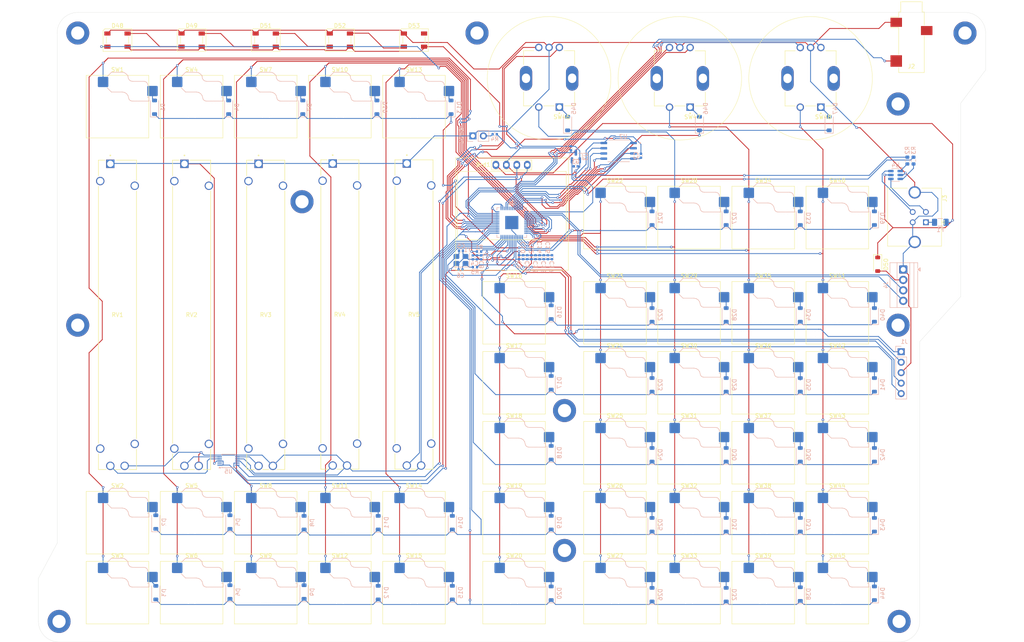
<source format=kicad_pcb>
(kicad_pcb (version 20241229) (generator "pcbnew") (generator_version "9.0")
  (layers (0 "F.Cu" signal) (2 "B.Cu" signal) (13 "F.Paste" user) (15 "B.Paste" user) (5 "F.SilkS" user "F.Silkscreen") (7 "B.SilkS" user "B.Silkscreen") (1 "F.Mask" user) (3 "B.Mask" user) (25 "Edge.Cuts" user))
  (net 0 "")
  (net 1 "GND")
  (net 2 "+5V")
  (net 3 "SDA")
  (net 4 "SCL")
  (net 5 "+3V3")
  (net 6 "+1V1")
  (net 7 "XTAL_IN")
  (net 8 "/XTAL_O")
  (net 9 "Net-(D1-A)")
  (net 10 "R2")
  (net 11 "Net-(D2-A)")
  (net 12 "R6")
  (net 13 "Net-(D3-A)")
  (net 14 "R7")
  (net 15 "Net-(D4-A)")
  (net 16 "Net-(D5-A)")
  (net 17 "Net-(D6-A)")
  (net 18 "Net-(D7-A)")
  (net 19 "Net-(D8-A)")
  (net 20 "Net-(D9-A)")
  (net 21 "Net-(D10-A)")
  (net 22 "Net-(D11-A)")
  (net 23 "Net-(D12-A)")
  (net 24 "Net-(D13-A)")
  (net 25 "Net-(D14-A)")
  (net 26 "Net-(D15-A)")
  (net 27 "R3")
  (net 28 "Net-(D16-A)")
  (net 29 "R4")
  (net 30 "Net-(D17-A)")
  (net 31 "Net-(D18-A)")
  (net 32 "R5")
  (net 33 "Net-(D19-A)")
  (net 34 "Net-(D20-A)")
  (net 35 "Net-(D21-A)")
  (net 36 "Net-(D22-A)")
  (net 37 "Net-(D23-A)")
  (net 38 "Net-(D24-A)")
  (net 39 "Net-(D25-A)")
  (net 40 "Net-(D26-A)")
  (net 41 "Net-(D27-A)")
  (net 42 "Net-(D28-A)")
  (net 43 "Net-(D29-A)")
  (net 44 "Net-(D30-A)")
  (net 45 "Net-(D31-A)")
  (net 46 "Net-(D32-A)")
  (net 47 "Net-(D33-A)")
  (net 48 "Net-(D34-A)")
  (net 49 "Net-(D35-A)")
  (net 50 "Net-(D36-A)")
  (net 51 "Net-(D37-A)")
  (net 52 "Net-(D38-A)")
  (net 53 "Net-(D39-A)")
  (net 54 "Net-(D40-A)")
  (net 55 "Net-(D41-A)")
  (net 56 "Net-(D42-A)")
  (net 57 "Net-(D43-A)")
  (net 58 "Net-(D44-A)")
  (net 59 "Net-(D45-A)")
  (net 60 "R1")
  (net 61 "Net-(D46-A)")
  (net 62 "Net-(D47-A)")
  (net 63 "LEDRGB")
  (net 64 "Net-(D48-DOUT)")
  (net 65 "Net-(D49-DOUT)")
  (net 66 "Net-(D51-DOUT)")
  (net 67 "VBUS")
  (net 68 "~{RESET}")
  (net 69 "SWD")
  (net 70 "SWCLK")
  (net 71 "AUX1")
  (net 72 "D_USB_P")
  (net 73 "D_USB_N")
  (net 74 "/D_+")
  (net 75 "D_P")
  (net 76 "/D_-")
  (net 77 "D_N")
  (net 78 "CS")
  (net 79 "/~{USB_BOOT}")
  (net 80 "XTAL_OUT")
  (net 81 "POT1")
  (net 82 "POT2")
  (net 83 "POT3")
  (net 84 "POT4")
  (net 85 "POT5")
  (net 86 "C1")
  (net 87 "C2")
  (net 88 "C3")
  (net 89 "C4")
  (net 90 "C5")
  (net 91 "C6")
  (net 92 "C7")
  (net 93 "C8")
  (net 94 "C9")
  (net 95 "C10")
  (net 96 "ENCB1")
  (net 97 "ENCA1")
  (net 98 "ENCB2")
  (net 99 "ENCA2")
  (net 100 "ENCB3")
  (net 101 "ENCA3")
  (net 103 "UARTRX")
  (net 104 "UARTTX")
  (net 105 "Net-(D50-A)")
  (net 106 "Net-(D52-DOUT)")
  (net 108 "SD3")
  (net 109 "SD0")
  (net 110 "SD2")
  (net 111 "QSPI_CLK")
  (net 112 "SD1")
  (footprint "LED_SMD:LED_SK6812_PLCC4_5.0x5.0mm_P3.2mm" (layer "F.Cu") (at 34.191 18.719)
    (property "Reference" "D48")
    (property "Value" "SK6812")
  )
  (footprint "LED_SMD:LED_SK6812_PLCC4_5.0x5.0mm_P3.2mm" (layer "F.Cu") (at 106.191 18.719)
    (property "Reference" "D53")
    (property "Value" "SK6812")
  )
  (footprint "" (layer "F.Cu") (at 223.75 88)
    (property "Reference" "")
    (property "Value" "")
  )
  (footprint "PCM_Switch_Keyboard_Hotswap_Kailh:SW_Hotswap_Kailh_Choc_V1V2_1.00u" (layer "F.Cu") (at 209 119)
    (property "Reference" "SW43")
    (property "Value" "SW_Push")
  )
  (footprint "PCM_Switch_Keyboard_Hotswap_Kailh:SW_Hotswap_Kailh_Choc_V1V2_1.00u" (layer "F.Cu") (at 130.5 119)
    (property "Reference" "SW18")
    (property "Value" "SW_Push")
  )
  (footprint "PCM_Switch_Keyboard_Hotswap_Kailh:SW_Hotswap_Kailh_Choc_V1V2_1.00u" (layer "F.Cu") (at 34.191 153)
    (property "Reference" "SW3")
    (property "Value" "SW_Push")
  )
  (footprint "PEC12R_4220F_S0024:XDCR_PEC12R-4220F-S0024" (layer "F.Cu") (at 139 28 180)
    (property "Reference" "SW46")
    (property "Value" "RotaryEncoder_Switch")
  )
  (footprint "PCM_Switch_Keyboard_Hotswap_Kailh:SW_Hotswap_Kailh_Choc_V1V2_1.00u" (layer "F.Cu") (at 52.191 34.8935)
    (property "Reference" "SW4")
    (property "Value" "SW_Push")
  )
  (footprint "MountingHole:MountingHole_3.2mm_M3_DIN965_Pad" (layer "F.Cu") (at 24.535534 17)
    (property "Reference" "REF**" (hide yes))
    (property "Value" "MountingHole_3.2mm_M3_DIN965_Pad")
  )
  (footprint "PCM_Switch_Keyboard_Hotswap_Kailh:SW_Hotswap_Kailh_Choc_V1V2_1.00u" (layer "F.Cu") (at 130.5 102)
    (property "Reference" "SW17")
    (property "Value" "SW_Push")
  )
  (footprint "PCM_Switch_Keyboard_Hotswap_Kailh:SW_Hotswap_Kailh_Choc_V1V2_1.00u" (layer "F.Cu") (at 209 102)
    (property "Reference" "SW42")
    (property "Value" "SW_Push")
  )
  (footprint "pta6043:POT_PTA6043" (layer "F.Cu") (at 68.4511 48.785)
    (property "Reference" "RV3")
    (property "Value" "R_Potentiometer")
  )
  (footprint "PCM_Switch_Keyboard_Hotswap_Kailh:SW_Hotswap_Kailh_Choc_V1V2_1.00u" (layer "F.Cu") (at 191 61.85)
    (property "Reference" "SW34")
    (property "Value" "SW_Push")
  )
  (footprint "PCM_Switch_Keyboard_Hotswap_Kailh:SW_Hotswap_Kailh_Choc_V1V2_1.00u" (layer "F.Cu") (at 106.191 34.8935)
    (property "Reference" "SW13")
    (property "Value" "SW_Push")
  )
  (footprint "PCM_Switch_Keyboard_Hotswap_Kailh:SW_Hotswap_Kailh_Choc_V1V2_1.00u" (layer "F.Cu") (at 191 136)
    (property "Reference" "SW38")
    (property "Value" "SW_Push")
  )
  (footprint "" (layer "F.Cu") (at 223.75 34.25)
    (property "Reference" "")
    (property "Value" "")
  )
  (footprint "PEC12R_4220F_S0024:XDCR_PEC12R-4220F-S0024" (layer "F.Cu") (at 202.5 28.025 180)
    (property "Reference" "SW48")
    (property "Value" "RotaryEncoder_Switch")
  )
  (footprint "PCM_Switch_Keyboard_Hotswap_Kailh:SW_Hotswap_Kailh_Choc_V1V2_1.00u" (layer "F.Cu") (at 70.191 136)
    (property "Reference" "SW8")
    (property "Value" "SW_Push")
  )
  (footprint "Connector_Audio:Jack_3.5mm_CUI_SJ-3523-SMT_Horizontal" (layer "F.Cu") (at 227 18)
    (property "Reference" "J2")
    (property "Value" "AUX ADC CONNECTION")
  )
  (footprint "LED_SMD:LED_SK6812_PLCC4_5.0x5.0mm_P3.2mm" (layer "F.Cu") (at 52.191 18.719)
    (property "Reference" "D49")
    (property "Value" "SK6812")
  )
  (footprint "PCM_Switch_Keyboard_Hotswap_Kailh:SW_Hotswap_Kailh_Choc_V1V2_1.00u" (layer "F.Cu") (at 70.191 153)
    (property "Reference" "SW9")
    (property "Value" "SW_Push")
  )
  (footprint "PEC12R_4220F_S0024:XDCR_PEC12R-4220F-S0024" (layer "F.Cu") (at 170.75 28.025 180)
    (property "Reference" "SW47")
    (property "Value" "RotaryEncoder_Switch")
  )
  (footprint "PCM_Switch_Keyboard_Hotswap_Kailh:SW_Hotswap_Kailh_Choc_V1V2_1.00u" (layer "F.Cu") (at 173 102)
    (property "Reference" "SW30")
    (property "Value" "SW_Push")
  )
  (footprint "PCM_Switch_Keyboard_Hotswap_Kailh:SW_Hotswap_Kailh_Choc_V1V2_1.00u" (layer "F.Cu") (at 52.191 136)
    (property "Reference" "SW5")
    (property "Value" "SW_Push")
  )
  (footprint "pta6043:POT_PTA6043" (layer "F.Cu") (at 86.4511 48.7095)
    (property "Reference" "RV4")
    (property "Value" "R_Potentiometer")
  )
  (footprint "PCM_Switch_Keyboard_Hotswap_Kailh:SW_Hotswap_Kailh_Choc_V1V2_1.00u" (layer "F.Cu") (at 130.5 85)
    (property "Reference" "SW16")
    (property "Value" "SW_Push")
  )
  (footprint "" (layer "F.Cu") (at 142.75 142.75)
    (property "Reference" "")
    (property "Value" "")
  )
  (footprint "pta6043:POT_PTA6043" (layer "F.Cu") (at 50.4511 48.785)
    (property "Reference" "RV2")
    (property "Value" "R_Potentiometer")
  )
  (footprint "PCM_Switch_Keyboard_Hotswap_Kailh:SW_Hotswap_Kailh_Choc_V1V2_1.00u" (layer "F.Cu") (at 191 85)
    (property "Reference" "SW35")
    (property "Value" "SW_Push")
  )
  (footprint "PCM_Switch_Keyboard_Hotswap_Kailh:SW_Hotswap_Kailh_Choc_V1V2_1.00u" (layer "F.Cu") (at 209 153)
    (property "Reference" "SW45")
    (property "Value" "SW_Push")
  )
  (footprint "SSD1306:128x64OLED" (layer "F.Cu") (at 129.7 59.65)
    (property "Reference" "Brd1")
    (property "Value" "SSD1306")
  )
  (footprint "pta6043:POT_PTA6043" (layer "F.Cu") (at 104.4511 48.7095)
    (property "Reference" "RV5")
    (property "Value" "R_Potentiometer")
  )
  (footprint "PCM_Switch_Keyboard_Hotswap_Kailh:SW_Hotswap_Kailh_Choc_V1V2_1.00u" (layer "F.Cu") (at 209 61.85)
    (property "Reference" "SW40")
    (property "Value" "SW_Push")
  )
  (footprint "PCM_Switch_Keyboard_Hotswap_Kailh:SW_Hotswap_Kailh_Choc_V1V2_1.00u" (layer "F.Cu") (at 191 153)
    (property "Reference" "SW39")
    (property "Value" "SW_Push")
  )
  (footprint "PCM_Switch_Keyboard_Hotswap_Kailh:SW_Hotswap_Kailh_Choc_V1V2_1.00u" (layer "F.Cu") (at 34.191 136)
    (property "Reference" "SW2")
    (property "Value" "SW_Push")
  )
  (footprint "MountingHole:MountingHole_3.2mm_M3_DIN965_Pad" (layer "F.Cu") (at 24.535534 88)
    (property "Reference" "REF**" (hide yes))
    (property "Value" "MountingHole_3.2mm_M3_DIN965_Pad")
  )
  (footprint "PCM_Switch_Keyboard_Hotswap_Kailh:SW_Hotswap_Kailh_Choc_V1V2_1.00u" (layer "F.Cu") (at 173 119)
    (property "Reference" "SW31")
    (property "Value" "SW_Push")
  )
  (footprint "Connector_USB:USB_B_TE_5787834_Vertical" (layer "F.Cu") (at 230.5 63 -90)
    (property "Reference" "J3")
    (property "Value" "USB_B")
  )
  (footprint "PCM_Switch_Keyboard_Hotswap_Kailh:SW_Hotswap_Kailh_Choc_V1V2_1.00u" (layer "F.Cu") (at 155 85)
    (property "Reference" "SW23")
    (property "Value" "SW_Push")
  )
  (footprint "" (layer "F.Cu") (at 79 58)
    (property "Reference" "")
    (property "Value" "")
  )
  (footprint "PCM_Switch_Keyboard_Hotswap_Kailh:SW_Hotswap_Kailh_Choc_V1V2_1.00u" (layer "F.Cu") (at 88.191 136)
    (property "Reference" "SW11")
    (property "Value" "SW_Push")
  )
  (footprint "PCM_Switch_Keyboard_Hotswap_Kailh:SW_Hotswap_Kailh_Choc_V1V2_1.00u" (layer "F.Cu") (at 155 153)
    (property "Reference" "SW27")
    (property "Value" "SW_Push")
  )
  (footprint "PCM_Switch_Keyboard_Hotswap_Kailh:SW_Hotswap_Kailh_Choc_V1V2_1.00u" (layer "F.Cu") (at 155 102)
    (property "Reference" "SW24")
    (property "Value" "SW_Push")
  )
  (footprint "PCM_Switch_Keyboard_Hotswap_Kailh:SW_Hotswap_Kailh_Choc_V1V2_1.00u" (layer "F.Cu") (at 173 136)
    (property "Reference" "SW32")
    (property "Value" "SW_Push")
  )
  (footprint "PCM_Switch_Keyboard_Hotswap_Kailh:SW_Hotswap_Kailh_Choc_V1V2_1.00u" (layer "F.Cu") (at 191 119)
    (property "Reference" "SW37")
    (property "Value" "SW_Push")
  )
  (footprint "PCM_Switch_Keyboard_Hotswap_Kailh:SW_Hotswap_Kailh_Choc_V1V2_1.00u" (layer "F.Cu") (at 173 85)
    (property "Reference" "SW29")
    (property "Value" "SW_Push")
  )
  (footprint "PCM_Switch_Keyboard_Hotswap_Kailh:SW_Hotswap_Kailh_Choc_V1V2_1.00u" (layer "F.Cu") (at 155 119)
    (property "Reference" "SW25")
    (property "Value" "SW_Push")
  )
  (footprint "" (layer "F.Cu") (at 121.5 17)
    (property "Reference" "")
    (property "Value" "")
  )
  (footprint "PCM_Switch_Keyboard_Hotswap_Kailh:SW_Hotswap_Kailh_Choc_V1V2_1.00u" (layer "F.Cu") (at 155 61.85)
    (property "Reference" "SW22")
    (property "Value" "SW_Push")
  )
  (footprint "PCM_Switch_Keyboard_Hotswap_Kailh:SW_Hotswap_Kailh_Choc_V1V2_1.00u" (layer "F.Cu") (at 173 153)
    (property "Reference" "SW33")
    (property "Value" "SW_Push")
  )
  (footprint "PCM_Switch_Keyboard_Hotswap_Kailh:SW_Hotswap_Kailh_Choc_V1V2_1.00u" (layer "F.Cu") (at 88.191 153)
    (property "Reference" "SW12")
    (property "Value" "SW_Push")
  )
  (footprint "PCM_Switch_Keyboard_Hotswap_Kailh:SW_Hotswap_Kailh_Choc_V1V2_1.00u" (layer "F.Cu") (at 70.191 34.8935)
    (property "Reference" "SW7")
    (property "Value" "SW_Push")
  )
  (footprint "PCM_Switch_Keyboard_Hotswap_Kailh:SW_Hotswap_Kailh_Choc_V1V2_1.00u" (layer "F.Cu") (at 106.191 136)
    (property "Reference" "SW14")
    (property "Value" "SW_Push")
  )
  (footprint "PCM_Switch_Keyboard_Hotswap_Kailh:SW_Hotswap_Kailh_Choc_V1V2_1.00u" (layer "F.Cu") (at 88.191 34.8935)
    (property "Reference" "SW10")
    (property "Value" "SW_Push")
  )
  (footprint "PCM_Switch_Keyboard_Hotswap_Kailh:SW_Hotswap_Kailh_Choc_V1V2_1.00u" (layer "F.Cu") (at 173 61.85)
    (property "Reference" "SW28")
    (property "Value" "SW_Push")
  )
  (footprint "MountingHole:MountingHole_3.2mm_M3_DIN965_Pad" (layer "F.Cu") (at 224 160)
    (property "Reference" "REF**" (hide yes))
    (property "Value" "MountingHole_3.2mm_M3_DIN965_Pad")
  )
  (footprint "PCM_Switch_Keyboard_Hotswap_Kailh:SW_Hotswap_Kailh_Choc_V1V2_1.00u" (layer "F.Cu") (at 106.191 153)
    (property "Reference" "SW15")
    (property "Value" "SW_Push")
  )
  (footprint "MountingHole:MountingHole_3.2mm_M3_DIN965_Pad" (layer "F.Cu") (at 20 160)
    (property "Reference" "REF**" (hide yes))
    (property "Value" "MountingHole_3.2mm_M3_DIN965_Pad")
  )
  (footprint "PCM_Switch_Keyboard_Hotswap_Kailh:SW_Hotswap_Kailh_Choc_V1V2_1.00u" (layer "F.Cu") (at 52.191 153)
    (property "Reference" "SW6")
    (property "Value" "SW_Push")
  )
  (footprint "LED_SMD:LED_SK6812_PLCC4_5.0x5.0mm_P3.2mm" (layer "F.Cu") (at 88.191 18.719)
    (property "Reference" "D52")
    (property "Value" "SK6812")
  )
  (footprint "PCM_Switch_Keyboard_Hotswap_Kailh:SW_Hotswap_Kailh_Choc_V1V2_1.00u" (layer "F.Cu") (at 209 136)
    (property "Reference" "SW44")
    (property "Value" "SW_Push")
  )
  (footprint "Diode_SMD:D_SOD-123" (layer "F.Cu") (at 218.8 73.2 -90)
    (property "Reference" "D50")
    (property "Value" "1N4148W")
  )
  (footprint "LED_SMD:LED_SK6812_PLCC4_5.0x5.0mm_P3.2mm" (layer "F.Cu") (at 70.191 18.719)
    (property "Reference" "D51")
    (property "Value" "SK6812")
  )
  (footprint "pta6043:POT_PTA6043" (layer "F.Cu") (at 32.4511 48.785)
    (property "Reference" "RV1")
    (property "Value" "R_Potentiometer")
  )
  (footprint "MountingHole:MountingHole_3.2mm_M3_DIN965_Pad" (layer "F.Cu") (at 240 17)
    (property "Reference" "REF**" (hide yes))
    (property "Value" "MountingHole_3.2mm_M3_DIN965_Pad")
  )
  (footprint "PCM_Switch_Keyboard_Hotswap_Kailh:SW_Hotswap_Kailh_Choc_V1V2_1.00u" (layer "F.Cu") (at 209 85)
    (property "Reference" "SW41")
    (property "Value" "SW_Push")
  )
  (footprint "PCM_Switch_Keyboard_Hotswap_Kailh:SW_Hotswap_Kailh_Choc_V1V2_1.00u" (layer "F.Cu") (at 191 102)
    (property "Reference" "SW36")
    (property "Value" "SW_Push")
  )
  (footprint "PCM_Switch_Keyboard_Hotswap_Kailh:SW_Hotswap_Kailh_Choc_V1V2_1.00u" (layer "F.Cu") (at 155 136)
    (property "Reference" "SW26")
    (property "Value" "SW_Push")
  )
  (footprint "PCM_Switch_Keyboard_Hotswap_Kailh:SW_Hotswap_Kailh_Choc_V1V2_1.00u" (layer "F.Cu") (at 130.5 153)
    (property "Reference" "SW20")
    (property "Value" "SW_Push")
  )
  (footprint "PCM_Switch_Keyboard_Hotswap_Kailh:SW_Hotswap_Kailh_Choc_V1V2_1.00u" (layer "F.Cu") (at 34.191 34.8935)
    (property "Reference" "SW1")
    (property "Value" "SW_Push")
  )
  (footprint "PCM_Switch_Keyboard_Hotswap_Kailh:SW_Hotswap_Kailh_Choc_V1V2_1.00u" (layer "F.Cu") (at 130.5 136)
    (property "Reference" "SW19")
    (property "Value" "SW_Push")
  )
  (footprint "" (layer "F.Cu") (at 142.75 108.75)
    (property "Reference" "")
    (property "Value" "")
  )
  (footprint "Capacitor_SMD:C_0402_1005Metric" (layer "B.Cu") (at 133.7 71.48 -90)
    (property "Reference" "C11")
    (property "Value" "100nF")
  )
  (footprint "Diode_SMD:D_SOD-123" (layer "B.Cu") (at 164 102.5 90)
    (property "Reference" "D23")
    (property "Value" "1N4148W")
  )
  (footprint "Capacitor_SMD:C_0402_1005Metric" (layer "B.Cu") (at 144.3 45 -90)
    (property "Reference" "C1")
    (property "Value" "1uF")
  )
  (footprint "Resistor_SMD:R_0402_1005Metric" (layer "B.Cu") (at 121 73.9)
    (property "Reference" "R5")
    (property "Value" "1k")
  )
  (footprint "Capacitor_SMD:C_0402_1005Metric" (layer "B.Cu") (at 131.7 71.48 -90)
    (property "Reference" "C9")
    (property "Value" "10uF")
  )
  (footprint "Capacitor_SMD:C_0402_1005Metric" (layer "B.Cu") (at 134.7 71.48 -90)
    (property "Reference" "C12")
    (property "Value" "100nF")
  )
  (footprint "Diode_SMD:D_SOD-123" (layer "B.Cu") (at 143.5 39 90)
    (property "Reference" "D45")
    (property "Value" "1N4148W")
  )
  (footprint "Diode_SMD:D_SOD-123" (layer "B.Cu") (at 43.5 153 90)
    (property "Reference" "D3")
    (property "Value" "1N4148W")
  )
  (footprint "Resistor_SMD:R_0603_1608Metric" (layer "B.Cu") (at 227.5 48 90)
    (property "Reference" "R3")
    (property "Value" "27R")
  )
  (footprint "Diode_SMD:D_SOD-123" (layer "B.Cu") (at 182 85.5 90)
    (property "Reference" "D28")
    (property "Value" "1N4148W")
  )
  (footprint "Connector_PinSocket_2.54mm:PinSocket_1x02_P2.54mm_Vertical" (layer "B.Cu") (at 120.5 42 -90)
    (property "Reference" "SW21")
    (property "Value" "SW_Push")
  )
  (footprint "Capacitor_SMD:C_0402_1005Metric" (layer "B.Cu") (at 117.5 74.5)
    (property "Reference" "C6")
    (property "Value" "22pF")
  )
  (footprint "Capacitor_SMD:C_0402_1005Metric" (layer "B.Cu") (at 132.7 71.48 -90)
    (property "Reference" "C10")
    (property "Value" "1uF")
  )
  (footprint "Diode_SMD:D_SOD-123" (layer "B.Cu") (at 97.5 136 90)
    (property "Reference" "D11")
    (property "Value" "1N4148W")
  )
  (footprint "Diode_SMD:D_SOD-123" (layer "B.Cu") (at 164 136.5 90)
    (property "Reference" "D25")
    (property "Value" "1N4148W")
  )
  (footprint "Diode_SMD:D_SOD-123" (layer "B.Cu") (at 97.5 153 90)
    (property "Reference" "D12")
    (property "Value" "1N4148W")
  )
  (footprint "Capacitor_SMD:C_0402_1005Metric" (layer "B.Cu") (at 137.7 71.48 -90)
    (property "Reference" "C15")
    (property "Value" "100nF")
  )
  (footprint "Diode_SMD:D_SOD-123" (layer "B.Cu") (at 115.5 136 90)
    (property "Reference" "D14")
    (property "Value" "1N4148W")
  )
  (footprint "Diode_SMD:D_SOD-123" (layer "B.Cu") (at 175.5 39 90)
    (property "Reference" "D46")
    (property "Value" "1N4148W")
  )
  (footprint "Diode_SMD:D_SOD-123" (layer "B.Cu") (at 218 85.5 90)
    (property "Reference" "D40")
    (property "Value" "1N4148W")
  )
  (footprint "Capacitor_SMD:C_0402_1005Metric" (layer "B.Cu") (at 120.5 71.52 -90)
    (property "Reference" "C4")
    (property "Value" "1uF")
  )
  (footprint "Diode_SMD:D_SOD-123" (layer "B.Cu") (at 139.5 102 90)
    (property "Reference" "D17")
    (property "Value" "1N4148W")
  )
  (footprint "Diode_SMD:D_SOD-123" (layer "B.Cu") (at 218 153.15 90)
    (property "Reference" "D44")
    (property "Value" "1N4148W")
  )
  (footprint "Diode_SMD:D_SOD-123" (layer "B.Cu") (at 79.5 136 90)
    (property "Reference" "D8")
    (property "Value" "1N4148W")
  )
  (footprint "Diode_SMD:D_SOD-123" (layer "B.Cu") (at 200 102.5 90)
    (property "Reference" "D35")
    (property "Value" "1N4148W")
  )
  (footprint "Diode_SMD:D_SOD-123" (layer "B.Cu") (at 200 136.5 90)
    (property "Reference" "D37")
    (property "Value" "1N4148W")
  )
  (footprint "Diode_SMD:D_SOD-123" (layer "B.Cu") (at 164 153.5 90)
    (property "Reference" "D26")
    (property "Value" "1N4148W")
  )
  (footprint "Diode_SMD:D_SOD-123" (layer "B.Cu") (at 43.5 135.85 90)
    (property "Reference" "D2")
    (property "Value" "1N4148W")
  )
  (footprint "Diode_SMD:D_SOD-123" (layer "B.Cu") (at 79.5 152.85 90)
    (property "Reference" "D9")
    (property "Value" "1N4148W")
  )
  (footprint "Fuse:Fuse_1206_3216Metric" (layer "B.Cu") (at 234 63)
    (property "Reference" "F1")
    (property "Value" "500mA")
  )
  (footprint "Diode_SMD:D_SOD-123" (layer "B.Cu") (at 182 62 90)
    (property "Reference" "D27")
    (property "Value" "1N4148W")
  )
  (footprint "Capacitor_SMD:C_0402_1005Metric" (layer "B.Cu") (at 136.7 71.48 -90)
    (property "Reference" "C14")
    (property "Value" "100nF")
  )
  (footprint "Capacitor_SMD:C_0402_1005Metric" (layer "B.Cu") (at 145.48 49.4 180)
    (property "Reference" "C3")
    (property "Value" "1uF")
  )
  (footprint "Diode_SMD:D_SOD-123" (layer "B.Cu") (at 200 85.5 90)
    (property "Reference" "D34")
    (property "Value" "1N4148W")
  )
  (footprint "Capacitor_SMD:C_0402_1005Metric" (layer "B.Cu") (at 135.7 71.48 -90)
    (property "Reference" "C13")
    (property "Value" "100nF")
  )
  (footprint "Diode_SMD:D_SOD-123" (layer "B.Cu") (at 164 85.5 90)
    (property "Reference" "D22")
    (property "Value" "1N4148W")
  )
  (footprint "Diode_SMD:D_SOD-123" (layer "B.Cu") (at 43.191 35.0435 90)
    (property "Reference" "D1")
    (property "Value" "1N4148W")
  )
  (footprint "Diode_SMD:D_SOD-123" (layer "B.Cu") (at 218 119.5 90)
    (property "Reference" "D42")
    (property "Value" "1N4148W")
  )
  (footprint "Resistor_SMD:R_0402_1005Metric" (layer "B.Cu") (at 125.8 41.6)
    (property "Reference" "R4")
    (property "Value" "1k")
  )
  (footprint "Diode_SMD:D_SOD-123" (layer "B.Cu") (at 182 153.5 90)
    (property "Reference" "D32")
    (property "Value" "1N4148W")
  )
  (footprint "Capacitor_SMD:C_0402_1005Metric" (layer "B.Cu") (at 122.5 71.52 -90)
    (property "Reference" "C7")
    (property "Value" "100nF")
  )
  (footprint "Diode_SMD:D_SOD-123" (layer "B.Cu") (at 182 102.5 90)
    (property "Reference" "D29")
    (property "Value" "1N4148W")
  )
  (footprint "Diode_SMD:D_SOD-123" (layer "B.Cu") (at 139.5 119 90)
    (property "Reference" "D18")
    (property "Value" "1N4148W")
  )
  (footprint "Diode_SMD:D_SOD-123" (layer "B.Cu") (at 200 153.35 90)
    (property "Reference" "D38")
    (property "Value" "1N4148W")
  )
  (footprint "Diode_SMD:D_SOD-123" (layer "B.Cu") (at 200 62 90)
    (property "Reference" "D33")
    (property "Value" "1N4148W")
  )
  (footprint "Diode_SMD:D_SOD-123" (layer "B.Cu") (at 218 136.5 90)
    (property "Reference" "D43")
    (property "Value" "1N4148W")
  )
  (footprint "Diode_SMD:D_SOD-123" (layer "B.Cu") (at 61.191 35.0435 90)
    (property "Reference" "D4")
    (property "Value" "1N4148W")
  )
  (footprint "Diode_SMD:D_SOD-123" (layer "B.Cu") (at 218 102.5 90)
    (property "Reference" "D41")
    (property "Value" "1N4148W")
  )
  (footprint "Capacitor_SMD:C_0402_1005Metric" (layer "B.Cu") (at 139.7 71.48 -90)
    (property "Reference" "C17")
    (property "Value" "100nF")
  )
  (footprint "Diode_SMD:D_SOD-123" (layer "B.Cu") (at 79.191 35.0435 90)
    (property "Reference" "D7")
    (property "Value" "1N4148W")
  )
  (footprint "Resistor_SMD:R_0402_1005Metric" (layer "B.Cu") (at 122 70.1)
    (property "Reference" "R1")
    (property "Value" "1k")
  )
  (footprint "Resistor_SMD:R_0603_1608Metric" (layer "B.Cu") (at 226 48 90)
    (property "Reference" "R2")
    (property "Value" "27R")
  )
  (footprint "Diode_SMD:D_SOD-123" (layer "B.Cu") (at 164 62 90)
    (property "Reference" "D21")
    (property "Value" "1N4148W")
  )
  (footprint "Capacitor_SMD:C_0402_1005Metric" (layer "B.Cu") (at 117.6 69.9 180)
    (property "Reference" "C5")
    (property "Value" "22pF")
  )
  (footprint "W25Q128JVSIM:SOIC127P790X216-8N" (layer "B.Cu") (at 155.895 45.635 180)
    (property "Reference" "U2")
    (property "Value" "W25Q128JVS")
  )
  (footprint "Diode_SMD:D_SOD-123" (layer "B.Cu") (at 218 62 90)
    (property "Reference" "D39")
    (property "Value" "1N4148W")
  )
  (footprint "Diode_SMD:D_SOD-123" (layer "B.Cu") (at 182 119.5 90)
    (property "Reference" "D30")
    (property "Value" "1N4148W")
  )
  (footprint "Capacitor_SMD:C_0402_1005Metric" (layer "B.Cu") (at 138.7 71.48 -90)
    (property "Reference" "C16")
    (property "Value" "100nF")
  )
  (footprint "Connector_PinSocket_2.54mm:PinSocket_1x05_P2.54mm_Vertical" (layer "B.Cu") (at 224.5 94.46 180)
    (property "Reference" "J1")
    (property "Value" "SWD")
  )
  (footprint "Diode_SMD:D_SOD-123" (layer "B.Cu") (at 139.5 153.15 90)
    (property "Reference" "D20")
    (property "Value" "1N4148W")
  )
  (footprint "Capacitor_SMD:C_0402_1005Metric" (layer "B.Cu") (at 161.3 46.82 -90)
    (property "Reference" "C2")
    (property "Value" "100nF")
  )
  (footprint "Capacitor_SMD:C_0402_1005Metric" (layer "B.Cu") (at 121.5 71.52 -90)
    (property "Reference" "C8")
    (property "Value" "100nF")
  )
  (footprint "Crystal:Crystal_SMD_3225-4Pin_3.2x2.5mm" (layer "B.Cu") (at 117.6 72.15 180)
    (property "Reference" "Y1")
    (property "Value" "12MHz")
  )
  (footprint "Diode_SMD:D_SOD-123" (layer "B.Cu") (at 200 119.5 90)
    (property "Reference" "D36")
    (property "Value" "1N4148W")
  )
  (footprint "Diode_SMD:D_SOD-123" (layer "B.Cu") (at 61.5 135.85 90)
    (property "Reference" "D5")
    (property "Value" "1N4148W")
  )
  (footprint "Diode_SMD:D_SOD-123" (layer "B.Cu") (at 115.5 153 90)
    (property "Reference" "D15")
    (property "Value" "1N4148W")
  )
  (footprint "Diode_SMD:D_SOD-123" (layer "B.Cu") (at 207 39 90)
    (property "Reference" "D47")
    (property "Value" "1N4148W")
  )
  (footprint "Diode_SMD:D_SOD-123" (layer "B.Cu") (at 61.5 152.85 90)
    (property "Reference" "D6")
    (property "Value" "1N4148W")
  )
  (footprint "Diode_SMD:D_SOD-123" (layer "B.Cu") (at 164 119.5 90)
    (property "Reference" "D24")
    (property "Value" "1N4148W")
  )
  (footprint "Package_TO_SOT_SMD:SOT-23-6" (layer "B.Cu") (at 223.1375 51.5 180)
    (property "Reference" "U4")
    (property "Value" "USBLC6-2SC6")
  )
  (footprint "Diode_SMD:D_SOD-123" (layer "B.Cu") (at 139.5 136 90)
    (property "Reference" "D19")
    (property "Value" "1N4148W")
  )
  (footprint "Package_SO:TSSOP-10_3x3mm_P0.5mm" (layer "B.Cu") (at 61.15 121)
    (property "Reference" "U5")
    (property "Value" "ADS1115IDGS")
  )
  (footprint "Diode_SMD:D_SOD-123" (layer "B.Cu") (at 139.5 84.85 90)
    (property "Reference" "D16")
    (property "Value" "1N4148W")
  )
  (footprint "Package_DFN_QFN:QFN-56-1EP_7x7mm_P0.4mm_EP3.2x3.2mm" (layer "B.Cu") (at 129.9375 63.0625 180)
    (property "Reference" "U1")
    (property "Value" "RP2040")
  )
  (footprint "Package_TO_SOT_SMD:SOT-23" (layer "B.Cu") (at 145.5 47 90)
    (property "Reference" "U3")
    (property "Value" "XC6206PxxxMR-Regulator_Linear")
  )
  (footprint "TerminalBlock:TerminalBlock_Xinya_XY308-2.54-4P_1x04_P2.54mm_Horizontal" (layer "B.Cu") (at 225 74.46 -90)
    (property "Reference" "J4")
    (property "Value" "Screw_Terminal_01x04")
  )
  (footprint "Diode_SMD:D_SOD-123" (layer "B.Cu") (at 182 136.5 90)
    (property "Reference" "D31")
    (property "Value" "1N4148W")
  )
  (footprint "Diode_SMD:D_SOD-123" (layer "B.Cu") (at 115.191 35.0435 90)
    (property "Reference" "D13")
    (property "Value" "1N4148W")
  )
  (footprint "Diode_SMD:D_SOD-123" (layer "B.Cu") (at 97.191 35.0435 90)
    (property "Reference" "D10")
    (property "Value" "1N4148W")
  )
  (gr_circle (center 139 28) (end 154 28) (stroke (width 0.1)) (fill no) (layer "F.SilkS"))
  (gr_circle (center 170.75 28) (end 185.75 28) (stroke (width 0.1)) (fill no) (layer "F.SilkS"))
  (gr_circle (center 202.5 28) (end 217.5 28) (stroke (width 0.1)) (fill no) (layer "F.SilkS"))
  (gr_line (start 19.535534 141) (end 19.535534 17) (stroke (width 0.05)) (layer "Edge.Cuts"))
  (gr_line (start 224 165) (end 20 165) (stroke (width 0.05)) (layer "Edge.Cuts"))
  (gr_arc (start 20 165) (mid 16.464466 163.535534) (end 15 160) (stroke (width 0.05)) (layer "Edge.Cuts"))
  (gr_line (start 245 17) (end 245 26) (stroke (width 0.05)) (layer "Edge.Cuts"))
  (gr_arc (start 240 12) (mid 243.535534 13.464466) (end 245 17) (stroke (width 0.05)) (layer "Edge.Cuts"))
  (gr_arc (start 229 160) (mid 227.535534 163.535534) (end 224 165) (stroke (width 0.05)) (layer "Edge.Cuts"))
  (gr_line (start 239 81) (end 239 34) (stroke (width 0.05)) (layer "Edge.Cuts"))
  (gr_line (start 229 92) (end 239 81) (stroke (width 0.05)) (layer "Edge.Cuts"))
  (gr_line (start 15 149.5) (end 15 160) (stroke (width 0.05)) (layer "Edge.Cuts"))
  (gr_line (start 239 34) (end 245 26) (stroke (width 0.05)) (layer "Edge.Cuts"))
  (gr_line (start 24.535534 12) (end 240 12) (stroke (width 0.05)) (layer "Edge.Cuts"))
  (gr_line (start 229 160) (end 229 92) (stroke (width 0.05)) (layer "Edge.Cuts"))
  (gr_line (start 19.535534 141) (end 15 149.5) (stroke (width 0.05)) (layer "Edge.Cuts"))
  (gr_arc (start 19.535534 17) (mid 21 13.464466) (end 24.535534 12) (stroke (width 0.05)) (layer "Edge.Cuts"))
  (segment (start 214.5 40) (end 213.7 40) (width 0.2) (layer "F.Cu") (net 1))
  (segment (start 115.2 74.7) (end 115 74.5) (width 0.2) (layer "F.Cu") (net 1))
  (segment (start 226.301 75.761) (end 226.301 83.301) (width 0.2) (layer "F.Cu") (net 1))
  (segment (start 219.1 15.9) (end 220.6 14.4) (width 0.2) (layer "F.Cu") (net 1))
  (segment (start 213.7 40) (end 213.6 40) (width 0.2) (layer "F.Cu") (net 1))
  (segment (start 49.741 17.119) (end 50.542 16.318) (width 0.2) (layer "F.Cu") (net 1))
  (segment (start 103.741 17.119) (end 105.921 19.299) (width 0.2) (layer "F.Cu") (net 1))
  (segment (start 225 74.46) (end 226.301 75.761) (width 0.2) (layer "F.Cu") (net 1))
  (segment (start 120.75 25.75) (end 126.8829 25.75) (width 0.2) (layer "F.Cu") (net 1))
  (segment (start 145.5 50.5) (end 144.599 51.401) (width 0.2) (layer "F.Cu") (net 1))
  (segment (start 220.6 14.4) (end 223.3 14.4) (width 0.2) (layer "F.Cu") (net 1))
  (segment (start 226.301 83.301) (end 226.851 83.851) (width 0.2) (layer "F.Cu") (net 1))
  (segment (start 225.5 51) (end 214.5 40) (width 0.2) (layer "F.Cu") (net 1))
  (segment (start 169.525 19.3) (end 170.75 20.525) (width 0.2) (layer "F.Cu") (net 1))
  (segment (start 50.542 16.318) (end 66.94 16.318) (width 0.2) (layer "F.Cu") (net 1))
  (segment (start 32.542 16.318) (end 48.94 16.318) (width 0.2) (layer "F.Cu") (net 1))
  (segment (start 140.2 19.3) (end 139 20.5) (width 0.2) (layer "F.Cu") (net 1))
  (segment (start 67.741 17.119) (end 68.542 16.318) (width 0.2) (layer "F.Cu") (net 1))
  (segment (start 140.2 19.3) (end 169.525 19.3) (width 0.2) (layer "F.Cu") (net 1))
  (segment (start 171.951 19.324) (end 201.299 19.324) (width 0.2) (layer "F.Cu") (net 1))
  (segment (start 202.5 20.525) (end 207.125 15.9) (width 0.2) (layer "F.Cu") (net 1))
  (segment (start 128.5 74.5) (end 128.3 74.7) (width 0.2) (layer "F.Cu") (net 1))
  (segment (start 133.3339 19.299) (end 137.799 19.299) (width 0.2) (layer "F.Cu") (net 1))
  (segment (start 145.15 52.1) (end 145.5 51.75) (width 0.2) (layer "F.Cu") (net 1))
  (segment (start 84.94 16.318) (end 85.741 17.119) (width 0.2) (layer "F.Cu") (net 1))
  (segment (start 57.7 121.6) (end 57.7 52.3) (width 0.2) (layer "F.Cu") (net 1))
  (segment (start 112.75 19.299) (end 114.299 19.299) (width 0.2) (layer "F.Cu") (net 1))
  (segment (start 128.431 51.401) (end 126.08 49.05) (width 0.2) (layer "F.Cu") (net 1))
  (segment (start 170.75 20.525) (end 171.951 19.324) (width 0.2) (layer "F.Cu") (net 1))
  (segment (start 31.741 17.119) (end 32.542 16.318) (width 0.2) (layer "F.Cu") (net 1))
  (segment (start 137.799 19.299) (end 139 20.5) (width 0.2) (layer "F.Cu") (net 1))
  (segment (start 128.3 74.7) (end 115.2 74.7) (width 0.2) (layer "F.Cu") (net 1))
  (segment (start 226.851 97.189) (end 224.5 99.54) (width 0.2) (layer "F.Cu") (net 1))
  (segment (start 201.299 19.324) (end 202.5 20.525) (width 0.2) (layer "F.Cu") (net 1))
  (segment (start 66.94 16.318) (end 67.741 17.119) (width 0.2) (layer "F.Cu") (net 1))
  (segment (start 144.599 51.401) (end 128.431 51.401) (width 0.2) (layer "F.Cu") (net 1))
  (segment (start 114.299 19.299) (end 120.75 25.75) (width 0.2) (layer "F.Cu") (net 1))
  (segment (start 225.5 51) (end 227.79 53.29) (width 0.2) (layer "F.Cu") (net 1))
  (segment (start 113.9 75.6) (end 115 74.5) (width 0.2) (layer "F.Cu") (net 1))
  (segment (start 48.94 16.318) (end 49.741 17.119) (width 0.2) (layer "F.Cu") (net 1))
  (segment (start 227.79 53.29) (end 227.79 55.73) (width 0.2) (layer "F.Cu") (net 1))
  (segment (start 57.7 52.3) (end 54.185 48.785) (width 0.2) (layer "F.Cu") (net 1))
  (segment (start 145.5 51.75) (end 145.5 50.5) (width 0.2) (layer "F.Cu") (net 1))
  (segment (start 105.921 19.299) (end 112.75 19.299) (width 0.2) (layer "F.Cu") (net 1))
  (segment (start 126.8829 25.75) (end 133.3339 19.299) (width 0.2) (layer "F.Cu") (net 1))
  (segment (start 207.125 15.9) (end 219.1 15.9) (width 0.2) (layer "F.Cu") (net 1))
  (segment (start 54.185 48.785) (end 50.4511 48.785) (width 0.2) (layer "F.Cu") (net 1))
  (segment (start 86.542 16.318) (end 102.94 16.318) (width 0.2) (layer "F.Cu") (net 1))
  (segment (start 226.851 83.851) (end 226.851 97.189) (width 0.2) (layer "F.Cu") (net 1))
  (segment (start 85.741 17.119) (end 86.542 16.318) (width 0.2) (layer "F.Cu") (net 1))
  (segment (start 102.94 16.318) (end 103.741 17.119) (width 0.2) (layer "F.Cu") (net 1))
  (segment (start 68.542 16.318) (end 84.94 16.318) (width 0.2) (layer "F.Cu") (net 1))
  (segment (start 113.9 122.8) (end 113.9 75.6) (width 0.2) (layer "F.Cu") (net 1))
  (via (at 57.7 121.6) (size 0.6) (drill 0.3) (layers "F.Cu" "B.Cu") (net 1))
  (via (at 115 74.5) (size 0.6) (drill 0.3) (layers "F.Cu" "B.Cu") (net 1))
  (via (at 213.7 40) (size 0.6) (drill 0.3) (layers "F.Cu" "B.Cu") (net 1))
  (via (at 145.15 52.1) (size 0.6) (drill 0.3) (layers "F.Cu" "B.Cu") (net 1))
  (via (at 225.5 51) (size 0.6) (drill 0.3) (layers "F.Cu" "B.Cu") (net 1))
  (via (at 128.5 74.5) (size 0.6) (drill 0.3) (layers "F.Cu" "B.Cu") (net 1))
  (via (at 113.9 122.8) (size 0.6) (drill 0.3) (layers "F.Cu" "B.Cu") (net 1))
  (via (at 145.5 50.5) (size 0.6) (drill 0.3) (layers "F.Cu" "B.Cu") (net 1))
  (segment (start 202.5 28.8) (end 202.5 20.525) (width 0.2) (layer "B.Cu") (net 1))
  (segment (start 121.651 40.849) (end 128.829 40.849) (width 0.2) (layer "B.Cu") (net 1))
  (segment (start 225 51.5) (end 225.5 51) (width 0.2) (layer "B.Cu") (net 1))
  (segment (start 227.3 63) (end 227.3 67.28) (width 0.2) (layer "B.Cu") (net 1))
  (segment (start 227.3 63) (end 228.799 61.501) (width 0.2) (layer "B.Cu") (net 1))
  (segment (start 152.7013 51.5) (end 156.6613 47.54) (width 0.2) (layer "B.Cu") (net 1))
  (segment (start 232.099 61.501) (end 233.4 60.2) (width 0.2) (layer "B.Cu") (net 1))
  (segment (start 104.4511 48.7095) (end 86.4511 48.7095) (width 0.2) (layer "B.Cu") (net 1))
  (segment (start 131.04 71.96) (end 130.9375 72.0625) (width 0.2) (layer "B.Cu") (net 1))
  (segment (start 32.5266 48.7095) (end 32.4511 48.785) (width 0.2) (layer "B.Cu") (net 1))
  (segment (start 145.96 49.4) (end 146.3 49.4) (width 0.2) (layer "B.Cu") (net 1))
  (segment (start 120.5 42) (end 121.651 40.849) (width 0.2) (layer "B.Cu") (net 1))
  (segment (start 120.5 72) (end 119.4 72) (width 0.2) (layer "B.Cu") (net 1))
  (segment (start 224.275 51.5) (end 225 51.5) (width 0.2) (layer "B.Cu") (net 1))
  (segment (start 58.3 121) (end 57.7 121.6) (width 0.2) (layer "B.Cu") (net 1))
  (segment (start 131.7 71.96) (end 139.7 71.96) (width 0.2) (layer "B.Cu") (net 1))
  (segment (start 146.45 45.633032) (end 145.336968 44.52) (width 0.2) (layer "B.Cu") (net 1))
  (segment (start 116.5 73) (end 115 74.5) (width 0.2) (layer "B.Cu") (net 1))
  (segment (start 146.24853 52.1) (end 146.84853 51.5) (width 0.2) (layer "B.Cu") (net 1))
  (segment (start 161.06 47.54) (end 161.3 47.3) (width 0.2) (layer "B.Cu") (net 1))
  (segment (start 59.777 122) (end 59 122) (width 0.2) (layer "B.Cu") (net 1))
  (segment (start 146.3 49.4) (end 146.45 49.55) (width 0.2) (layer "B.Cu") (net 1))
  (segment (start 122.5 72) (end 121.5 72) (width 0.2) (layer "B.Cu") (net 1))
  (segment (start 59 121) (end 58.3 121) (width 0.2) (layer "B.Cu") (net 1))
  (segment (start 139 30.678) (end 128.829 40.849) (width 0.2) (layer "B.Cu") (net 1))
  (segment (start 59.851 121.926) (end 59.777 122) (width 0.2) (layer "B.Cu") (net 1))
  (segment (start 65.899 126.499) (end 61.4 122) (width 0.2) (layer "B.Cu") (net 1))
  (segment (start 119.4 72) (end 118.7 71.3) (width 0.2) (layer "B.Cu") (net 1))
  (segment (start 121.5 72) (end 120.5 72) (width 0.2) (layer "B.Cu") (net 1))
  (segment (start 109.501 126.499) (end 65.899 126.499) (width 0.2) (layer "B.Cu") (net 1))
  (segment (start 130.9375 65.9625) (end 129.9375 64.9625) (width 0.2) (layer "B.Cu") (net 1))
  (segment (start 118.7 71.3) (end 117 73) (width 0.2) (layer "B.Cu") (net 1))
  (segment (start 139 20.5) (end 139 30.678) (width 0.2) (layer "B.Cu") (net 1))
  (segment (start 129.9375 63.0625) (end 130.9375 64.0625) (width 0.2) (layer "B.Cu") (net 1))
  (segment (start 145.15 52.1) (end 146.24853 52.1) (width 0.2) (layer "B.Cu") (net 1))
  (segment (start 225 74.46) (end 225 70.56) (width 0.2) (layer "B.Cu") (net 1))
  (segment (start 228.799 61.501) (end 232.099 61.501) (width 0.2) (layer "B.Cu") (net 1))
  (segment (start 120.5 42) (end 111.1606 42) (width 0.2) (layer "B.Cu") (net 1))
  (segment (start 130.9375 72.0625) (end 130.9375 66.5) (width 0.2) (layer "B.Cu") (net 1))
  (segment (start 118.08 69.9) (end 118.08 70.68) (width 0.2) (layer "B.Cu") (net 1))
  (segment (start 146.45 47.9375) (end 146.45 45.633032) (width 0.2) (layer "B.Cu") (net 1))
  (segment (start 231.93 55.73) (end 227.79 55.73) (width 0.2) (layer "B.Cu") (net 1))
  (segment (start 113.2 122.8) (end 109.501 126.499) (width 0.2) (layer "B.Cu") (net 1))
  (segment (start 117.02 74.5) (end 117.02 73.52) (width 0.2) (layer "B.Cu") (net 1))
  (segment (start 118.08 70.68) (end 118.7 71.3) (width 0.2) (layer "B.Cu") (net 1))
  (segment (start 146.84853 51.5) (end 152.7013 51.5) (width 0.2) (layer "B.Cu") (net 1))
  (segment (start 145.336968 44.52) (end 132.5 44.52) (width 0.2) (layer "B.Cu") (net 1))
  (segment (start 59.777 121) (end 59.851 121.074) (width 0.2) (layer "B.Cu") (net 1))
  (segment (start 131.7 71.96) (end 131.04 71.96) (width 0.2) (layer "B.Cu") (net 1))
  (segment (start 130.9375 66.5) (end 130.9375 65.9625) (width 0.2) (layer "B.Cu") (net 1))
  (segment (start 117.02 73.52) (end 116.5 73) (width 0.2) (layer "B.Cu") (net 1))
  (segment (start 128.5 74.5) (end 130.9375 72.0625) (width 0.2) (layer "B.Cu") (net 1))
  (segment (start 156.6613 47.54) (end 159.5 47.54) (width 0.2) (layer "B.Cu") (net 1))
  (segment (start 86.4511 48.7095) (end 32.5266 48.7095) (width 0.2) (layer "B.Cu") (net 1))
  (segment (start 59.851 121.074) (end 59.851 121.926) (width 0.2) (layer "B.Cu") (net 1))
  (segment (start 146.45 49.55) (end 145.5 50.5) (width 0.2) (layer "B.Cu") (net 1))
  (segment (start 233.4 60.2) (end 233.4 57.2) (width 0.2) (layer "B.Cu") (net 1))
  (segment (start 129.9375 64.9625) (end 129.9375 63.0625) (width 0.2) (layer "B.Cu") (net 1))
  (segment (start 233.4 57.2) (end 231.93 55.73) (width 0.2) (layer "B.Cu") (net 1))
  (segment (start 111.1606 42) (end 104.4511 48.7095) (width 0.2) (layer "B.Cu") (net 1))
  (segment (start 159.5 47.54) (end 161.06 47.54) (width 0.2) (layer "B.Cu") (net 1))
  (segment (start 146.45 47.9375) (end 146.45 49.55) (width 0.2) (layer "B.Cu") (net 1))
  (segment (start 227.3 67.28) (end 227.79 67.77) (width 0.2) (layer "B.Cu") (net 1))
  (segment (start 225 70.56) (end 227.79 67.77) (width 0.2) (layer "B.Cu") (net 1))
  (segment (start 59 121) (end 59.777 121) (width 0.2) (layer "B.Cu") (net 1))
  (segment (start 113.9 122.8) (end 113.2 122.8) (width 0.2) (layer "B.Cu") (net 1))
  (segment (start 61.4 122) (end 59 122) (width 0.2) (layer "B.Cu") (net 1))
  (segment (start 213.7 40) (end 202.5 28.8) (width 0.2) (layer "B.Cu") (net 1))
  (segment (start 128.829 40.849) (end 132.5 44.52) (width 0.2) (layer "B.Cu") (net 1))
  (segment (start 117 73) (end 116.5 73) (width 0.2) (layer "B.Cu") (net 1))
  (segment (start 53.84 21.12) (end 54.641 20.319) (width 0.2) (layer "F.Cu") (net 2))
  (segment (start 152 39) (end 140 51) (width 0.2) (layer "F.Cu") (net 2))
  (segment (start 127 34) (end 127 39.7) (width 0.2) (layer "F.Cu") (net 2))
  (segment (start 128.7 41.6) (end 128.7 39.7) (width 0.2) (layer "F.Cu") (net 2))
  (segment (start 222.5 64.3) (end 218.8 68) (width 0.2) (layer "F.Cu") (net 2))
  (segment (start 113.319 20.319) (end 127 34) (width 0.2) (layer "F.Cu") (net 2))
  (segment (start 220.5 51.5) (end 220.5 62.3) (width 0.2) (layer "F.Cu") (net 2))
  (segment (start 108.641 20.319) (end 113.319 20.319) (width 0.2) (layer "F.Cu") (net 2))
  (segment (start 140 51) (end 130.57 51) (width 0.2) (layer "F.Cu") (net 2))
  (segment (start 91.842 21.4445) (end 107.84 21.4445) (width 0.2) (layer "F.Cu") (net 2))
  (segment (start 84.6 21.2) (end 89.6845 21.2) (width 0.2) (layer "F.Cu") (net 2))
  (segment (start 130.57 51) (end 128.62 49.05) (width 0.2) (layer "F.Cu") (net 2))
  (segment (start 218.8 68) (end 218.8 71.55) (width 0.2) (layer "F.Cu") (net 2))
  (segment (start 36.641 20.319) (end 37.442 21.12) (width 0.2) (layer "F.Cu") (net 2))
  (segment (start 72.641 20.319) (end 73.3655 21.0435) (width 0.2) (layer "F.Cu") (net 2))
  (segment (start 37.442 21.12) (end 53.84 21.12) (width 0.2) (layer "F.Cu") (net 2))
  (segment (start 107.84 21.4445) (end 108.641 20.6435) (width 0.2) (layer "F.Cu") (net 2))
  (segment (start 235.2 64.3) (end 222.5 64.3) (width 0.2) (layer "F.Cu") (net 2))
  (segment (start 90.641 20.2435) (end 91.842 21.4445) (width 0.2) (layer "F.Cu") (net 2))
  (segment (start 237 44) (end 232 39) (width 0.2) (layer "F.Cu") (net 2))
  (segment (start 220.5 62.3) (end 222.5 64.3) (width 0.2) (layer "F.Cu") (net 2))
  (segment (start 55.442 21.12) (end 71.84 21.12) (width 0.2) (layer "F.Cu") (net 2))
  (segment (start 84.4435 21.0435) (end 84.6 21.2) (width 0.2) (layer "F.Cu") (net 2))
  (segment (start 54.641 20.319) (end 55.442 21.12) (width 0.2) (layer "F.Cu") (net 2))
  (segment (start 73.3655 21.0435) (end 84.4435 21.0435) (width 0.2) (layer "F.Cu") (net 2))
  (segment (start 89.6845 21.2) (end 90.641 20.2435) (width 0.2) (layer "F.Cu") (net 2))
  (segment (start 237 62.5) (end 235.2 64.3) (width 0.2) (layer "F.Cu") (net 2))
  (segment (start 131.05 43.95) (end 128.7 41.6) (width 0.2) (layer "F.Cu") (net 2))
  (segment (start 237 62.5) (end 237 44) (width 0.2) (layer "F.Cu") (net 2))
  (segment (start 232 39) (end 152 39) (width 0.2) (layer "F.Cu") (net 2))
  (segment (start 71.84 21.12) (end 72.641 20.319) (width 0.2) (layer "F.Cu") (net 2))
  (via (at 237 62.5) (size 0.6) (drill 0.3) (layers "F.Cu" "B.Cu") (net 2))
  (via (at 128.7 39.7) (size 0.6) (drill 0.3) (layers "F.Cu" "B.Cu") (net 2))
  (via (at 127 39.7) (size 0.6) (drill 0.3) (layers "F.Cu" "B.Cu") (net 2))
  (via (at 220.5 51.5) (size 0.6) (drill 0.3) (layers "F.Cu" "B.Cu") (net 2))
  (via (at 131.05 43.95) (size 0.6) (drill 0.3) (layers "F.Cu" "B.Cu") (net 2))
  (segment (start 236.5 63) (end 237 62.5) (width 0.2) (layer "B.Cu") (net 2))
  (segment (start 132.021 44.921) (end 128.62 48.322) (width 0.2) (layer "B.Cu") (net 2))
  (segment (start 145.5 46.0625) (end 144.3 46.0625) (width 0.2) (layer "B.Cu") (net 2))
  (segment (start 132.021 44.921) (end 132.749 44.921) (width 0.2) (layer "B.Cu") (net 2))
  (segment (start 131.05 43.95) (end 132.021 44.921) (width 0.2) (layer "B.Cu") (net 2))
  (segment (start 128.62 48.322) (end 128.62 49.05) (width 0.2) (layer "B.Cu") (net 2))
  (segment (start 140.521 44.921) (end 132.749 44.921) (width 0.2) (layer "B.Cu") (net 2))
  (segment (start 221 51.5) (end 220.5 51.5) (width 0.2) (layer "B.Cu") (net 2))
  (segment (start 144.3 46.0625) (end 141.6625 46.0625) (width 0.2) (layer "B.Cu") (net 2))
  (segment (start 144.3 45.48) (end 144.3 46.0625) (width 0.2) (layer "B.Cu") (net 2))
  (segment (start 141.6625 46.0625) (end 140.521 44.921) (width 0.2) (layer "B.Cu") (net 2))
  (segment (start 235.4 63) (end 236.5 63) (width 0.2) (layer "B.Cu") (net 2))
  (segment (start 127 39.7) (end 128.7 39.7) (width 0.2) (layer "B.Cu") (net 2))
  (segment (start 222 51.5) (end 221 51.5) (width 0.2) (layer "B.Cu") (net 2))
  (segment (start 138.439051 63.362057) (end 138.092338 63.70877) (width 0.2) (layer "F.Cu") (net 3))
  (segment (start 113.2 58.344451) (end 113.2 122.2) (width 0.2) (layer "F.Cu") (net 3))
  (segment (start 132.3 52.001) (end 132.3 52.9) (width 0.2) (layer "F.Cu") (net 3))
  (segment (start 138.439051 62.599) (end 138.439051 63.362057) (width 0.2) (layer "F.Cu") (net 3))
  (segment (start 132.3 52.9) (end 131.4 53.8) (width 0.2) (layer "F.Cu") (net 3))
  (segment (start 131.4 55.559949) (end 138.439051 62.599) (width 0.2) (layer "F.Cu") (net 3))
  (segment (start 131.4 53.8) (end 131.4 55.559949) (width 0.2) (layer "F.Cu") (net 3))
  (via (at 138.092338 63.70877) (size 0.6) (drill 0.3) (layers "F.Cu" "B.Cu") (net 3))
  (via (at 132.3 52.001) (size 0.6) (drill 0.3) (layers "F.Cu" "B.Cu") (net 3))
  (via (at 113.2 122.2) (size 0.6) (drill 0.3) (layers "F.Cu" "B.Cu") (net 3))
  (via (at 113.2 58.344451) (size 0.6) (drill 0.3) (layers "F.Cu" "B.Cu") (net 3))
  (segment (start 131.701 52.6) (end 131.410943 52.6) (width 0.2) (layer "B.Cu") (net 3))
  (segment (start 118.943451 52.601) (end 113.2 58.344451) (width 0.2) (layer "B.Cu") (net 3))
  (segment (start 62.523 121.5) (end 63.3 121.5) (width 0.2) (layer "B.Cu") (net 3))
  (segment (start 62.449 121.574) (end 62.523 121.5) (width 0.2) (layer "B.Cu") (net 3))
  (segment (start 62.449 122.426) (end 62.449 121.574) (width 0.2) (layer "B.Cu") (net 3))
  (segment (start 130.911057 52.602) (end 130.910057 52.601) (width 0.2) (layer "B.Cu") (net 3))
  (segment (start 133.7 50.6) (end 133.7 49.05) (width 0.2) (layer "B.Cu") (net 3))
  (segment (start 132.3 52) (end 133.7 50.6) (width 0.2) (layer "B.Cu") (net 3))
  (segment (start 132.3 52.001) (end 131.701 52.6) (width 0.2) (layer "B.Cu") (net 3))
  (segment (start 131.408943 52.602) (end 130.911057 52.602) (width 0.2) (layer "B.Cu") (net 3))
  (segment (start 112.6 122.2) (end 109.1 125.7) (width 0.2) (layer "B.Cu") (net 3))
  (segment (start 109.1 125.7) (end 65.723 125.7) (width 0.2) (layer "B.Cu") (net 3))
  (segment (start 138.092338 63.492338) (end 137.0625 62.4625) (width 0.2) (layer "B.Cu") (net 3))
  (segment (start 137.0625 62.4625) (end 133.375 62.4625) (width 0.2) (layer "B.Cu") (net 3))
  (segment (start 131.410943 52.6) (end 131.408943 52.602) (width 0.2) (layer "B.Cu") (net 3))
  (segment (start 113.2 122.2) (end 112.6 122.2) (width 0.2) (layer "B.Cu") (net 3))
  (segment (start 132.3 52.001) (end 132.3 52) (width 0.2) (layer "B.Cu") (net 3))
  (segment (start 130.910057 52.601) (end 118.943451 52.601) (width 0.2) (layer "B.Cu") (net 3))
  (segment (start 138.092338 63.70877) (end 138.092338 63.492338) (width 0.2) (layer "B.Cu") (net 3))
  (segment (start 65.723 125.7) (end 62.449 122.426) (width 0.2) (layer "B.Cu") (net 3))
  (segment (start 131.16 52.14) (end 131.16 52.001) (width 0.2) (layer "F.Cu") (net 4))
  (segment (start 131 55.727049) (end 131 52.3) (width 0.2) (layer "F.Cu") (net 4))
  (segment (start 137.296599 63.626288) (end 137.296599 62.023648) (width 0.2) (layer "F.Cu") (net 4))
  (segment (start 112.4 57.9) (end 112.4 121.6) (width 0.2) (layer "F.Cu") (net 4))
  (segment (start 137.296599 62.023648) (end 131 55.727049) (width 0.2) (layer "F.Cu") (net 4))
  (segment (start 131 52.3) (end 131.16 52.14) (width 0.2) (layer "F.Cu") (net 4))
  (via (at 112.4 57.9) (size 0.6) (drill 0.3) (layers "F.Cu" "B.Cu") (net 4))
  (via (at 137.296599 63.626288) (size 0.6) (drill 0.3) (layers "F.Cu" "B.Cu") (net 4))
  (via (at 112.4 121.6) (size 0.6) (drill 0.3) (layers "F.Cu" "B.Cu") (net 4))
  (via (at 131.16 52.001) (size 0.6) (drill 0.3) (layers "F.Cu" "B.Cu") (net 4))
  (segment (start 118.3 52) (end 131.159 52) (width 0.2) (layer "B.Cu") (net 4))
  (segment (start 66.102 124.802) (end 63.3 122) (width 0.2) (layer "B.Cu") (net 4))
  (segment (start 136.532811 62.8625) (end 133.375 62.8625) (width 0.2) (layer "B.Cu") (net 4))
  (segment (start 112.4 121.6) (end 112.1 121.6) (width 0.2) (layer "B.Cu") (net 4))
  (segment (start 112.4 57.9) (end 118.3 52) (width 0.2) (layer "B.Cu") (net 4))
  (segment (start 131.159 52) (end 131.16 52.001) (width 0.2) (layer "B.Cu") (net 4))
  (segment (start 112.1 121.6) (end 108.898 124.802) (width 0.2) (layer "B.Cu") (net 4))
  (segment (start 131.16 52.001) (end 131.16 49.05) (width 0.2) (layer "B.Cu") (net 4))
  (segment (start 137.296599 63.626288) (end 136.532811 62.8625) (width 0.2) (layer "B.Cu") (net 4))
  (segment (start 108.898 124.802) (end 66.102 124.802) (width 0.2) (layer "B.Cu") (net 4))
  (segment (start 125.051057 71.639) (end 125.548943 71.639) (width 0.2) (layer "F.Cu") (net 5))
  (segment (start 127.3 71.2) (end 127.74 71.64) (width 0.2) (layer "F.Cu") (net 5))
  (segment (start 144.3 76.3) (end 142.8 74.8) (width 0.2) (layer "F.Cu") (net 5))
  (segment (start 54.5 118.9) (end 53.9309 119.4691) (width 0.2) (layer "F.Cu") (net 5))
  (segment (start 124.590057 72.1) (end 125.051057 71.639) (width 0.2) (layer "F.Cu") (net 5))
  (segment (start 53.9309 119.4691) (end 53.9309 122.191) (width 0.2) (layer "F.Cu") (net 5))
  (segment (start 125.2 63) (end 125.2 59.6) (width 0.2) (layer "F.Cu") (net 5))
  (segment (start 122.2 72.1) (end 124.590057 72.1) (width 0.2) (layer "F.Cu") (net 5))
  (segment (start 132.8 73.9) (end 131.7 72.8) (width 0.2) (layer "F.Cu") (net 5))
  (segment (start 125.549943 71.64) (end 126.86 71.64) (width 0.2) (layer "F.Cu") (net 5))
  (segment (start 125.548943 71.639) (end 125.549943 71.64) (width 0.2) (layer "F.Cu") (net 5))
  (segment (start 141.9 73.9) (end 134.8 73.9) (width 0.2) (layer "F.Cu") (net 5))
  (segment (start 123.099293 65.100707) (end 125.2 63) (width 0.2) (layer "F.Cu") (net 5))
  (segment (start 131.7 72.8) (end 131.7 70.1) (width 0.2) (layer "F.Cu") (net 5))
  (segment (start 126.86 71.64) (end 127.3 71.2) (width 0.2) (layer "F.Cu") (net 5))
  (segment (start 120.2 70.1) (end 122.2 72.1) (width 0.2) (layer "F.Cu") (net 5))
  (segment (start 129.06 71.64) (end 130.6 70.1) (width 0.2) (layer "F.Cu") (net 5))
  (segment (start 118.9 66.5) (end 120.2 67.8) (width 0.2) (layer "F.Cu") (net 5))
  (segment (start 142.8 74.8) (end 141.9 73.9) (width 0.2) (layer "F.Cu") (net 5))
  (segment (start 120.2 67.8) (end 120.2 70.1) (width 0.2) (layer "F.Cu") (net 5))
  (segment (start 127.74 71.64) (end 129.06 71.64) (width 0.2) (layer "F.Cu") (net 5))
  (segment (start 144.3 89.5) (end 144.3 76.3) (width 0.2) (layer "F.Cu") (net 5))
  (segment (start 130.6 70.1) (end 131.7 70.1) (width 0.2) (layer "F.Cu") (net 5))
  (via (at 118.9 66.5) (size 0.6) (drill 0.3) (layers "F.Cu" "B.Cu") (net 5))
  (via (at 54.5 118.9) (size 0.6) (drill 0.3) (layers "F.Cu" "B.Cu") (net 5))
  (via (at 144.3 89.5) (size 0.6) (drill 0.3) (layers "F.Cu" "B.Cu") (net 5))
  (via (at 132.8 73.9) (size 0.6) (drill 0.3) (layers "F.Cu" "B.Cu") (net 5))
  (via (at 123.099293 65.100707) (size 0.6) (drill 0.3) (layers "F.Cu" "B.Cu") (net 5))
  (via (at 125.2 59.6) (size 0.6) (drill 0.3) (layers "F.Cu" "B.Cu") (net 5))
  (via (at 131.7 70.1) (size 0.6) (drill 0.3) (layers "F.Cu" "B.Cu") (net 5))
  (via (at 127.3 71.2) (size 0.6) (drill 0.3) (layers "F.Cu" "B.Cu") (net 5))
  (via (at 120.2 70.1) (size 0.6) (drill 0.3) (layers "F.Cu" "B.Cu") (net 5))
  (via (at 134.8 73.9) (size 0.6) (drill 0.3) (layers "F.Cu" "B.Cu") (net 5))
  (segment (start 144.55 52.4) (end 144.975 52.825) (width 0.2) (layer "B.Cu") (net 5))
  (segment (start 144.5 89.7) (end 144.3 89.5) (width 0.2) (layer "B.Cu") (net 5))
  (segment (start 67.3339 124.401) (end 87.6454 124.401) (width 0.2) (layer "B.Cu") (net 5))
  (segment (start 119.18445 64.0625) (end 126.5 64.0625) (width 0.2) (layer "B.Cu") (net 5))
  (segment (start 148 45.5) (end 149.77 43.73) (width 0.2) (layer "B.Cu") (net 5))
  (segment (start 121.101 65.301) (end 121.1 65.3) (width 0.2) (layer "B.Cu") (net 5))
  (segment (start 87.6454 124.401) (end 89.9309 122.1155) (width 0.2) (layer "B.Cu") (net 5))
  (segment (start 118.173475 65.073475) (end 119.18445 64.0625) (width 0.2) (layer "B.Cu") (net 5))
  (segment (start 107.9309 122.1155) (end 107.9309 75.31605) (width 0.2) (layer "B.Cu") (net 5))
  (segment (start 125.2 59.6) (end 126.0625 60.4625) (width 0.2) (layer "B.Cu") (net 5))
  (segment (start 125.8 58.6) (end 127.3 58.6) (width 0.2) (layer "B.Cu") (net 5))
  (segment (start 71.9309 122.191) (end 69.3139 119.574) (width 0.2) (layer "B.Cu") (net 5))
  (segment (start 87.3894 119.574) (end 74.5479 119.574) (width 0.2) (layer "B.Cu") (net 5))
  (segment (start 127.74 71.64) (end 128.16 71.64) (width 0.2) (layer "B.Cu") (net 5))
  (segment (start 144.65 49.4) (end 144.55 49.5) (width 0.2) (layer "B.Cu") (net 5))
  (segment (start 125.2 59.2) (end 125.8 58.6) (width 0.2) (layer "B.Cu") (net 5))
  (segment (start 107.9309 75.31605) (end 117.24595 66.001) (width 0.2) (layer "B.Cu") (net 5))
  (segment (start 63.3 121) (end 63.9329 121) (width 0.2) (layer "B.Cu") (net 5))
  (segment (start 148 48.9) (end 148 45.5) (width 0.2) (layer "B.Cu") (net 5))
  (segment (start 118.401 66.001) (end 117.24595 66.001) (width 0.2) (layer "B.Cu") (net 5))
  (segment (start 148.025 52.825) (end 149.6 54.4) (width 0.2) (layer "B.Cu") (net 5))
  (segment (start 155.249943 42.2) (end 155.048943 41.999) (width 0.2) (layer "B.Cu") (net 5))
  (segment (start 45.67152 122.191) (end 35.9309 122.191) (width 0.2) (layer "B.Cu") (net 5))
  (segment (start 106.6139 123.4325) (end 91.2479 123.4325) (width 0.2) (layer "B.Cu") (net 5))
  (segment (start 117.24595 66.001) (end 117.94695 65.3) (width 0.2) (layer "B.Cu") (net 5))
  (segment (start 154.021 41.999) (end 152.29 43.73) (width 0.2) (layer "B.Cu") (net 5))
  (segment (start 145.4 51.5) (end 148 48.9) (width 0.2) (layer "B.Cu") (net 5))
  (segment (start 126.0625 60.4625) (end 126.5 60.4625) (width 0.2) (layer "B.Cu") (net 5))
  (segment (start 147.3375 60.4625) (end 133.375 60.4625) (width 0.2) (layer "B.Cu") (net 5))
  (segment (start 159.450216 42.2) (end 155.249943 42.2) (width 0.2) (layer "B.Cu") (net 5))
  (segment (start 149.6 58.2) (end 147.3375 60.4625) (width 0.2) (layer "B.Cu") (net 5))
  (segment (start 91.2479 123.4325) (end 89.9309 122.1155) (width 0.2) (layer "B.Cu") (net 5))
  (segment (start 127.3375 59.625) (end 127.3375 58.6375) (width 0.2) (layer "B.Cu") (net 5))
  (segment (start 118.9 66.5) (end 118.401 66.001) (width 0.2) (layer "B.Cu") (net 5))
  (segment (start 224.5 97) (end 218.96 91.46) (width 0.2) (layer "B.Cu") (net 5))
  (segment (start 144.975 52.825) (end 148.025 52.825) (width 0.2) (layer "B.Cu") (net 5))
  (segment (start 107.9309 122.1155) (end 106.6139 123.4325) (width 0.2) (layer "B.Cu") (net 5))
  (segment (start 145 49.4) (end 144.65 49.4) (width 0.2) (layer "B.Cu") (net 5))
  (segment (start 117.94695 65.3) (end 118.173475 65.073475) (width 0.2) (layer "B.Cu") (net 5))
  (segment (start 127.3 58.6) (end 127.3375 58.6375) (width 0.2) (layer "B.Cu") (net 5))
  (segment (start 54.5 118.9) (end 48.96252 118.9) (width 0.2) (layer "B.Cu") (net 5))
  (segment (start 149.6 54.4) (end 149.6 58.2) (width 0.2) (layer "B.Cu") (net 5))
  (segment (start 74.5479 119.574) (end 71.9309 122.191) (width 0.2) (layer "B.Cu") (net 5))
  (segment (start 129.7375 70.0625) (end 129.7375 66.5) (width 0.2) (layer "B.Cu") (net 5))
  (segment (start 127.7375 59.625) (end 127.7375 59.0375) (width 0.2) (layer "B.Cu") (net 5))
  (segment (start 125.2 59.6) (end 125.2 59.2) (width 0.2) (layer "B.Cu") (net 5))
  (segment (start 149.77 43.73) (end 152.29 43.73) (width 0.2) (layer "B.Cu") (net 5))
  (segment (start 127.3 71.2) (end 127.74 71.64) (width 0.2) (layer "B.Cu") (net 5))
  (segment (start 144.55 49.5) (end 144.55 47.9375) (width 0.2) (layer "B.Cu") (net 5))
  (segment (start 122.899 65.301) (end 121.101 65.301) (width 0.2) (layer "B.Cu") (net 5))
  (segment (start 48.96252 118.9) (end 45.67152 122.191) (width 0.2) (layer "B.Cu") (net 5))
  (segment (start 155.048943 41.999) (end 154.021 41.999) (width 0.2) (layer "B.Cu") (net 5))
  (segment (start 131.7 70.1) (end 131.7 71) (width 0.2) (layer "B.Cu") (net 5))
  (segment (start 89.9309 122.1155) (end 87.3894 119.574) (width 0.2) (layer "B.Cu") (net 5))
  (segment (start 128.16 71.64) (end 129.7375 70.0625) (width 0.2) (layer "B.Cu") (net 5))
  (segment (start 121.1 65.3) (end 117.94695 65.3) (width 0.2) (layer "B.Cu") (net 5))
  (segment (start 63.9329 121) (end 67.3339 124.401) (width 0.2) (layer "B.Cu") (net 5))
  (segment (start 161.3 44.049784) (end 159.450216 42.2) (width 0.2) (layer "B.Cu") (net 5))
  (segment (start 69.3139 119.574) (end 55.174 119.574) (width 0.2) (layer "B.Cu") (net 5))
  (segment (start 123.099293 65.100707) (end 122.899 65.301) (width 0.2) (layer "B.Cu") (net 5))
  (segment (start 55.174 119.574) (end 54.5 118.9) (width 0.2) (layer "B.Cu") (net 5))
  (segment (start 144.5 89.982843) (end 144.5 89.7) (width 0.2) (layer "B.Cu") (net 5))
  (segment (start 144.55 51.5) (end 144.55 52.4) (width 0.2) (layer "B.Cu") (net 5))
  (segment (start 127.7375 59.0375) (end 127.3375 58.6375) (width 0.2) (layer "B.Cu") (net 5))
  (segment (start 218.96 91.46) (end 145.977157 91.46) (width 0.2) (layer "B.Cu") (net 5))
  (segment (start 131.7 71) (end 139.7 71) (width 0.2) (layer "B.Cu") (net 5))
  (segment (start 145.977157 91.46) (end 144.5 89.982843) (width 0.2) (layer "B.Cu") (net 5))
  (segment (start 144.55 51.5) (end 145.4 51.5) (width 0.2) (layer "B.Cu") (net 5))
  (segment (start 161.3 46.34) (end 161.3 44.049784) (width 0.2) (layer "B.Cu") (net 5))
  (segment (start 144.55 51.5) (end 144.55 49.5) (width 0.2) (layer "B.Cu") (net 5))
  (segment (start 120.2 70.1) (end 121.49 70.1) (width 0.2) (layer "B.Cu") (net 5))
  (segment (start 134.8 73.9) (end 132.8 73.9) (width 0.2) (layer "B.Cu") (net 5))
  (segment (start 125.74 70) (end 128.8 70) (width 0.2) (layer "F.Cu") (net 6))
  (segment (start 124.7 71.04) (end 125.74 70) (width 0.2) (layer "F.Cu") (net 6))
  (via (at 128.8 70) (size 0.6) (drill 0.3) (layers "F.Cu" "B.Cu") (net 6))
  (via (at 124.7 71.04) (size 0.6) (drill 0.3) (layers "F.Cu" "B.Cu") (net 6))
  (segment (start 129.3375 69.4625) (end 128.8 70) (width 0.2) (layer "B.Cu") (net 6))
  (segment (start 122.64 70.9) (end 122.5 71.04) (width 0.2) (layer "B.Cu") (net 6))
  (segment (start 124.56 70.9) (end 122.64 70.9) (width 0.2) (layer "B.Cu") (net 6))
  (segment (start 122.5 71.04) (end 121.5 71.04) (width 0.2) (layer "B.Cu") (net 6))
  (segment (start 129.3375 66.5) (end 129.3375 69.4625) (width 0.2) (layer "B.Cu") (net 6))
  (segment (start 124.7 71.04) (end 124.56 70.9) (width 0.2) (layer "B.Cu") (net 6))
  (segment (start 121.5 71.04) (end 120.5 71.04) (width 0.2) (layer "B.Cu") (net 6))
  (segment (start 114.399 73.401) (end 116.5 71.3) (width 0.2) (layer "B.Cu") (net 7))
  (segment (start 130.5375 66.5) (end 130.5375 71.4625) (width 0.2) (layer "B.Cu") (net 7))
  (segment (start 130.5375 71.4625) (end 126.1 75.9) (width 0.2) (layer "B.Cu") (net 7))
  (segment (start 126.1 75.9) (end 115.550057 75.9) (width 0.2) (layer "B.Cu") (net 7))
  (segment (start 117.12 70.68) (end 116.5 71.3) (width 0.2) (layer "B.Cu") (net 7))
  (segment (start 117.12 69.9) (end 117.12 70.68) (width 0.2) (layer "B.Cu") (net 7))
  (segment (start 115.550057 75.9) (end 114.399 74.748943) (width 0.2) (layer "B.Cu") (net 7))
  (segment (start 114.399 74.748943) (end 114.399 73.401) (width 0.2) (layer "B.Cu") (net 7))
  (segment (start 117.98 74.5) (end 117.98 73.72) (width 0.2) (layer "B.Cu") (net 8))
  (segment (start 119.6 73.9) (end 118.7 73) (width 0.2) (layer "B.Cu") (net 8))
  (segment (start 120.49 73.9) (end 119.6 73.9) (width 0.2) (layer "B.Cu") (net 8))
  (segment (start 117.98 73.72) (end 118.7 73) (width 0.2) (layer "B.Cu") (net 8))
  (segment (start 42.691 31.0935) (end 42.691 32.8935) (width 0.2) (layer "B.Cu") (net 9))
  (segment (start 42.691 32.8935) (end 43.191 33.3935) (width 0.2) (layer "B.Cu") (net 9))
  (segment (start 116.3 59.149943) (end 126.350057 69.2) (width 0.2) (layer "F.Cu") (net 10))
  (segment (start 116.3 52.9) (end 116.3 59.149943) (width 0.2) (layer "F.Cu") (net 10))
  (segment (start 131.3 69.2) (end 131.7 69.2) (width 0.2) (layer "F.Cu") (net 10))
  (segment (start 113.3 40.6) (end 113.3 54) (width 0.2) (layer "F.Cu") (net 10))
  (segment (start 147.1 65) (end 144.7 65) (width 0.2) (layer "F.Cu") (net 10))
  (segment (start 126.350057 69.2) (end 131.3 69.2) (width 0.2) (layer "F.Cu") (net 10))
  (segment (start 115.2 38.7) (end 113.3 40.6) (width 0.2) (layer "F.Cu") (net 10))
  (via (at 147.1 65) (size 0.6) (drill 0.3) (layers "F.Cu" "B.Cu") (net 10))
  (via (at 144.7 65) (size 0.6) (drill 0.3) (layers "F.Cu" "B.Cu") (net 10))
  (via (at 113.3 54) (size 0.6) (drill 0.3) (layers "F.Cu" "B.Cu") (net 10))
  (via (at 116.3 52.9) (size 0.6) (drill 0.3) (layers "F.Cu" "B.Cu") (net 10))
  (via (at 115.2 38.7) (size 0.6) (drill 0.3) (layers "F.Cu" "B.Cu") (net 10))
  (via (at 131.7 69.2) (size 0.6) (drill 0.3) (layers "F.Cu" "B.Cu") (net 10))
  (segment (start 183.076 64.726) (end 198.924 64.726) (width 0.2) (layer "B.Cu") (net 10))
  (segment (start 164 63.65) (end 165.076 64.726) (width 0.2) (layer "B.Cu") (net 10))
  (segment (start 96.115 37.7695) (end 80.267 37.7695) (width 0.2) (layer "B.Cu") (net 10))
  (segment (start 43.191 36.6935) (end 44.267 37.7695) (width 0.2) (layer "B.Cu") (net 10))
  (segment (start 115.191 38.691) (end 115.2 38.7) (width 0.2) (layer "B.Cu") (net 10))
  (segment (start 115.191 36.6935) (end 115.191 38.691) (width 0.2) (layer "B.Cu") (net 10))
  (segment (start 96.115 37.7695) (end 97.191 36.6935) (width 0.2) (layer "B.Cu") (net 10))
  (segment (start 180.924 64.726) (end 182 63.65) (width 0.2) (layer "B.Cu") (net 10))
  (segment (start 144.7 65) (end 139.9 69.8) (width 0.2) (layer "B.Cu") (net 10))
  (segment (start 200 63.65) (end 201.076 64.726) (width 0.2) (layer "B.Cu") (net 10))
  (segment (start 80.267 37.7695) (end 79.191 36.6935) (width 0.2) (layer "B.Cu") (net 10))
  (segment (start 131.3375 67.7375) (end 131.3375 66.5) (width 0.2) (layer "B.Cu") (net 10))
  (segment (start 133.4 69.8) (end 132.8 69.2) (width 0.2) (layer "B.Cu") (net 10))
  (segment (start 147.1 65) (end 162.65 65) (width 0.2) (layer "B.Cu") (net 10))
  (segment (start 198.924 64.726) (end 200 63.65) (width 0.2) (layer "B.Cu") (net 10))
  (segment (start 165.076 64.726) (end 180.924 64.726) (width 0.2) (layer "B.Cu") (net 10))
  (segment (start 139.9 69.8) (end 133.4 69.8) (width 0.2) (layer "B.Cu") (net 10))
  (segment (start 132.8 69.2) (end 131.3375 67.7375) (width 0.2) (layer "B.Cu") (net 10))
  (segment (start 131.7 69.2) (end 132.8 69.2) (width 0.2) (layer "B.Cu") (net 10))
  (segment (start 97.191 36.6935) (end 98.267 37.7695) (width 0.2) (layer "B.Cu") (net 10))
  (segment (start 98.267 37.7695) (end 114.115 37.7695) (width 0.2) (layer "B.Cu") (net 10))
  (segment (start 201.076 64.726) (end 216.924 64.726) (width 0.2) (layer "B.Cu") (net 10))
  (segment (start 62.267 37.7695) (end 78.115 37.7695) (width 0.2) (layer "B.Cu") (net 10))
  (segment (start 114.115 37.7695) (end 115.191 36.6935) (width 0.2) (layer "B.Cu") (net 10))
  (segment (start 216.924 64.726) (end 218 63.65) (width 0.2) (layer "B.Cu") (net 10))
  (segment (start 182 63.65) (end 183.076 64.726) (width 0.2) (layer "B.Cu") (net 10))
  (segment (start 113.3 54) (end 115.2 54) (width 0.2) (layer "B.Cu") (net 10))
  (segment (start 61.191 36.6935) (end 62.267 37.7695) (width 0.2) (layer "B.Cu") (net 10))
  (segment (start 44.267 37.7695) (end 60.115 37.7695) (width 0.2) (layer "B.Cu") (net 10))
  (segment (start 60.115 37.7695) (end 61.191 36.6935) (width 0.2) (layer "B.Cu") (net 10))
  (segment (start 78.115 37.7695) (end 79.191 36.6935) (width 0.2) (layer "B.Cu") (net 10))
  (segment (start 115.2 54) (end 116.3 52.9) (width 0.2) (layer "B.Cu") (net 10))
  (segment (start 162.65 65) (end 164 63.65) (width 0.2) (layer "B.Cu") (net 10))
  (segment (start 43.5 133.009) (end 43.5 134.2) (width 0.2) (layer "B.Cu") (net 11))
  (segment (start 42.691 132.2) (end 43.5 133.009) (width 0.2) (layer "B.Cu") (net 11))
  (segment (start 199.274 138.876) (end 200 138.15) (width 0.2) (layer "B.Cu") (net 12))
  (segment (start 115.5 137.65) (end 116.726 138.876) (width 0.2) (layer "B.Cu") (net 12))
  (segment (start 116.29515 68.086) (end 112.795 71.58615) (width 0.2) (layer "B.Cu") (net 12))
  (segment (start 182 138.15) (end 182.726 138.876) (width 0.2) (layer "B.Cu") (net 12))
  (segment (start 200 138.15) (end 200.726 138.876) (width 0.2) (layer "B.Cu") (net 12))
  (segment (start 116.726 138.876) (end 122.5 138.876) (width 0.2) (layer "B.Cu") (net 12))
  (segment (start 200.726 138.876) (end 217.274 138.876) (width 0.2) (layer "B.Cu") (net 12))
  (segment (start 121.614 68.086) (end 116.29515 68.086) (width 0.2) (layer "B.Cu") (net 12))
  (segment (start 63 139) (end 78.15 139) (width 0.2) (layer "B.Cu") (net 12))
  (segment (start 61.5 137.5) (end 63 139) (width 0.2) (layer "B.Cu") (net 12))
  (segment (start 217.274 138.876) (end 218 138.15) (width 0.2) (layer "B.Cu") (net 12))
  (segment (start 112.795 71.58615) (end 112.795 76.695) (width 0.2) (layer "B.Cu") (net 12))
  (segment (start 96.15 139) (end 97.5 137.65) (width 0.2) (layer "B.Cu") (net 12))
  (segment (start 164.726 138.876) (end 181.274 138.876) (width 0.2) (layer "B.Cu") (net 12))
  (segment (start 121.614 68.086) (end 124.4375 65.2625) (width 0.2) (layer "B.Cu") (net 12))
  (segment (start 124.4375 65.2625) (end 126.5 65.2625) (width 0.2) (layer "B.Cu") (net 12))
  (segment (start 80.85 139) (end 96.15 139) (width 0.2) (layer "B.Cu") (net 12))
  (segment (start 139.5 137.65) (end 140.726 138.876) (width 0.2) (layer "B.Cu") (net 12))
  (segment (start 60.124 138.876) (end 61.5 137.5) (width 0.2) (layer "B.Cu") (net 12))
  (segment (start 43.5 137.5) (end 44.876 138.876) (width 0.2) (layer "B.Cu") (net 12))
  (segment (start 114.15 139) (end 115.5 137.65) (width 0.2) (layer "B.Cu") (net 12))
  (segment (start 163.274 138.876) (end 164 138.15) (width 0.2) (layer "B.Cu") (net 12))
  (segment (start 120.2 132.9) (end 122.5 135.2) (width 0.2) (layer "B.Cu") (net 12))
  (segment (start 122.5 135.2) (end 122.5 138.876) (width 0.2) (layer "B.Cu") (net 12))
  (segment (start 78.15 139) (end 79.5 137.65) (width 0.2) (layer "B.Cu") (net 12))
  (segment (start 164 138.15) (end 164.726 138.876) (width 0.2) (layer "B.Cu") (net 12))
  (segment (start 122.5 138.876) (end 138.274 138.876) (width 0.2) (layer "B.Cu") (net 12))
  (segment (start 98.85 139) (end 114.15 139) (width 0.2) (layer "B.Cu") (net 12))
  (segment (start 120.2 84.1) (end 120.2 132.9) (width 0.2) (layer "B.Cu") (net 12))
  (segment (start 97.5 137.65) (end 98.85 139) (width 0.2) (layer "B.Cu") (net 12))
  (segment (start 140.726 138.876) (end 163.274 138.876) (width 0.2) (layer "B.Cu") (net 12))
  (segment (start 138.274 138.876) (end 139.5 137.65) (width 0.2) (layer "B.Cu") (net 12))
  (segment (start 79.5 137.65) (end 80.85 139) (width 0.2) (layer "B.Cu") (net 12))
  (segment (start 181.274 138.876) (end 182 138.15) (width 0.2) (layer "B.Cu") (net 12))
  (segment (start 112.795 76.695) (end 120.2 84.1) (width 0.2) (layer "B.Cu") (net 12))
  (segment (start 44.876 138.876) (end 60.124 138.876) (width 0.2) (layer "B.Cu") (net 12))
  (segment (start 182.726 138.876) (end 199.274 138.876) (width 0.2) (layer "B.Cu") (net 12))
  (segment (start 42.691 149.2) (end 42.691 150.541) (width 0.2) (layer "B.Cu") (net 13))
  (segment (start 42.691 150.541) (end 43.5 151.35) (width 0.2) (layer "B.Cu") (net 13))
  (segment (start 119.8 137.9) (end 119.8 154.8) (width 0.2) (layer "F.Cu") (net 14))
  (via (at 119.8 137.9) (size 0.6) (drill 0.3) (layers "F.Cu" "B.Cu") (net 14))
  (via (at 119.8 154.8) (size 0.6) (drill 0.3) (layers "F.Cu" "B.Cu") (net 14))
  (segment (start 80.876 155.876) (end 79.5 154.5) (width 0.2) (layer "B.Cu") (net 14))
  (segment (start 124.2375 64.8625) (end 126.5 64.8625) (width 0.2) (layer "B.Cu") (net 14))
  (segment (start 63 156) (end 61.5 154.5) (width 0.2) (layer "B.Cu") (net 14))
  (segment (start 61.5 154.5) (end 60.124 155.876) (width 0.2) (layer "B.Cu") (net 14))
  (segment (start 164.726 155.876) (end 164 155.15) (width 0.2) (layer "B.Cu") (net 14))
  (segment (start 163.274 155.876) (end 140.576 155.876) (width 0.2) (layer "B.Cu") (net 14))
  (segment (start 115.5 154.65) (end 114.274 155.876) (width 0.2) (layer "B.Cu") (net 14))
  (segment (start 181.274 155.876) (end 164.726 155.876) (width 0.2) (layer "B.Cu") (net 14))
  (segment (start 182 155.15) (end 181.274 155.876) (width 0.2) (layer "B.Cu") (net 14))
  (segment (start 164 155.15) (end 163.274 155.876) (width 0.2) (layer "B.Cu") (net 14))
  (segment (start 119.8 154.8) (end 119.8 155.876) (width 0.2) (layer "B.Cu") (net 14))
  (segment (start 97.5 154.65) (end 96.274 155.876) (width 0.2) (layer "B.Cu") (net 14))
  (segment (start 96.274 155.876) (end 80.876 155.876) (width 0.2) (layer "B.Cu") (net 14))
  (segment (start 200 155) (end 199.124 155.876) (width 0.2) (layer "B.Cu") (net 14))
  (segment (start 199.124 155.876) (end 182.726 155.876) (width 0.2) (layer "B.Cu") (net 14))
  (segment (start 116.21405 67.6) (end 112.394 71.42005) (width 0.2) (layer "B.Cu") (net 14))
  (segment (start 119.8 132.5) (end 119.8 137.9) (width 0.2) (layer "B.Cu") (net 14))
  (segment (start 116.726 155.876) (end 115.5 154.65) (width 0.2) (layer "B.Cu") (net 14))
  (segment (start 119.8 84.301) (end 119.8 132.5) (width 0.2) (layer "B.Cu") (net 14))
  (segment (start 98.726 155.876) (end 97.5 154.65) (width 0.2) (layer "B.Cu") (net 14))
  (segment (start 119.8 155.876) (end 116.726 155.876) (width 0.2) (layer "B.Cu") (net 14))
  (segment (start 114.274 155.876) (end 98.726 155.876) (width 0.2) (layer "B.Cu") (net 14))
  (segment (start 112.394 76.895) (end 119.8 84.301) (width 0.2) (layer "B.Cu") (net 14))
  (segment (start 44.726 155.876) (end 43.5 154.65) (width 0.2) (layer "B.Cu") (net 14))
  (segment (start 79.5 154.5) (end 78 156) (width 0.2) (layer "B.Cu") (net 14))
  (segment (start 140.576 155.876) (end 139.5 154.8) (width 0.2) (layer "B.Cu") (net 14))
  (segment (start 121.5 67.6) (end 116.21405 67.6) (width 0.2) (layer "B.Cu") (net 14))
  (segment (start 139.5 154.8) (end 138.424 155.876) (width 0.2) (layer "B.Cu") (net 14))
  (segment (start 138.424 155.876) (end 119.8 155.876) (width 0.2) (layer "B.Cu") (net 14))
  (segment (start 78 156) (end 63 156) (width 0.2) (layer "B.Cu") (net 14))
  (segment (start 60.124 155.876) (end 44.726 155.876) (width 0.2) (layer "B.Cu") (net 14))
  (segment (start 182.726 155.876) (end 182 155.15) (width 0.2) (layer "B.Cu") (net 14))
  (segment (start 218 154.8) (end 216.924 155.876) (width 0.2) (layer "B.Cu") (net 14))
  (segment (start 200.876 155.876) (end 200 155) (width 0.2) (layer "B.Cu") (net 14))
  (segment (start 121.5 67.6) (end 124.2375 64.8625) (width 0.2) (layer "B.Cu") (net 14))
  (segment (start 216.924 155.876) (end 200.876 155.876) (width 0.2) (layer "B.Cu") (net 14))
  (segment (start 112.394 71.42005) (end 112.394 76.895) (width 0.2) (layer "B.Cu") (net 14))
  (segment (start 60.691 31.0935) (end 60.691 32.8935) (width 0.2) (layer "B.Cu") (net 15))
  (segment (start 60.691 32.8935) (end 61.191 33.3935) (width 0.2) (layer "B.Cu") (net 15))
  (segment (start 60.691 132.2) (end 61.5 133.009) (width 0.2) (layer "B.Cu") (net 16))
  (segment (start 61.5 133.009) (end 61.5 134.2) (width 0.2) (layer "B.Cu") (net 16))
  (segment (start 60.691 149.2) (end 61.5 150.009) (width 0.2) (layer "B.Cu") (net 17))
  (segment (start 61.5 150.009) (end 61.5 151.2) (width 0.2) (layer "B.Cu") (net 17))
  (segment (start 78.691 31.0935) (end 78.691 32.8935) (width 0.2) (layer "B.Cu") (net 18))
  (segment (start 78.691 31.0935) (end 79.291 31.6935) (width 0.2) (layer "B.Cu") (net 18))
  (segment (start 78.691 32.8935) (end 79.191 33.3935) (width 0.2) (layer "B.Cu") (net 18))
  (segment (start 79.5 133.009) (end 78.691 132.2) (width 0.2) (layer "B.Cu") (net 19))
  (segment (start 79.5 134) (end 79.5 133.009) (width 0.2) (layer "B.Cu") (net 19))
  (segment (start 79.5 151.2) (end 79.5 150.009) (width 0.2) (layer "B.Cu") (net 20))
  (segment (start 79.5 150.009) (end 78.691 149.2) (width 0.2) (layer "B.Cu") (net 20))
  (segment (start 96.691 31.0935) (end 96.691 32.8935) (width 0.2) (layer "B.Cu") (net 21))
  (segment (start 96.691 32.8935) (end 97.191 33.3935) (width 0.2) (layer "B.Cu") (net 21))
  (segment (start 97.5 133.009) (end 96.691 132.2) (width 0.2) (layer "B.Cu") (net 22))
  (segment (start 97.5 134.35) (end 97.5 133.009) (width 0.2) (layer "B.Cu") (net 22))
  (segment (start 97.5 150.009) (end 96.691 149.2) (width 0.2) (layer "B.Cu") (net 23))
  (segment (start 97.5 151.35) (end 97.5 150.009) (width 0.2) (layer "B.Cu") (net 23))
  (segment (start 114.691 31.0935) (end 114.691 32.8935) (width 0.2) (layer "B.Cu") (net 24))
  (segment (start 114.691 32.8935) (end 115.191 33.3935) (width 0.2) (layer "B.Cu") (net 24))
  (segment (start 115.5 133.009) (end 114.691 132.2) (width 0.2) (layer "B.Cu") (net 25))
  (segment (start 115.5 134.35) (end 115.5 133.009) (width 0.2) (layer "B.Cu") (net 25))
  (segment (start 115.5 151.35) (end 115.5 150.009) (width 0.2) (layer "B.Cu") (net 26))
  (segment (start 115.5 150.009) (end 114.691 149.2) (width 0.2) (layer "B.Cu") (net 26))
  (segment (start 125.7 69.3) (end 119.9 69.3) (width 0.2) (layer "B.Cu") (net 27))
  (segment (start 119.889 69.289) (end 116.79345 69.289) (width 0.2) (layer "B.Cu") (net 27))
  (segment (start 164 87.15) (end 164.726 87.876) (width 0.2) (layer "B.Cu") (net 27))
  (segment (start 199.274 87.876) (end 200 87.15) (width 0.2) (layer "B.Cu") (net 27))
  (segment (start 127.7375 66.5) (end 127.7375 67.2625) (width 0.2) (layer "B.Cu") (net 27))
  (segment (start 116.79345 69.289) (end 113.998 72.08445) (width 0.2) (layer "B.Cu") (net 27))
  (segment (start 138.124 87.876) (end 139.5 86.5) (width 0.2) (layer "B.Cu") (net 27))
  (segment (start 126.036108 87.876) (end 138.124 87.876) (width 0.2) (layer "B.Cu") (net 27))
  (segment (start 141 88) (end 163.15 88) (width 0.2) (layer "B.Cu") (net 27))
  (segment (start 164.726 87.876) (end 181.274 87.876) (width 0.2) (layer "B.Cu") (net 27))
  (segment (start 163.15 88) (end 164 87.15) (width 0.2) (layer "B.Cu") (net 27))
  (segment (start 217.274 87.876) (end 218 87.15) (width 0.2) (layer "B.Cu") (net 27))
  (segment (start 113.998 72.08445) (end 113.998 75.837892) (width 0.2) (layer "B.Cu") (net 27))
  (segment (start 113.998 75.837892) (end 126.036108 87.876) (width 0.2) (layer "B.Cu") (net 27))
  (segment (start 200.726 87.876) (end 217.274 87.876) (width 0.2) (layer "B.Cu") (net 27))
  (segment (start 127.7375 67.2625) (end 125.7 69.3) (width 0.2) (layer "B.Cu") (net 27))
  (segment (start 182.726 87.876) (end 199.274 87.876) (width 0.2) (layer "B.Cu") (net 27))
  (segment (start 119.9 69.3) (end 119.889 69.289) (width 0.2) (layer "B.Cu") (net 27))
  (segment (start 139.5 86.5) (end 141 88) (width 0.2) (layer "B.Cu") (net 27))
  (segment (start 181.274 87.876) (end 182 87.15) (width 0.2) (layer "B.Cu") (net 27))
  (segment (start 182 87.15) (end 182.726 87.876) (width 0.2) (layer "B.Cu") (net 27))
  (segment (start 200 87.15) (end 200.726 87.876) (width 0.2) (layer "B.Cu") (net 27))
  (segment (start 139.5 83.2) (end 139.5 81.7) (width 0.2) (layer "B.Cu") (net 28))
  (segment (start 139.5 81.7) (end 139 81.2) (width 0.2) (layer "B.Cu") (net 28))
  (segment (start 200 104.15) (end 200.726 104.876) (width 0.2) (layer "B.Cu") (net 29))
  (segment (start 127.3375 66.5) (end 127.3375 66.9625) (width 0.2) (layer "B.Cu") (net 29))
  (segment (start 113.597 76.197) (end 121 83.6) (width 0.2) (layer "B.Cu") (net 29))
  (segment (start 121.8 100.639892) (end 126.036108 104.876) (width 0.2) (layer "B.Cu") (net 29))
  (segment (start 182 104.15) (end 182.726 104.876) (width 0.2) (layer "B.Cu") (net 29))
  (segment (start 163.274 104.876) (end 164 104.15) (width 0.2) (layer "B.Cu") (net 29))
  (segment (start 113.597 71.91835) (end 113.597 76.197) (width 0.2) (layer "B.Cu") (net 29))
  (segment (start 126.036108 104.876) (end 138.274 104.876) (width 0.2) (layer "B.Cu") (net 29))
  (segment (start 164 104.15) (end 164.726 104.876) (width 0.2) (layer "B.Cu") (net 29))
  (segment (start 200.726 104.876) (end 217.274 104.876) (width 0.2) (layer "B.Cu") (net 29))
  (segment (start 121.8 100.6) (end 121.8 100.639892) (width 0.2) (layer "B.Cu") (net 29))
  (segment (start 125.412 68.888) (end 116.62735 68.888) (width 0.2) (layer "B.Cu") (net 29))
  (segment (start 121 99.8) (end 121.8 100.6) (width 0.2) (layer "B.Cu") (net 29))
  (segment (start 139.5 103.65) (end 140.726 104.876) (width 0.2) (layer "B.Cu") (net 29))
  (segment (start 121 83.6) (end 121 99.8) (width 0.2) (layer "B.Cu") (net 29))
  (segment (start 138.274 104.876) (end 139.5 103.65) (width 0.2) (layer "B.Cu") (net 29))
  (segment (start 164.726 104.876) (end 181.274 104.876) (width 0.2) (layer "B.Cu") (net 29))
  (segment (start 140.726 104.876) (end 163.274 104.876) (width 0.2) (layer "B.Cu") (net 29))
  (segment (start 182.726 104.876) (end 199.274 104.876) (width 0.2) (layer "B.Cu") (net 29))
  (segment (start 217.274 104.876) (end 218 104.15) (width 0.2) (layer "B.Cu") (net 29))
  (segment (start 199.274 104.876) (end 200 104.15) (width 0.2) (layer "B.Cu") (net 29))
  (segment (start 181.274 104.876) (end 182 104.15) (width 0.2) (layer "B.Cu") (net 29))
  (segment (start 116.62735 68.888) (end 113.597 71.91835) (width 0.2) (layer "B.Cu") (net 29))
  (segment (start 127.3375 66.9625) (end 125.412 68.888) (width 0.2) (layer "B.Cu") (net 29))
  (segment (start 139.5 98.7) (end 139 98.2) (width 0.2) (layer "B.Cu") (net 30))
  (segment (start 139.5 100.35) (end 139.5 98.7) (width 0.2) (layer "B.Cu") (net 30))
  (segment (start 139.5 115.7) (end 139 115.2) (width 0.2) (layer "B.Cu") (net 31))
  (segment (start 139.5 117.35) (end 139.5 115.7) (width 0.2) (layer "B.Cu") (net 31))
  (segment (start 182 121.15) (end 182.726 121.876) (width 0.2) (layer "B.Cu") (net 32))
  (segment (start 120.6 116.5) (end 125.976 121.876) (width 0.2) (layer "B.Cu") (net 32))
  (segment (start 182.726 121.876) (end 199.274 121.876) (width 0.2) (layer "B.Cu") (net 32))
  (segment (start 217.274 121.876) (end 218 121.15) (width 0.2) (layer "B.Cu") (net 32))
  (segment (start 139.5 120.65) (end 140.726 121.876) (width 0.2) (layer "B.Cu") (net 32))
  (segment (start 138.274 121.876) (end 139.5 120.65) (width 0.2) (layer "B.Cu") (net 32))
  (segment (start 113.196 71.75225) (end 113.196 76.396) (width 0.2) (layer "B.Cu") (net 32))
  (segment (start 140.726 121.876) (end 163.274 121.876) (width 0.2) (layer "B.Cu") (net 32))
  (segment (start 164 121.15) (end 164.726 121.876) (width 0.2) (layer "B.Cu") (net 32))
  (segment (start 181.274 121.876) (end 182 121.15) (width 0.2) (layer "B.Cu") (net 32))
  (segment (start 125.976 121.876) (end 138.274 121.876) (width 0.2) (layer "B.Cu") (net 32))
  (segment (start 121.813 68.487) (end 116.46125 68.487) (width 0.2) (layer "B.Cu") (net 32))
  (segment (start 200 121.15) (end 200.726 121.876) (width 0.2) (layer "B.Cu") (net 32))
  (segment (start 113.196 76.396) (end 120.6 83.8) (width 0.2) (layer "B.Cu") (net 32))
  (segment (start 163.274 121.876) (end 164 121.15) (width 0.2) (layer "B.Cu") (net 32))
  (segment (start 200.726 121.876) (end 217.274 121.876) (width 0.2) (layer "B.Cu") (net 32))
  (segment (start 120.6 83.8) (end 120.6 116.5) (width 0.2) (layer "B.Cu") (net 32))
  (segment (start 164.726 121.876) (end 181.274 121.876) (width 0.2) (layer "B.Cu") (net 32))
  (segment (start 121.813 68.487) (end 124.6375 65.6625) (width 0.2) (layer "B.Cu") (net 32))
  (segment (start 116.46125 68.487) (end 113.196 71.75225) (width 0.2) (layer "B.Cu") (net 32))
  (segment (start 124.6375 65.6625) (end 126.5 65.6625) (width 0.2) (layer "B.Cu") (net 32))
  (segment (start 199.274 121.876) (end 200 121.15) (width 0.2) (layer "B.Cu") (net 32))
  (segment (start 139.5 132.7) (end 139 132.2) (width 0.2) (layer "B.Cu") (net 33))
  (segment (start 139.5 134.35) (end 139.5 132.7) (width 0.2) (layer "B.Cu") (net 33))
  (segment (start 139.5 151.5) (end 139.5 149.7) (width 0.2) (layer "B.Cu") (net 34))
  (segment (start 139.5 149.7) (end 139 149.2) (width 0.2) (layer "B.Cu") (net 34))
  (segment (start 164 60.35) (end 164 58.55) (width 0.2) (layer "B.Cu") (net 35))
  (segment (start 164 58.55) (end 163.5 58.05) (width 0.2) (layer "B.Cu") (net 35))
  (segment (start 164 81.7) (end 163.5 81.2) (width 0.2) (layer "B.Cu") (net 36))
  (segment (start 164 83.35) (end 164 81.7) (width 0.2) (layer "B.Cu") (net 36))
  (segment (start 164 98.7) (end 163.5 98.2) (width 0.2) (layer "B.Cu") (net 37))
  (segment (start 164 100.35) (end 164 98.7) (width 0.2) (layer "B.Cu") (net 37))
  (segment (start 164 115.7) (end 163.5 115.2) (width 0.2) (layer "B.Cu") (net 38))
  (segment (start 164 117.35) (end 164 115.7) (width 0.2) (layer "B.Cu") (net 38))
  (segment (start 164 134.35) (end 164 132.7) (width 0.2) (layer "B.Cu") (net 39))
  (segment (start 164 132.7) (end 163.5 132.2) (width 0.2) (layer "B.Cu") (net 39))
  (segment (start 164 151.35) (end 164 149.7) (width 0.2) (layer "B.Cu") (net 40))
  (segment (start 164 149.7) (end 163.5 149.2) (width 0.2) (layer "B.Cu") (net 40))
  (segment (start 182 60.35) (end 182 58.55) (width 0.2) (layer "B.Cu") (net 41))
  (segment (start 182 58.55) (end 181.5 58.05) (width 0.2) (layer "B.Cu") (net 41))
  (segment (start 182 83.85) (end 182 81.7) (width 0.2) (layer "B.Cu") (net 42))
  (segment (start 182 81.7) (end 181.5 81.2) (width 0.2) (layer "B.Cu") (net 42))
  (segment (start 182 98.7) (end 181.5 98.2) (width 0.2) (layer "B.Cu") (net 43))
  (segment (start 182 100.85) (end 182 98.7) (width 0.2) (layer "B.Cu") (net 43))
  (segment (start 182 117.85) (end 182 115.7) (width 0.2) (layer "B.Cu") (net 44))
  (segment (start 182 115.7) (end 181.5 115.2) (width 0.2) (layer "B.Cu") (net 44))
  (segment (start 182 134.85) (end 182 132.7) (width 0.2) (layer "B.Cu") (net 45))
  (segment (start 182 132.7) (end 181.5 132.2) (width 0.2) (layer "B.Cu") (net 45))
  (segment (start 182 149.7) (end 181.5 149.2) (width 0.2) (layer "B.Cu") (net 46))
  (segment (start 182 151.85) (end 182 149.7) (width 0.2) (layer "B.Cu") (net 46))
  (segment (start 200 60.35) (end 200 58.55) (width 0.2) (layer "B.Cu") (net 47))
  (segment (start 200 58.55) (end 199.5 58.05) (width 0.2) (layer "B.Cu") (net 47))
  (segment (start 200 83.85) (end 200 81.7) (width 0.2) (layer "B.Cu") (net 48))
  (segment (start 200 81.7) (end 199.5 81.2) (width 0.2) (layer "B.Cu") (net 48))
  (segment (start 200 98.7) (end 199.5 98.2) (width 0.2) (layer "B.Cu") (net 49))
  (segment (start 200 101.35) (end 200 98.7) (width 0.2) (layer "B.Cu") (net 49))
  (segment (start 200 118.2) (end 200 115.7) (width 0.2) (layer "B.Cu") (net 50))
  (segment (start 200 115.7) (end 199.5 115.2) (width 0.2) (layer "B.Cu") (net 50))
  (segment (start 200 132.7) (end 199.5 132.2) (width 0.2) (layer "B.Cu") (net 51))
  (segment (start 200 134.85) (end 200 132.7) (width 0.2) (layer "B.Cu") (net 51))
  (segment (start 200 151.7) (end 200 149.7) (width 0.2) (layer "B.Cu") (net 52))
  (segment (start 200 149.7) (end 199.5 149.2) (width 0.2) (layer "B.Cu") (net 52))
  (segment (start 218 60.35) (end 218 58.55) (width 0.2) (layer "B.Cu") (net 53))
  (segment (start 218 58.55) (end 217.5 58.05) (width 0.2) (layer "B.Cu") (net 53))
  (segment (start 218 81.7) (end 217.5 81.2) (width 0.2) (layer "B.Cu") (net 54))
  (segment (start 218 83.85) (end 218 81.7) (width 0.2) (layer "B.Cu") (net 54))
  (segment (start 218 98.7) (end 217.5 98.2) (width 0.2) (layer "B.Cu") (net 55))
  (segment (start 218 100.35) (end 218 98.7) (width 0.2) (layer "B.Cu") (net 55))
  (segment (start 218 115.7) (end 217.5 115.2) (width 0.2) (layer "B.Cu") (net 56))
  (segment (start 218 117.85) (end 218 115.7) (width 0.2) (layer "B.Cu") (net 56))
  (segment (start 218 132.7) (end 217.5 132.2) (width 0.2) (layer "B.Cu") (net 57))
  (segment (start 218 134.85) (end 218 132.7) (width 0.2) (layer "B.Cu") (net 57))
  (segment (start 218 149.7) (end 217.5 149.2) (width 0.2) (layer "B.Cu") (net 58))
  (segment (start 218 151.5) (end 218 149.7) (width 0.2) (layer "B.Cu") (net 58))
  (segment (start 141.5 35) (end 143.5 37) (width 0.2) (layer "B.Cu") (net 59))
  (segment (start 143.5 37) (end 143.5 37.35) (width 0.2) (layer "B.Cu") (net 59))
  (segment (start 141.5 35) (end 142 35) (width 0.2) (layer "B.Cu") (net 59))
  (segment (start 145.914343 56.204) (end 145.490135 56.204) (width 0.2) (layer "F.Cu") (net 60))
  (segment (start 145.490135 56.204) (end 143.9 57.794135) (width 0.2) (layer "F.Cu") (net 60))
  (segment (start 150.905857 51.212486) (end 145.914343 56.204) (width 0.2) (layer "F.Cu") (net 60))
  (segment (start 175.5 41.9) (end 161.524972 41.9) (width 0.2) (layer "F.Cu") (net 60))
  (segment (start 161.524972 41.9) (end 152.212486 51.212486) (width 0.2) (layer "F.Cu") (net 60))
  (segment (start 152.212486 51.212486) (end 150.905857 51.212486) (width 0.2) (layer "F.Cu") (net 60))
  (segment (start 143.9 57.794135) (end 143.9 64.9) (width 0.2) (layer "F.Cu") (net 60))
  (via (at 143.9 64.9) (size 0.6) (drill 0.3) (layers "F.Cu" "B.Cu") (net 60))
  (via (at 175.5 41.9) (size 0.6) (drill 0.3) (layers "F.Cu" "B.Cu") (net 60))
  (segment (start 143.9 64.9) (end 139.4 69.4) (width 0.2) (layer "B.Cu") (net 60))
  (segment (start 131.7375 67.5375) (end 131.7375 66.5) (width 0.2) (layer "B.Cu") (net 60))
  (segment (start 139.4 69.4) (end 133.6 69.4) (width 0.2) (layer "B.Cu") (net 60))
  (segment (start 207 40.65) (end 175.5 40.65) (width 0.2) (layer "B.Cu") (net 60))
  (segment (start 175.5 40.65) (end 143.5 40.65) (width 0.2) (layer "B.Cu") (net 60))
  (segment (start 133.6 69.4) (end 131.7375 67.5375) (width 0.2) (layer "B.Cu") (net 60))
  (segment (start 175.5 41.9) (end 175.5 40.65) (width 0.2) (layer "B.Cu") (net 60))
  (segment (start 175.5 37.35) (end 175.5 37.275) (width 0.2) (layer "B.Cu") (net 61))
  (segment (start 175.5 37.275) (end 173.25 35.025) (width 0.2) (layer "B.Cu") (net 61))
  (segment (start 207 37.35) (end 207 37.025) (width 0.2) (layer "B.Cu") (net 62))
  (segment (start 207 37.025) (end 205 35.025) (width 0.2) (layer "B.Cu") (net 62))
  (segment (start 31.741 20.319) (end 30.319 20.319) (width 0.2) (layer "F.Cu") (net 63))
  (segment (start 119.4 48.9352) (end 116.399 45.9342) (width 0.2) (layer "F.Cu") (net 63))
  (segment (start 116.399 37.901) (end 117.697 36.603) (width 0.2) (layer "F.Cu") (net 63))
  (segment (start 113.9017 25.103) (end 112.597 25.103) (width 0.2) (layer "F.Cu") (net 63))
  (segment (start 30.319 20.319) (end 30.3 20.3) (width 0.2) (layer "F.Cu") (net 63))
  (segment (start 117.697 28.8983) (end 113.9017 25.103) (width 0.2) (layer "F.Cu") (net 63))
  (segment (start 117.697 36.603) (end 117.697 28.8983) (width 0.2) (layer "F.Cu") (net 63))
  (segment (start 112.597 25.103) (end 112.2 25.5) (width 0.2) (layer "F.Cu") (net 63))
  (segment (start 116.399 45.9342) (end 116.399 37.901) (width 0.2) (layer "F.Cu") (net 63))
  (segment (start 119.4 61.4) (end 119.4 48.9352) (width 0.2) (layer "F.Cu") (net 63))
  (via (at 119.4 61.4) (size 0.6) (drill 0.3) (layers "F.Cu" "B.Cu") (net 63))
  (via (at 30.3 20.3) (size 0.6) (drill 0.3) (layers "F.Cu" "B.Cu") (net 63))
  (via (at 112.2 25.5) (size 0.6) (drill 0.3) (layers "F.Cu" "B.Cu") (net 63))
  (segment (start 112.2 25.5) (end 107 20.3) (width 0.2) (layer "B.Cu") (net 63))
  (segment (start 119.4 61.4) (end 119.4 61.423765) (width 0.2) (layer "B.Cu") (net 63))
  (segment (start 126.5 62.4625) (end 120.4625 62.4625) (width 0.2) (layer "B.Cu") (net 63))
  (segment (start 107 20.3) (end 30.3 20.3) (width 0.2) (layer "B.Cu") (net 63))
  (segment (start 120.4625 62.4625) (end 119.4 61.4) (width 0.2) (layer "B.Cu") (net 63))
  (segment (start 44.4665 20.319) (end 49.741 20.319) (width 0.2) (layer "F.Cu") (net 64))
  (segment (start 36.641 17.119) (end 41.2665 17.119) (width 0.2) (layer "F.Cu") (net 64))
  (segment (start 41.2665 17.119) (end 44.4665 20.319) (width 0.2) (layer "F.Cu") (net 64))
  (segment (start 62.4665 20.319) (end 67.741 20.319) (width 0.2) (layer "F.Cu") (net 65))
  (segment (start 59.2665 17.119) (end 62.4665 20.319) (width 0.2) (layer "F.Cu") (net 65))
  (segment (start 54.641 17.119) (end 59.2665 17.119) (width 0.2) (layer "F.Cu") (net 65))
  (segment (start 77.2665 17.119) (end 80.391 20.2435) (width 0.2) (layer "F.Cu") (net 66))
  (segment (start 72.641 17.119) (end 77.2665 17.119) (width 0.2) (layer "F.Cu") (net 66))
  (segment (start 80.391 20.2435) (end 85.741 20.2435) (width 0.2) (layer "F.Cu") (net 66))
  (segment (start 230.5 63) (end 232.6 63) (width 0.2) (layer "B.Cu") (net 67))
  (segment (start 124 74) (end 124 72.7) (width 0.2) (layer "F.Cu") (net 68))
  (segment (start 124 71.5) (end 124 70.4) (width 0.2) (layer "F.Cu") (net 68))
  (segment (start 124 70.4) (end 123.9 70.3) (width 0.2) (layer "F.Cu") (net 68))
  (segment (start 130.601 90.101) (end 127.7 87.2) (width 0.2) (layer "F.Cu") (net 68))
  (segment (start 145.6 89.6) (end 145.099 90.101) (width 0.2) (layer "F.Cu") (net 68))
  (segment (start 122.7 76.8) (end 122.7 75.3) (width 0.2) (layer "F.Cu") (net 68))
  (segment (start 145.099 90.101) (end 130.601 90.101) (width 0.2) (layer "F.Cu") (net 68))
  (via (at 123.9 70.3) (size 0.6) (drill 0.3) (layers "F.Cu" "B.Cu") (net 68))
  (via (at 124 72.7) (size 0.6) (drill 0.3) (layers "F.Cu" "B.Cu") (net 68))
  (via (at 145.6 89.6) (size 0.6) (drill 0.3) (layers "F.Cu" "B.Cu") (net 68))
  (via (at 122.7 76.8) (size 0.6) (drill 0.3) (layers "F.Cu" "B.Cu") (net 68))
  (via (at 127.7 87.2) (size 0.6) (drill 0.3) (layers "F.Cu" "B.Cu") (net 68))
  (via (at 124 74) (size 0.6) (drill 0.3) (layers "F.Cu" "B.Cu") (net 68))
  (via (at 122.7 75.3) (size 0.6) (drill 0.3) (layers "F.Cu" "B.Cu") (net 68))
  (via (at 124 71.5) (size 0.6) (drill 0.3) (layers "F.Cu" "B.Cu") (net 68))
  (segment (start 123.9 69.7) (end 123.9 70.3) (width 0.2) (layer "B.Cu") (net 68))
  (segment (start 122.91 69.7) (end 122.51 70.1) (width 0.2) (layer "B.Cu") (net 68))
  (segment (start 128.1375 66.5) (end 128.1375 67.4625) (width 0.2) (layer "B.Cu") (net 68))
  (segment (start 165.22224 89) (end 165.22124 88.999) (width 0.2) (layer "B.Cu") (net 68))
  (segment (start 169.151 89) (end 183.22224 89) (width 0.2) (layer "B.Cu") (net 68))
  (segment (start 123.9 69.7) (end 122.91 69.7) (width 0.2) (layer "B.Cu") (net 68))
  (segment (start 169.151 88.999) (end 169.151 89) (width 0.2) (layer "B.Cu") (net 68))
  (segment (start 122.7 80.860108) (end 122.7 76.8) (width 0.2) (layer "B.Cu") (net 68))
  (segment (start 124 71.5) (end 124 72.7) (width 0.2) (layer "B.Cu") (net 68))
  (segment (start 183.22124 88.999) (end 204.47676 88.999) (width 0.2) (layer "B.Cu") (net 68))
  (segment (start 222.71 94.46) (end 224.5 94.46) (width 0.2) (layer "B.Cu") (net 68))
  (segment (start 204.47776 89) (end 205.02776 89) (width 0.2) (layer "B.Cu") (net 68))
  (segment (start 165.22124 88.999) (end 169.151 88.999) (width 0.2) (layer "B.Cu") (net 68))
  (segment (start 122.7 75.3) (end 124 74) (width 0.2) (layer "B.Cu") (net 68))
  (segment (start 148.5 89) (end 146.2 89) (width 0.2) (layer "B.Cu") (net 68))
  (segment (start 146.2 89) (end 145.6 89.6) (width 0.2) (layer "B.Cu") (net 68))
  (segment (start 204.47676 88.999) (end 204.47776 89) (width 0.2) (layer "B.Cu") (net 68))
  (segment (start 128.1375 67.4625) (end 125.9 69.7) (width 0.2) (layer "B.Cu") (net 68))
  (segment (start 148.501 88.999) (end 150.47676 88.999) (width 0.2) (layer "B.Cu") (net 68))
  (segment (start 206.77776 90.75) (end 219 90.75) (width 0.2) (layer "B.Cu") (net 68))
  (segment (start 150.47776 89) (end 165.22224 89) (width 0.2) (layer "B.Cu") (net 68))
  (segment (start 183.22224 89) (end 183.22124 88.999) (width 0.2) (layer "B.Cu") (net 68))
  (segment (start 125.9 69.7) (end 123.9 69.7) (width 0.2) (layer "B.Cu") (net 68))
  (segment (start 127.7 87.2) (end 127.7 85.860108) (width 0.2) (layer "B.Cu") (net 68))
  (segment (start 127.7 85.860108) (end 122.7 80.860108) (width 0.2) (layer "B.Cu") (net 68))
  (segment (start 150.47676 88.999) (end 150.47776 89) (width 0.2) (layer "B.Cu") (net 68))
  (segment (start 148.5 89) (end 148.501 88.999) (width 0.2) (layer "B.Cu") (net 68))
  (segment (start 219 90.75) (end 222.71 94.46) (width 0.2) (layer "B.Cu") (net 68))
  (segment (start 205.02776 89) (end 206.77776 90.75) (width 0.2) (layer "B.Cu") (net 68))
  (segment (start 127.893485 72.041) (end 130.392473 72.041) (width 0.2) (layer "F.Cu") (net 69))
  (segment (start 143.7 76.2671) (end 142.11645 74.68355) (width 0.2) (layer "F.Cu") (net 69))
  (segment (start 143.7 88.6) (end 143.7 76.2671) (width 0.2) (layer "F.Cu") (net 69))
  (segment (start 130.392473 72.041) (end 131.1 72.748527) (width 0.2) (layer "F.Cu") (net 69))
  (segment (start 125.483071 72.056929) (end 125.3 72.24) (width 0.2) (layer "F.Cu") (net 69))
  (segment (start 127.893485 72.041) (end 127.877556 72.056929) (width 0.2) (layer "F.Cu") (net 69))
  (segment (start 142.11645 74.68355) (end 142.0329 74.6) (width 0.2) (layer "F.Cu") (net 69))
  (segment (start 127.877556 72.056929) (end 125.483071 72.056929) (width 0.2) (layer "F.Cu") (net 69))
  (segment (start 142.0329 74.6) (end 134.2 74.6) (width 0.2) (layer "F.Cu") (net 69))
  (via (at 134.2 74.6) (size 0.6) (drill 0.3) (layers "F.Cu" "B.Cu") (net 69))
  (via (at 125.3 72.24) (size 0.6) (drill 0.3) (layers "F.Cu" "B.Cu") (net 69))
  (via (at 131.1 72.748527) (size 0.6) (drill 0.3) (layers "F.Cu" "B.Cu") (net 69))
  (via (at 143.7 88.6) (size 0.6) (drill 0.3) (layers "F.Cu" "B.Cu") (net 69))
  (segment (start 128.5375 67.6625) (end 128.5375 66.5) (width 0.2) (layer "B.Cu") (net 69))
  (segment (start 222.75 96.361) (end 218.25 91.861) (width 0.2) (layer "B.Cu") (net 69))
  (segment (start 218.25 91.861) (end 145.811057 91.861) (width 0.2) (layer "B.Cu") (net 69))
  (segment (start 224.5 102.08) (end 222.75 100.33) (width 0.2) (layer "B.Cu") (net 69))
  (segment (start 131.1 72.748527) (end 131.1 73.2) (width 0.2) (layer "B.Cu") (net 69))
  (segment (start 143.7 89.749943) (end 143.7 88.6) (width 0.2) (layer "B.Cu") (net 69))
  (segment (start 132.5 74.6) (end 134.2 74.6) (width 0.2) (layer "B.Cu") (net 69))
  (segment (start 125.3 70.9) (end 128.5375 67.6625) (width 0.2) (layer "B.Cu") (net 69))
  (segment (start 222.75 100.33) (end 222.75 96.361) (width 0.2) (layer "B.Cu") (net 69))
  (segment (start 131.1 73.2) (end 132.5 74.6) (width 0.2) (layer "B.Cu") (net 69))
  (segment (start 125.3 72.24) (end 125.3 70.9) (width 0.2) (layer "B.Cu") (net 69))
  (segment (start 145.811057 91.861) (end 143.7 89.749943) (width 0.2) (layer "B.Cu") (net 69))
  (segment (start 143 76.5) (end 141.7 75.2) (width 0.2) (layer "F.Cu") (net 70))
  (segment (start 133.5 75.2) (end 133.3 75.4) (width 0.2) (layer "F.Cu") (net 70))
  (segment (start 126.7 73.4) (end 126.4 73.1) (width 0.2) (layer "F.Cu") (net 70))
  (segment (start 141.7 75.2) (end 133.7 75.2) (width 0.2) (layer "F.Cu") (net 70))
  (segment (start 130.5 73.4) (end 126.7 73.4) (width 0.2) (layer "F.Cu") (net 70))
  (segment (start 143 89.3) (end 143 76.5) (width 0.2) (layer "F.Cu") (net 70))
  (segment (start 126.4 73.1) (end 126.4 72.7) (width 0.2) (layer "F.Cu") (net 70))
  (segment (start 133.7 75.2) (end 133.5 75.2) (width 0.2) (layer "F.Cu") (net 70))
  (via (at 143 89.3) (size 0.6) (drill 0.3) (layers "F.Cu" "B.Cu") (net 70))
  (via (at 130.5 73.4) (size 0.6) (drill 0.3) (layers "F.Cu" "B.Cu") (net 70))
  (via (at 133.3 75.4) (size 0.6) (drill 0.3) (layers "F.Cu" "B.Cu") (net 70))
  (via (at 126.4 72.7) (size 0.6) (drill 0.3) (layers "F.Cu" "B.Cu") (net 70))
  (segment (start 143 89.9) (end 146.35 93.25) (width 0.2) (layer "B.Cu") (net 70))
  (segment (start 126.4 71.1) (end 126.4 72.7) (width 0.2) (layer "B.Cu") (net 70))
  (segment (start 222.25 96.4281) (end 222.25 102.37) (width 0.2) (layer "B.Cu") (net 70))
  (segment (start 128.9375 66.5) (end 128.9375 68.5625) (width 0.2) (layer "B.Cu") (net 70))
  (segment (start 222.25 102.37) (end 224.5 104.62) (width 0.2) (layer "B.Cu") (net 70))
  (segment (start 133.3 75.4) (end 132.5 75.4) (width 0.2) (layer "B.Cu") (net 70))
  (segment (start 146.35 93.25) (end 219.0719 93.25) (width 0.2) (layer "B.Cu") (net 70))
  (segment (start 143 89.3) (end 143 89.9) (width 0.2) (layer "B.Cu") (net 70))
  (segment (start 219.0719 93.25) (end 222.25 96.4281) (width 0.2) (layer "B.Cu") (net 70))
  (segment (start 128.9375 68.5625) (end 126.4 71.1) (width 0.2) (layer "B.Cu") (net 70))
  (segment (start 132.5 75.4) (end 130.5 73.4) (width 0.2) (layer "B.Cu") (net 70))
  (segment (start 139.727554 45.521) (end 139.051769 46.196785) (width 0.2) (layer "F.Cu") (net 71))
  (segment (start 140.179 45.521) (end 139.727554 45.521) (width 0.2) (layer "F.Cu") (net 71))
  (segment (start 164.4 20.3) (end 165.229801 21.129801) (width 0.2) (layer "F.Cu") (net 71))
  (segment (start 220.5 23.8) (end 223.3 23.8) (width 0.2) (layer "F.Cu") (net 71))
  (segment (start 165.229801 21.129801) (end 165.229801 21.6298) (width 0.2) (layer "F.Cu") (net 71))
  (segment (start 141.729801 45.1298) (end 140.5702 45.1298) (width 0.2) (layer "F.Cu") (net 71))
  (segment (start 165.229801 21.6298) (end 141.729801 45.1298) (width 0.2) (layer "F.Cu") (net 71))
  (segment (start 140.5702 45.1298) (end 140.179 45.521) (width 0.2) (layer "F.Cu") (net 71))
  (via (at 164.4 20.3) (size 0.6) (drill 0.3) (layers "F.Cu" "B.Cu") (net 71))
  (via (at 220.5 23.8) (size 0.6) (drill 0.3) (layers "F.Cu" "B.Cu") (net 71))
  (via (at 139.051769 46.196785) (size 0.6) (drill 0.3) (layers "F.Cu" "B.Cu") (net 71))
  (segment (start 139.1 46.245016) (end 139.1 46.6) (width 0.2) (layer "B.Cu") (net 71))
  (segment (start 131.99985 53.06595) (end 130.3829 54.6829) (width 0.2) (layer "B.Cu") (net 71))
  (segment (start 140.099 47.599) (end 140.099 48.3329) (width 0.2) (layer "B.Cu") (net 71))
  (segment (start 121.95 54.6829) (end 118.842451 57.790449) (width 0.2) (layer "B.Cu") (net 71))
  (segment (start 118.842451 57.790449) (end 118.842451 59.342451) (width 0.2) (layer "B.Cu") (net 71))
  (segment (start 139.1 46.6) (end 140.099 47.599) (width 0.2) (layer "B.Cu") (net 71))
  (segment (start 165.678 18.522) (end 164.4 19.8) (width 0.2) (layer "B.Cu") (net 71))
  (segment (start 164.4 19.8) (end 164.4 20.3) (width 0.2) (layer "B.Cu") (net 71))
  (segment (start 220.5 23.8) (end 219.7 23) (width 0.2) (layer "B.Cu") (net 71))
  (segment (start 135.36595 53.06595) (end 131.99985 53.06595) (width 0.2) (layer "B.Cu") (net 71))
  (segment (start 219.7 23) (end 217.8 23) (width 0.2) (layer "B.Cu") (net 71))
  (segment (start 217.8 23) (end 213.322 18.522) (width 0.2) (layer "B.Cu") (net 71))
  (segment (start 140.099 48.3329) (end 135.36595 53.06595) (width 0.2) (layer "B.Cu") (net 71))
  (segment (start 118.842451 59.342451) (end 121.1625 61.6625) (width 0.2) (layer "B.Cu") (net 71))
  (segment (start 213.322 18.522) (end 165.678 18.522) (width 0.2) (layer "B.Cu") (net 71))
  (segment (start 139.051769 46.196785) (end 139.1 46.245016) (width 0.2) (layer "B.Cu") (net 71))
  (segment (start 130.3829 54.6829) (end 121.95 54.6829) (width 0.2) (layer "B.Cu") (net 71))
  (segment (start 121.1625 61.6625) (end 126.5 61.6625) (width 0.2) (layer "B.Cu") (net 71))
  (segment (start 219.899 53.099) (end 227.3 60.5) (width 0.2) (layer "B.Cu") (net 72))
  (segment (start 222 50.55) (end 220.600057 50.55) (width 0.2) (layer "B.Cu") (net 72))
  (segment (start 219.899 51.251057) (end 219.899 53.099) (width 0.2) (layer "B.Cu") (net 72))
  (segment (start 220.600057 50.55) (end 219.899 51.251057) (width 0.2) (layer "B.Cu") (net 72))
  (segment (start 222 54.5) (end 226.5 59) (width 0.2) (layer "B.Cu") (net 73))
  (segment (start 222 52.45) (end 222 54.5) (width 0.2) (layer "B.Cu") (net 73))
  (segment (start 229 59) (end 230.5 60.5) (width 0.2) (layer "B.Cu") (net 73))
  (segment (start 226.5 59) (end 229 59) (width 0.2) (layer "B.Cu") (net 73))
  (segment (start 147.6 55.7) (end 151.686514 51.613486) (width 0.2) (layer "F.Cu") (net 74))
  (segment (start 186.386514 51.613486) (end 186.4 51.6) (width 0.2) (layer "F.Cu") (net 74))
  (segment (start 151.686514 51.613486) (end 186.386514 51.613486) (width 0.2) (layer "F.Cu") (net 74))
  (via (at 186.4 51.6) (size 0.6) (drill 0.3) (layers "F.Cu" "B.Cu") (net 74))
  (via (at 147.6 55.7) (size 0.6) (drill 0.3) (layers "F.Cu" "B.Cu") (net 74))
  (segment (start 216.75 51.6) (end 221.175 47.175) (width 0.2) (layer "B.Cu") (net 74))
  (segment (start 186.4 51.6) (end 216.75 51.6) (width 0.2) (layer "B.Cu") (net 74))
  (segment (start 146.7 54.8) (end 147.6 55.7) (width 0.2) (layer "B.Cu") (net 74))
  (segment (start 128.9375 58.4954) (end 132.6329 54.8) (width 0.2) (layer "B.Cu") (net 74))
  (segment (start 221.175 47.175) (end 226 47.175) (width 0.2) (layer "B.Cu") (net 74))
  (segment (start 132.6329 54.8) (end 146.7 54.8) (width 0.2) (layer "B.Cu") (net 74))
  (segment (start 128.9375 59.625) (end 128.9375 58.4954) (width 0.2) (layer "B.Cu") (net 74))
  (segment (start 224.275 50.55) (end 226 48.825) (width 0.2) (layer "B.Cu") (net 75))
  (segment (start 152.1 52.5) (end 186.4 52.5) (width 0.2) (layer "F.Cu") (net 76))
  (segment (start 148.4 56.2) (end 152.1 52.5) (width 0.2) (layer "F.Cu") (net 76))
  (via (at 186.4 52.5) (size 0.6) (drill 0.3) (layers "F.Cu" "B.Cu") (net 76))
  (via (at 148.4 56.2) (size 0.6) (drill 0.3) (layers "F.Cu" "B.Cu") (net 76))
  (segment (start 128.5375 59.625) (end 128.5375 58.2625) (width 0.2) (layer "B.Cu") (net 76))
  (segment (start 226.799 47.876) (end 227.5 47.175) (width 0.2) (layer "B.Cu") (net 76))
  (segment (start 221.0411 47.876) (end 226.799 47.876) (width 0.2) (layer "B.Cu") (net 76))
  (segment (start 147.4 54.3) (end 148.4 55.3) (width 0.2) (layer "B.Cu") (net 76))
  (segment (start 216.4171 52.5) (end 221.0411 47.876) (width 0.2) (layer "B.Cu") (net 76))
  (segment (start 132.5 54.3) (end 147.4 54.3) (width 0.2) (layer "B.Cu") (net 76))
  (segment (start 128.5375 58.2625) (end 132.5 54.3) (width 0.2) (layer "B.Cu") (net 76))
  (segment (start 186.4 52.5) (end 216.4171 52.5) (width 0.2) (layer "B.Cu") (net 76))
  (segment (start 148.4 55.3) (end 148.4 56.2) (width 0.2) (layer "B.Cu") (net 76))
  (segment (start 227.5 49.887499) (end 224.937499 52.45) (width 0.2) (layer "B.Cu") (net 77))
  (segment (start 224.937499 52.45) (end 224.275 52.45) (width 0.2) (layer "B.Cu") (net 77))
  (segment (start 227.5 48.825) (end 227.5 49.887499) (width 0.2) (layer "B.Cu") (net 77))
  (segment (start 141.576792 58.201) (end 142.074678 58.201) (width 0.2) (layer "F.Cu") (net 78))
  (segment (start 141.575792 58.2) (end 141.576792 58.201) (width 0.2) (layer "F.Cu") (net 78))
  (segment (start 131 44.9) (end 133.1 42.8) (width 0.2) (layer "F.Cu") (net 78))
  (segment (start 133.1 42.8) (end 142.8 42.8) (width 0.2) (layer "F.Cu") (net 78))
  (segment (start 152.6 42.6) (end 154.8 42.6) (width 0.2) (layer "F.Cu") (net 78))
  (segment (start 142.074678 58.201) (end 142.426735 57.848943) (width 0.2) (layer "F.Cu") (net 78))
  (segment (start 145.416043 55.001) (end 150.401 50.016043) (width 0.2) (layer "F.Cu") (net 78))
  (segment (start 142.426735 57.5661) (end 144.991835 55.001) (width 0.2) (layer "F.Cu") (net 78))
  (segment (start 152.585735 42.585735) (end 152.6 42.6) (width 0.2) (layer "F.Cu") (net 78))
  (segment (start 142.426735 57.848943) (end 142.426735 57.5661) (width 0.2) (layer "F.Cu") (net 78))
  (segment (start 150.401 50.016043) (end 150.401 49.5) (width 0.2) (layer "F.Cu") (net 78))
  (segment (start 144.991835 55.001) (end 145.416043 55.001) (width 0.2) (layer "F.Cu") (net 78))
  (segment (start 150.401 49.5) (end 151 49.5) (width 0.2) (layer "F.Cu") (net 78))
  (segment (start 139.9 58.2) (end 141.575792 58.2) (width 0.2) (layer "F.Cu") (net 78))
  (via (at 142.8 42.8) (size 0.6) (drill 0.3) (layers "F.Cu" "B.Cu") (net 78))
  (via (at 139.9 58.2) (size 0.6) (drill 0.3) (layers "F.Cu" "B.Cu") (net 78))
  (via (at 154.8 42.6) (size 0.6) (drill 0.3) (layers "F.Cu" "B.Cu") (net 78))
  (via (at 152.585735 42.585735) (size 0.6) (drill 0.3) (layers "F.Cu" "B.Cu") (net 78))
  (via (at 151 49.5) (size 0.6) (drill 0.3) (layers "F.Cu" "B.Cu") (net 78))
  (via (at 131 44.9) (size 0.6) (drill 0.3) (layers "F.Cu" "B.Cu") (net 78))
  (segment (start 152.585735 42.585735) (end 152.37147 42.8) (width 0.2) (layer "B.Cu") (net 78))
  (segment (start 151.5 49) (end 153.5 49) (width 0.2) (layer "B.Cu") (net 78))
  (segment (start 139.9 58.2) (end 132.8 58.2) (width 0.2) (layer "B.Cu") (net 78))
  (segment (start 153.5 49) (end 158.77 43.73) (width 0.2) (layer "B.Cu") (net 78))
  (segment (start 132.5375 58.4625) (end 132.5375 59.625) (width 0.2) (layer "B.Cu") (net 78))
  (segment (start 154.8 42.6) (end 154.83 42.63) (width 0.2) (layer "B.Cu") (net 78))
  (segment (start 129.61 44.9) (end 131 44.9) (width 0.2) (layer "B.Cu") (net 78))
  (segment (start 152.37147 42.8) (end 142.8 42.8) (width 0.2) (layer "B.Cu") (net 78))
  (segment (start 158.77 43.73) (end 159.5 43.73) (width 0.2) (layer "B.Cu") (net 78))
  (segment (start 154.83 42.63) (end 158.4 42.63) (width 0.2) (layer "B.Cu") (net 78))
  (segment (start 132.8 58.2) (end 132.5375 58.4625) (width 0.2) (layer "B.Cu") (net 78))
  (segment (start 151 49.5) (end 151.5 49) (width 0.2) (layer "B.Cu") (net 78))
  (segment (start 158.4 42.63) (end 159.5 43.73) (width 0.2) (layer "B.Cu") (net 78))
  (segment (start 126.31 41.6) (end 129.61 44.9) (width 0.2) (layer "B.Cu") (net 78))
  (segment (start 123.04 42) (end 124.89 42) (width 0.2) (layer "B.Cu") (net 79))
  (segment (start 123.02 42.02) (end 123.04 42) (width 0.2) (layer "B.Cu") (net 79))
  (segment (start 124.89 42) (end 125.29 41.6) (width 0.2) (layer "B.Cu") (net 79))
  (segment (start 130.1375 70.3625) (end 127.15 73.35) (width 0.2) (layer "B.Cu") (net 80))
  (segment (start 122.06 73.35) (end 121.51 73.9) (width 0.2) (layer "B.Cu") (net 80))
  (segment (start 127.15 73.35) (end 122.06 73.35) (width 0.2) (layer "B.Cu") (net 80))
  (segment (start 130.1375 66.5) (end 130.1375 70.3625) (width 0.2) (layer "B.Cu") (net 80))
  (segment (start 56.5 120.5) (end 56 121) (width 0.2) (layer "B.Cu") (net 81))
  (segment (start 59 120.5) (end 56.5 120.5) (width 0.2) (layer "B.Cu") (net 81))
  (segment (start 34.2601 124) (end 32.4511 122.191) (width 0.2) (layer "B.Cu") (net 81))
  (segment (start 56 121) (end 56 123.5) (width 0.2) (layer "B.Cu") (net 81))
  (segment (start 56 123.5) (end 55.5 124) (width 0.2) (layer "B.Cu") (net 81))
  (segment (start 55.5 124) (end 34.2601 124) (width 0.2) (layer "B.Cu") (net 81))
  (segment (start 52.6421 120) (end 50.4511 122.191) (width 0.2) (layer "B.Cu") (net 82))
  (segment (start 59 120) (end 52.6421 120) (width 0.2) (layer "B.Cu") (net 82))
  (segment (start 63.3 120) (end 66.2601 120) (width 0.2) (layer "B.Cu") (net 83))
  (segment (start 66.2601 120) (end 68.4511 122.191) (width 0.2) (layer "B.Cu") (net 83))
  (segment (start 66.5 122.10242) (end 66.5 123) (width 0.2) (layer "B.Cu") (net 84))
  (segment (start 64.89758 120.5) (end 66.5 122.10242) (width 0.2) (layer "B.Cu") (net 84))
  (segment (start 84.5666 124) (end 86.4511 122.1155) (width 0.2) (layer "B.Cu") (net 84))
  (segment (start 66.5 123) (end 67.5 124) (width 0.2) (layer "B.Cu") (net 84))
  (segment (start 63.3 120.5) (end 64.89758 120.5) (width 0.2) (layer "B.Cu") (net 84))
  (segment (start 67.5 124) (end 84.5666 124) (width 0.2) (layer "B.Cu") (net 84))
  (segment (start 107.5299 75.14995) (end 107.5299 119.0367) (width 0.2) (layer "B.Cu") (net 85))
  (segment (start 114.2 64) (end 114.2 68.47985) (width 0.2) (layer "B.Cu") (net 85))
  (segment (start 120.9635 62.0625) (end 119.701 60.8) (width 0.2) (layer "B.Cu") (net 85))
  (segment (start 119.701 60.8) (end 117.4 60.8) (width 0.2) (layer "B.Cu") (net 85))
  (segment (start 107.5299 119.0367) (end 104.4511 122.1155) (width 0.2) (layer "B.Cu") (net 85))
  (segment (start 126.5 62.0625) (end 120.9635 62.0625) (width 0.2) (layer "B.Cu") (net 85))
  (segment (start 117.4 60.8) (end 114.2 64) (width 0.2) (layer "B.Cu") (net 85))
  (segment (start 114.2 68.47985) (end 107.5299 75.14995) (width 0.2) (layer "B.Cu") (net 85))
  (segment (start 27.3 94.7) (end 30.5 91.5) (width 0.2) (layer "F.Cu") (net 86))
  (segment (start 31.901 23.099) (end 114.7332 23.099) (width 0.2) (layer "F.Cu") (net 86))
  (segment (start 114.7332 23.099) (end 119.9 28.2658) (width 0.2) (layer "F.Cu") (net 86))
  (segment (start 116.8 38.3) (end 116.8 39.4) (width 0.2) (layer "F.Cu") (net 86))
  (segment (start 138.372265 65.702) (end 139.074265 65) (width 0.2) (layer "F.Cu") (net 86))
  (segment (start 133.71595 63.993628) (end 135.424322 65.702) (width 0.2) (layer "F.Cu") (net 86))
  (segment (start 30.7 127.4) (end 27.3 124) (width 0.2) (layer "F.Cu") (net 86))
  (segment (start 116.8 39.4) (end 117.1 39.7) (width 0.2) (layer "F.Cu") (net 86))
  (segment (start 119.9 28.2658) (end 119.9 36) (width 0.2) (layer "F.Cu") (net 86))
  (segment (start 27.3 79) (end 27.3 27.7) (width 0.2) (layer "F.Cu") (net 86))
  (segment (start 117.1 46.0681) (end 133.71595 62.68405) (width 0.2) (layer "F.Cu") (net 86))
  (segment (start 30.7 127.4) (end 30.7 144.1) (width 0.2) (layer "F.Cu") (net 86))
  (segment (start 27.3 124) (end 27.3 94.7) (width 0.2) (layer "F.Cu") (net 86))
  (segment (start 30.7 24.3) (end 31.901 23.099) (width 0.2) (layer "F.Cu") (net 86))
  (segment (start 117.200003 37.899997) (end 116.8 38.3) (width 0.2) (layer "F.Cu") (net 86))
  (segment (start 27.3 27.7) (end 31.901 23.099) (width 0.2) (layer "F.Cu") (net 86))
  (segment (start 117.498 37.899997) (end 117.200003 37.899997) (width 0.2) (layer "F.Cu") (net 86))
  (segment (start 135.424322 65.702) (end 138.372265 65.702) (width 0.2) (layer "F.Cu") (net 86))
  (segment (start 117.1 39.7) (end 117.1 46.0681) (width 0.2) (layer "F.Cu") (net 86))
  (segment (start 133.71595 62.68405) (end 133.71595 63.993628) (width 0.2) (layer "F.Cu") (net 86))
  (segment (start 30.5 82.2) (end 27.3 79) (width 0.2) (layer "F.Cu") (net 86))
  (segment (start 30.5 91.5) (end 30.5 82.2) (width 0.2) (layer "F.Cu") (net 86))
  (via (at 30.7 24.3) (size 0.6) (drill 0.3) (layers "F.Cu" "B.Cu") (net 86))
  (via (at 117.498 37.899997) (size 0.6) (drill 0.3) (layers "F.Cu" "B.Cu") (net 86))
  (via (at 119.9 36) (size 0.6) (drill 0.3) (layers "F.Cu" "B.Cu") (net 86))
  (via (at 30.7 144.1) (size 0.6) (drill 0.3) (layers "F.Cu" "B.Cu") (net 86))
  (via (at 139.074265 65) (size 0.6) (drill 0.3) (layers "F.Cu" "B.Cu") (net 86))
  (via (at 30.7 127.4) (size 0.6) (drill 0.3) (layers "F.Cu" "B.Cu") (net 86))
  (segment (start 30.7 24.3) (end 30.7 24.482) (width 0.2) (layer "B.Cu") (net 86))
  (segment (start 139.6 64.474265) (end 139.6 62.45147) (width 0.2) (layer "B.Cu") (net 86))
  (segment (start 139.6 62.45147) (end 138.81103 61.6625) (width 0.2) (layer "B.Cu") (net 86))
  (segment (start 30.7 144.1) (end 30.691 144.109) (width 0.2) (layer "B.Cu") (net 86))
  (segment (start 30.691 144.109) (end 30.691 147) (width 0.2) (layer "B.Cu") (net 86))
  (segment (start 30.691 127.409) (end 30.691 130) (width 0.2) (layer "B.Cu") (net 86))
  (segment (start 117.498 37.899997) (end 118.600003 37.899997) (width 0.2) (layer "B.Cu") (net 86))
  (segment (start 118.600003 37.899997) (end 119.9 36.6) (width 0.2) (layer "B.Cu") (net 86))
  (segment (start 119.9 36.6) (end 119.9 36) (width 0.2) (layer "B.Cu") (net 86))
  (segment (start 138.81103 61.6625) (end 133.375 61.6625) (width 0.2) (layer "B.Cu") (net 86))
  (segment (start 139.074265 65) (end 139.6 64.474265) (width 0.2) (layer "B.Cu") (net 86))
  (segment (start 30.691 24.491) (end 30.691 28.8935) (width 0.2) (layer "B.Cu") (net 86))
  (segment (start 30.7 24.482) (end 30.691 24.491) (width 0.2) (layer "B.Cu") (net 86))
  (segment (start 30.7 127.4) (end 30.691 127.409) (width 0.2) (layer "B.Cu") (net 86))
  (segment (start 48.7 24.9) (end 50.1 23.5) (width 0.2) (layer "F.Cu") (net 87))
  (segment (start 119.301 35.599) (end 119.3 35.6) (width 0.2) (layer "F.Cu") (net 87))
  (segment (start 134.199 63.909578) (end 135.590422 65.301) (width 0.2) (layer "F.Cu") (net 87))
  (segment (start 48.7 127.4) (end 48.7 144.1) (width 0.2) (layer "F.Cu") (net 87))
  (segment (start 50.1 23.5) (end 114.5671 23.5) (width 0.2) (layer "F.Cu") (net 87))
  (segment (start 119.3 37.6) (end 119.6 37.9) (width 0.2) (layer "F.Cu") (net 87))
  (segment (start 45.39 124.09) (end 48.7 127.4) (width 0.2) (layer "F.Cu") (net 87))
  (segment (start 117.498 39.298) (end 117.6 39.4) (width 0.2) (layer "F.Cu") (net 87))
  (segment (start 135.590422 65.301) (end 137.899 65.301) (width 0.2) (layer "F.Cu") (net 87))
  (segment (start 114.5671 23.5) (end 119.301 28.2339) (width 0.2) (layer "F.Cu") (net 87))
  (segment (start 119.3 35.6) (end 119.3 37.6) (width 0.2) (layer "F.Cu") (net 87))
  (segment (start 137.899 65.301) (end 138.2 65) (width 0.2) (layer "F.Cu") (net 87))
  (segment (start 119.301 28.2339) (end 119.301 35.599) (width 0.2) (layer "F.Cu") (net 87))
  (segment (start 45.39 28.21) (end 45.39 124.09) (width 0.2) (layer "F.Cu") (net 87))
  (segment (start 117.6 46.001) (end 134.199 62.6) (width 0.2) (layer "F.Cu") (net 87))
  (segment (start 117.498 38.7) (end 117.498 39.298) (width 0.2) (layer "F.Cu") (net 87))
  (segment (start 50.1 23.5) (end 45.39 28.21) (width 0.2) (layer "F.Cu") (net 87))
  (segment (start 117.6 39.4) (end 117.6 46.001) (width 0.2) (layer "F.Cu") (net 87))
  (segment (start 134.199 62.6) (end 134.199 63.909578) (width 0.2) (layer "F.Cu") (net 87))
  (segment (start 117.498 38.7) (end 117.498 38.702) (width 0.2) (layer "F.Cu") (net 87))
  (via (at 48.7 127.4) (size 0.6) (drill 0.3) (layers "F.Cu" "B.Cu") (net 87))
  (via (at 48.7 144.1) (size 0.6) (drill 0.3) (layers "F.Cu" "B.Cu") (net 87))
  (via (at 119.6 37.9) (size 0.6) (drill 0.3) (layers "F.Cu" "B.Cu") (net 87))
  (via (at 48.7 24.9) (size 0.6) (drill 0.3) (layers "F.Cu" "B.Cu") (net 87))
  (via (at 117.498 38.7) (size 0.6) (drill 0.3) (layers "F.Cu" "B.Cu") (net 87))
  (via (at 138.2 65) (size 0.6) (drill 0.3) (layers "F.Cu" "B.Cu") (net 87))
  (segment (start 48.7 144.1) (end 48.691 144.109) (width 0.2) (layer "B.Cu") (net 87))
  (segment (start 118.8 38.7) (end 119.6 37.9) (width 0.2) (layer "B.Cu") (net 87))
  (segment (start 48.691 24.909) (end 48.691 28.8935) (width 0.2) (layer "B.Cu") (net 87))
  (segment (start 48.691 144.109) (end 48.691 147) (width 0.2) (layer "B.Cu") (net 87))
  (segment (start 138.2 65) (end 139.039051 64.160949) (width 0.2) (layer "B.Cu") (net 87))
  (segment (start 48.7 24.9) (end 48.691 24.909) (width 0.2) (layer "B.Cu") (net 87))
  (segment (start 48.691 127.409) (end 48.691 130) (width 0.2) (layer "B.Cu") (net 87))
  (segment (start 139.039051 62.739051) (end 138.3625 62.0625) (width 0.2) (layer "B.Cu") (net 87))
  (segment (start 48.7 127.4) (end 48.691 127.409) (width 0.2) (layer "B.Cu") (net 87))
  (segment (start 117.498 38.7) (end 118.8 38.7) (width 0.2) (layer "B.Cu") (net 87))
  (segment (start 138.3625 62.0625) (end 133.375 62.0625) (width 0.2) (layer "B.Cu") (net 87))
  (segment (start 139.039051 64.160949) (end 139.039051 62.739051) (width 0.2) (layer "B.Cu") (net 87))
  (segment (start 114.4 23.9) (end 118.9 28.4) (width 0.2) (layer "F.Cu") (net 88))
  (segment (start 68.091 23.9) (end 114.4 23.9) (width 0.2) (layer "F.Cu") (net 88))
  (segment (start 63.1 123.5) (end 66.7 127.1) (width 0.2) (layer "F.Cu") (net 88))
  (segment (start 66.691 25.3) (end 68.091 23.9) (width 0.2) (layer "F.Cu") (net 88))
  (segment (start 118.9 28.4) (end 118.9 45.3) (width 0.2) (layer "F.Cu") (net 88))
  (segment (start 68.091 23.9) (end 63.1 28.891) (width 0.2) (layer "F.Cu") (net 88))
  (segment (start 66.7 127.1) (end 66.7 144.2) (width 0.2) (layer "F.Cu") (net 88))
  (segment (start 118.9 45.3) (end 135.736065 62.136065) (width 0.2) (layer "F.Cu") (net 88))
  (segment (start 63.1 28.891) (end 63.1 123.5) (width 0.2) (layer "F.Cu") (net 88))
  (segment (start 135.736065 62.136065) (end 135.736065 63.4625) (width 0.2) (layer "F.Cu") (net 88))
  (via (at 66.691 25.3) (size 0.6) (drill 0.3) (layers "F.Cu" "B.Cu") (net 88))
  (via (at 66.7 127.1) (size 0.6) (drill 0.3) (layers "F.Cu" "B.Cu") (net 88))
  (via (at 135.736065 63.4625) (size 0.6) (drill 0.3) (layers "F.Cu" "B.Cu") (net 88))
  (via (at 66.7 144.1) (size 0.6) (drill 0.3) (layers "F.Cu" "B.Cu") (net 88))
  (segment (start 66.7 127.1) (end 66.691 127.109) (width 0.2) (layer "B.Cu") (net 88))
  (segment (start 135.736065 63.4625) (end 135.5625 63.4625) (width 0.2) (layer "B.Cu") (net 88))
  (segment (start 66.7 144.1) (end 66.7 144.2) (width 0.2) (layer "B.Cu") (net 88))
  (segment (start 66.7 144.2) (end 66.691 144.209) (width 0.2) (layer "B.Cu") (net 88))
  (segment (start 66.691 25.3) (end 66.691 28.8935) (width 0.2) (layer "B.Cu") (net 88))
  (segment (start 66.691 144.209) (end 66.691 147) (width 0.2) (layer "B.Cu") (net 88))
  (segment (start 66.691 127.109) (end 66.691 130) (width 0.2) (layer "B.Cu") (net 88))
  (segment (start 135.3625 63.2625) (end 133.375 63.2625) (width 0.2) (layer "B.Cu") (net 88))
  (segment (start 135.5625 63.4625) (end 135.3625 63.2625) (width 0.2) (layer "B.Cu") (net 88))
  (segment (start 84.7 127.4) (end 84.7 144.2) (width 0.2) (layer "F.Cu") (net 89))
  (segment (start 136.1365 64.0635) (end 135.487122 64.0635) (width 0.2) (layer "F.Cu") (net 89))
  (segment (start 135.1 63.676378) (end 135.1 62.2) (width 0.2) (layer "F.Cu") (net 89))
  (segment (start 85.499 24.301) (end 80.9 28.9) (width 0.2) (layer "F.Cu") (net 89))
  (segment (start 118.499 45.599) (end 118.499 28.5661) (width 0.2) (layer "F.Cu") (net 89))
  (segment (start 114.2339 24.301) (end 85.499 24.301) (width 0.2) (layer "F.Cu") (net 89))
  (segment (start 86 120.70408) (end 84.7 122.00408) (width 0.2) (layer "F.Cu") (net 89))
  (segment (start 80.9 28.9) (end 80.9 46.9) (width 0.2) (layer "F.Cu") (net 89))
  (segment (start 85.499 24.301) (end 84.7 25.1) (width 0.2) (layer "F.Cu") (net 89))
  (segment (start 136.5 63.7) (end 136.1365 64.0635) (width 0.2) (layer "F.Cu") (net 89))
  (segment (start 135.1 62.2) (end 118.499 45.599) (width 0.2) (layer "F.Cu") (net 89))
  (segment (start 80.9 46.9) (end 86 52) (width 0.2) (layer "F.Cu") (net 89))
  (segment (start 84.7 122.00408) (end 84.7 127.4) (width 0.2) (layer "F.Cu") (net 89))
  (segment (start 135.487122 64.0635) (end 135.1 63.676378) (width 0.2) (layer "F.Cu") (net 89))
  (segment (start 118.499 28.5661) (end 114.2339 24.301) (width 0.2) (layer "F.Cu") (net 89))
  (segment (start 86 52) (end 86 120.70408) (width 0.2) (layer "F.Cu") (net 89))
  (via (at 84.7 25.1) (size 0.6) (drill 0.3) (layers "F.Cu" "B.Cu") (net 89))
  (via (at 136.5 63.7) (size 0.6) (drill 0.3) (layers "F.Cu" "B.Cu") (net 89))
  (via (at 84.7 144.1) (size 0.6) (drill 0.3) (layers "F.Cu" "B.Cu") (net 89))
  (via (at 84.7 127.4) (size 0.6) (drill 0.3) (layers "F.Cu" "B.Cu") (net 89))
  (segment (start 84.691 144.109) (end 84.691 147) (width 0.2) (layer "B.Cu") (net 89))
  (segment (start 84.7 25.1) (end 84.691 25.109) (width 0.2) (layer "B.Cu") (net 89))
  (segment (start 136.1 64.1) (end 136.5 63.7) (width 0.2) (layer "B.Cu") (net 89))
  (segment (start 133.375 63.6625) (end 134.7625 63.6625) (width 0.2) (layer "B.Cu") (net 89))
  (segment (start 84.691 25.109) (end 84.691 28.8935) (width 0.2) (layer "B.Cu") (net 89))
  (segment (start 135.2 64.1) (end 136.1 64.1) (width 0.2) (layer "B.Cu") (net 89))
  (segment (start 134.7625 63.6625) (end 135.2 64.1) (width 0.2) (layer "B.Cu") (net 89))
  (segment (start 84.7 127.4) (end 84.691 127.409) (width 0.2) (layer "B.Cu") (net 89))
  (segment (start 84.691 127.409) (end 84.691 130) (width 0.2) (layer "B.Cu") (net 89))
  (segment (start 84.7 144.1) (end 84.691 144.109) (width 0.2) (layer "B.Cu") (net 89))
  (segment (start 134.6 63.743478) (end 134.6 62.4) (width 0.2) (layer "F.Cu") (net 90))
  (segment (start 99.39 124.09) (end 102.7 127.4) (width 0.2) (layer "F.Cu") (net 90))
  (segment (start 118.098 45.898) (end 118.098 28.7322) (width 0.2) (layer "F.Cu") (net 90))
  (segment (start 114.0678 24.702) (end 104.9 24.702) (width 0.2) (layer "F.Cu") (net 90))
  (segment (start 99.39 29.01) (end 99.39 124.09) (width 0.2) (layer "F.Cu") (net 90))
  (segment (start 137.375545 64.7) (end 135.556522 64.7) (width 0.2) (layer "F.Cu") (net 90))
  (segment (start 102.7 25.7) (end 99.39 29.01) (width 0.2) (layer "F.Cu") (net 90))
  (segment (start 104.9 24.702) (end 103.902 25.7) (width 0.2) (layer "F.Cu") (net 90))
  (segment (start 137.575303 64.500242) (end 137.375545 64.7) (width 0.2) (layer "F.Cu") (net 90))
  (segment (start 102.7 127.4) (end 102.7 144.1) (width 0.2) (layer "F.Cu") (net 90))
  (segment (start 135.556522 64.7) (end 134.6 63.743478) (width 0.2) (layer "F.Cu") (net 90))
  (segment (start 118.098 28.7322) (end 114.0678 24.702) (width 0.2) (layer "F.Cu") (net 90))
  (segment (start 134.6 62.4) (end 118.098 45.898) (width 0.2) (layer "F.Cu") (net 90))
  (segment (start 103.902 25.7) (end 102.7 25.7) (width 0.2) (layer "F.Cu") (net 90))
  (via (at 102.7 25.7) (size 0.6) (drill 0.3) (layers "F.Cu" "B.Cu") (net 90))
  (via (at 102.7 144.1) (size 0.6) (drill 0.3) (layers "F.Cu" "B.Cu") (net 90))
  (via (at 102.7 127.4) (size 0.6) (drill 0.3) (layers "F.Cu" "B.Cu") (net 90))
  (via (at 137.575303 64.500242) (size 0.6) (drill 0.3) (layers "F.Cu" "B.Cu") (net 90))
  (segment (start 102.7 25.7) (end 102.691 25.709) (width 0.2) (layer "B.Cu") (net 90))
  (segment (start 102.691 127.409) (end 102.691 130) (width 0.2) (layer "B.Cu") (net 90))
  (segment (start 102.691 144.109) (end 102.691 147) (width 0.2) (layer "B.Cu") (net 90))
  (segment (start 102.7 144.1) (end 102.691 144.109) (width 0.2) (layer "B.Cu") (net 90))
  (segment (start 134.9954 64.4625) (end 135.0339 64.501) (width 0.2) (layer "B.Cu") (net 90))
  (segment (start 137.575303 64.500242) (end 136.501758 64.500242) (width 0.2) (layer "B.Cu") (net 90))
  (segment (start 102.7 127.4) (end 102.691 127.409) (width 0.2) (layer "B.Cu") (net 90))
  (segment (start 136.501758 64.500242) (end 136.501 64.501) (width 0.2) (layer "B.Cu") (net 90))
  (segment (start 102.691 25.709) (end 102.691 28.8935) (width 0.2) (layer "B.Cu") (net 90))
  (segment (start 136.501 64.501) (end 135.0339 64.501) (width 0.2) (layer "B.Cu") (net 90))
  (segment (start 133.375 64.4625) (end 134.9954 64.4625) (width 0.2) (layer "B.Cu") (net 90))
  (segment (start 127 110.5) (end 127 127.5) (width 0.2) (layer "F.Cu") (net 91))
  (segment (start 127 76.4) (end 127 93.5) (width 0.2) (layer "F.Cu") (net 91))
  (segment (start 134.7 68.84853) (end 134.7 73) (width 0.2) (layer "F.Cu") (net 91))
  (segment (start 134.7 73) (end 132.2 75.5) (width 0.2) (layer "F.Cu") (net 91))
  (segment (start 134.974265 68.574265) (end 134.7 68.84853) (width 0.2) (layer "F.Cu") (net 91))
  (segment (start 132.2 75.5) (end 127.9 75.5) (width 0.2) (layer "F.Cu") (net 91))
  (segment (start 127 127.5) (end 127 144.4) (width 0.2) (layer "F.Cu") (net 91))
  (segment (start 127.9 75.5) (end 127 76.4) (width 0.2) (layer "F.Cu") (net 91))
  (segment (start 127 93.5) (end 127 110.5) (width 0.2) (layer "F.Cu") (net 91))
  (via (at 127 144.4) (size 0.6) (drill 0.3) (layers "F.Cu" "B.Cu") (net 91))
  (via (at 127 93.5) (size 0.6) (drill 0.3) (layers "F.Cu" "B.Cu") (net 91))
  (via (at 127 127.5) (size 0.6) (drill 0.3) (layers "F.Cu" "B.Cu") (net 91))
  (via (at 127 76.4) (size 0.6) (drill 0.3) (layers "F.Cu" "B.Cu") (net 91))
  (via (at 127 110.5) (size 0.6) (drill 0.3) (layers "F.Cu" "B.Cu") (net 91))
  (via (at 134.974265 68.574265) (size 0.6) (drill 0.3) (layers "F.Cu" "B.Cu") (net 91))
  (segment (start 137 66.1) (end 136.4 65.5) (width 0.2) (layer "B.Cu") (net 91))
  (segment (start 135.4 65.5) (end 134.7625 64.8625) (width 0.2) (layer "B.Cu") (net 91))
  (segment (start 137 66.54853) (end 137 66.1) (width 0.2) (layer "B.Cu") (net 91))
  (segment (start 127 110.5) (end 127 113) (width 0.2) (layer "B.Cu") (net 91))
  (segment (start 134.974265 68.574265) (end 137 66.54853) (width 0.2) (layer "B.Cu") (net 91))
  (segment (start 127 127.5) (end 127 130) (width 0.2) (layer "B.Cu") (net 91))
  (segment (start 134.7625 64.8625) (end 133.375 64.8625) (width 0.2) (layer "B.Cu") (net 91))
  (segment (start 127 144.4) (end 127 147) (width 0.2) (layer "B.Cu") (net 91))
  (segment (start 127 93.5) (end 127 96) (width 0.2) (layer "B.Cu") (net 91))
  (segment (start 136.4 65.5) (end 135.4 65.5) (width 0.2) (layer "B.Cu") (net 91))
  (segment (start 127 76.4) (end 127 79) (width 0.2) (layer "B.Cu") (net 91))
  (segment (start 151.5 128) (end 151.5 144) (width 0.2) (layer "F.Cu") (net 92))
  (segment (start 151.5 77) (end 151.5 94) (width 0.2) (layer "F.Cu") (net 92))
  (segment (start 151.5 64.7) (end 151.5 77) (width 0.2) (layer "F.Cu") (net 92))
  (segment (start 147.249943 65.7) (end 151.5 65.7) (width 0.2) (layer "F.Cu") (net 92))
  (segment (start 151.5 94) (end 151.5 111) (width 0.2) (layer "F.Cu") (net 92))
  (segment (start 151.5 65.7) (end 151.5 64.7) (width 0.2) (layer "F.Cu") (net 92))
  (segment (start 136.25 66.302) (end 146.647943 66.302) (width 0.2) (layer "F.Cu") (net 92))
  (segment (start 151.5 111) (end 151.5 128) (width 0.2) (layer "F.Cu") (net 92))
  (segment (start 146.647943 66.302) (end 147.249943 65.7) (width 0.2) (layer "F.Cu") (net 92))
  (segment (start 151.5 58) (end 151.5 64.7) (width 0.2) (layer "F.Cu") (net 92))
  (via (at 136.25 66.302) (size 0.6) (drill 0.3) (layers "F.Cu" "B.Cu") (net 92))
  (via (at 151.5 94) (size 0.6) (drill 0.3) (layers "F.Cu" "B.Cu") (net 92))
  (via (at 151.5 128) (size 0.6) (drill 0.3) (layers "F.Cu" "B.Cu") (net 92))
  (via (at 151.5 111) (size 0.6) (drill 0.3) (layers "F.Cu" "B.Cu") (net 92))
  (via (at 151.5 144) (size 0.6) (drill 0.3) (layers "F.Cu" "B.Cu") (net 92))
  (via (at 151.5 58) (size 0.6) (drill 0.3) (layers "F.Cu" "B.Cu") (net 92))
  (via (at 151.5 77) (size 0.6) (drill 0.3) (layers "F.Cu" "B.Cu") (net 92))
  (segment (start 134.5625 65.2625) (end 133.375 65.2625) (width 0.2) (layer "B.Cu") (net 92))
  (segment (start 151.5 147) (end 151.5 144) (width 0.2) (layer "B.Cu") (net 92))
  (segment (start 151.5 111) (end 151.5 113) (width 0.2) (layer "B.Cu") (net 92))
  (segment (start 151.5 128) (end 151.5 130) (width 0.2) (layer "B.Cu") (net 92))
  (segment (start 135.3 66) (end 134.5625 65.2625) (width 0.2) (layer "B.Cu") (net 92))
  (segment (start 151.5 77) (end 151.5 79) (width 0.2) (layer "B.Cu") (net 92))
  (segment (start 136 66) (end 135.3 66) (width 0.2) (layer "B.Cu") (net 92))
  (segment (start 136.25 66.302) (end 136.25 66.25) (width 0.2) (layer "B.Cu") (net 92))
  (segment (start 151.5 58) (end 151.5 55.85) (width 0.2) (layer "B.Cu") (net 92))
  (segment (start 151.5 94) (end 151.5 96) (width 0.2) (layer "B.Cu") (net 92))
  (segment (start 136.25 66.25) (end 136 66) (width 0.2) (layer "B.Cu") (net 92))
  (segment (start 135.998057 66.9) (end 136.001057 66.903) (width 0.2) (layer "F.Cu") (net 93))
  (segment (start 169.5 94) (end 169.5 111) (width 0.2) (layer "F.Cu") (net 93))
  (segment (start 136.498943 66.903) (end 136.698943 66.703) (width 0.2) (layer "F.Cu") (net 93))
  (segment (start 136.001057 66.903) (end 136.498943 66.903) (width 0.2) (layer "F.Cu") (net 93))
  (segment (start 169.5 69) (end 169.5 77) (width 0.2) (layer "F.Cu") (net 93))
  (segment (start 169.5 128) (end 169.5 144) (width 0.2) (layer "F.Cu") (net 93))
  (segment (start 169.5 58) (end 169.5 69) (width 0.2) (layer "F.Cu") (net 93))
  (segment (start 136.698943 66.703) (end 146.814043 66.703) (width 0.2) (layer "F.Cu") (net 93))
  (segment (start 147.8 66.7) (end 150.1 69) (width 0.2) (layer "F.Cu") (net 93))
  (segment (start 168.7 69) (end 169.5 69) (width 0.2) (layer "F.Cu") (net 93))
  (segment (start 169.5 77) (end 169.5 94) (width 0.2) (layer "F.Cu") (net 93))
  (segment (start 150.1 69) (end 150.7 69) (width 0.2) (layer "F.Cu") (net 93))
  (segment (start 135.274456 66.599457) (end 135.574999 66.9) (width 0.2) (layer "F.Cu") (net 93))
  (segment (start 146.817043 66.7) (end 147.8 66.7) (width 0.2) (layer "F.Cu") (net 93))
  (segment (start 169.5 111) (end 169.5 128) (width 0.2) (layer "F.Cu") (net 93))
  (segment (start 135.574999 66.9) (end 135.998057 66.9) (width 0.2) (layer "F.Cu") (net 93))
  (segment (start 146.814043 66.703) (end 146.817043 66.7) (width 0.2) (layer "F.Cu") (net 93))
  (via (at 169.5 111) (size 0.6) (drill 0.3) (layers "F.Cu" "B.Cu") (net 93))
  (via (at 169.5 77) (size 0.6) (drill 0.3) (layers "F.Cu" "B.Cu") (net 93))
  (via (at 168.7 69) (size 0.6) (drill 0.3) (layers "F.Cu" "B.Cu") (net 93))
  (via (at 169.5 58) (size 0.6) (drill 0.3) (layers "F.Cu" "B.Cu") (net 93))
  (via (at 150.7 69) (size 0.6) (drill 0.3) (layers "F.Cu" "B.Cu") (net 93))
  (via (at 135.274456 66.599457) (size 0.6) (drill 0.3) (layers "F.Cu" "B.Cu") (net 93))
  (via (at 169.5 128) (size 0.6) (drill 0.3) (layers "F.Cu" "B.Cu") (net 93))
  (via (at 169.5 144) (size 0.6) (drill 0.3) (layers "F.Cu" "B.Cu") (net 93))
  (via (at 169.5 94) (size 0.6) (drill 0.3) (layers "F.Cu" "B.Cu") (net 93))
  (segment (start 169.5 58) (end 169.5 55.85) (width 0.2) (layer "B.Cu") (net 93))
  (segment (start 150.7 69) (end 168.7 69) (width 0.2) (layer "B.Cu") (net 93))
  (segment (start 169.5 77) (end 169.5 79) (width 0.2) (layer "B.Cu") (net 93))
  (segment (start 169.5 43.051) (end 167.5 41.051) (width 0.2) (layer "B.Cu") (net 93))
  (segment (start 169.5 147) (end 169.5 144) (width 0.2) (layer "B.Cu") (net 93))
  (segment (start 138.8 42.1) (end 136.5 39.8) (width 0.2) (layer "B.Cu") (net 93))
  (segment (start 134.3625 65.6625) (end 133.375 65.6625) (width 0.2) (layer "B.Cu") (net 93))
  (segment (start 144.2 42.1) (end 138.8 42.1) (width 0.2) (layer "B.Cu") (net 93))
  (segment (start 169.5 55.85) (end 169.5 43.051) (width 0.2) (layer "B.Cu") (net 93))
  (segment (start 135.274456 66.574456) (end 134.3625 65.6625) (width 0.2) (layer "B.Cu") (net 93))
  (segment (start 136.5 39.8) (end 136.5 35) (width 0.2) (layer "B.Cu") (net 93))
  (segment (start 169.5 94) (end 169.5 96) (width 0.2) (layer "B.Cu") (net 93))
  (segment (start 169.5 128) (end 169.5 130) (width 0.2) (layer "B.Cu") (net 93))
  (segment (start 169.5 111) (end 169.5 113) (width 0.2) (layer "B.Cu") (net 93))
  (segment (start 145.249 41.051) (end 144.2 42.1) (width 0.2) (layer "B.Cu") (net 93))
  (segment (start 167.5 41.051) (end 145.249 41.051) (width 0.2) (layer "B.Cu") (net 93))
  (segment (start 135.274456 66.599457) (end 135.274456 66.574456) (width 0.2) (layer "B.Cu") (net 93))
  (segment (start 187.5 58) (end 187.5 69.8) (width 0.2) (layer "F.Cu") (net 94))
  (segment (start 134.156776 67.976124) (end 134.8289 67.304) (width 0.2) (layer "F.Cu") (net 94))
  (segment (start 133.799253 67.976124) (end 134.156776 67.976124) (width 0.2) (layer "F.Cu") (net 94))
  (segment (start 187.5 58) (end 187.5 45.3) (width 0.2) (layer "F.Cu") (net 94))
  (segment (start 136.7 67.304) (end 136.9 67.104) (width 0.2) (layer "F.Cu") (net 94))
  (segment (start 186.899997 69.800003) (end 187.499997 69.800003) (width 0.2) (layer "F.Cu") (net 94))
  (segment (start 187.5 45.3) (end 182 39.8) (width 0.2) (layer "F.Cu") (net 94))
  (segment (start 187.5 111) (end 187.5 128) (width 0.2) (layer "F.Cu") (net 94))
  (segment (start 187.5 94) (end 187.5 111) (width 0.2) (layer "F.Cu") (net 94))
  (segment (start 182 39.8) (end 168.3 39.8) (width 0.2) (layer "F.Cu") (net 94))
  (segment (start 150.100003 69.800003) (end 150.7 69.800003) (width 0.2) (layer "F.Cu") (net 94))
  (segment (start 187.5 77) (end 187.5 94) (width 0.2) (layer "F.Cu") (net 94))
  (segment (start 136.9 67.104) (end 147.404 67.104) (width 0.2) (layer "F.Cu") (net 94))
  (segment (start 187.499997 69.800003) (end 187.5 69.8) (width 0.2) (layer "F.Cu") (net 94))
  (segment (start 134.8289 67.304) (end 136.7 67.304) (width 0.2) (layer "F.Cu") (net 94))
  (segment (start 147.404 67.104) (end 150.100003 69.800003) (width 0.2) (layer "F.Cu") (net 94))
  (segment (start 187.5 128) (end 187.5 144) (width 0.2) (layer "F.Cu") (net 94))
  (segment (start 187.5 69.8) (end 187.5 77) (width 0.2) (layer "F.Cu") (net 94))
  (via (at 186.899997 69.800003) (size 0.6) (drill 0.3) (layers "F.Cu" "B.Cu") (net 94))
  (via (at 187.5 58) (size 0.6) (drill 0.3) (layers "F.Cu" "B.Cu") (net 94))
  (via (at 187.5 128) (size 0.6) (drill 0.3) (layers "F.Cu" "B.Cu") (net 94))
  (via (at 187.5 77) (size 0.6) (drill 0.3) (layers "F.Cu" "B.Cu") (net 94))
  (via (at 187.5 144) (size 0.6) (drill 0.3) (layers "F.Cu" "B.Cu") (net 94))
  (via (at 187.5 94) (size 0.6) (drill 0.3) (layers "F.Cu" "B.Cu") (net 94))
  (via (at 168.3 39.8) (size 0.6) (drill 0.3) (layers "F.Cu" "B.Cu") (net 94))
  (via (at 150.7 69.800003) (size 0.6) (drill 0.3) (layers "F.Cu" "B.Cu") (net 94))
  (via (at 133.799253 67.976124) (size 0.6) (drill 0.3) (layers "F.Cu" "B.Cu") (net 94))
  (via (at 187.5 111) (size 0.6) (drill 0.3) (layers "F.Cu" "B.Cu") (net 94))
  (segment (start 187.5 77) (end 187.5 79) (width 0.2) (layer "B.Cu") (net 94))
  (segment (start 168.3 39.8) (end 168.25 39.75) (width 0.2) (layer "B.Cu") (net 94))
  (segment (start 133.476124 67.976124) (end 132.5375 67.0375) (width 0.2) (layer "B.Cu") (net 94))
  (segment (start 187.5 147) (end 187.5 144) (width 0.2) (layer "B.Cu") (net 94))
  (segment (start 150.7 69.800003) (end 186.899997 69.800003) (width 0.2) (layer "B.Cu") (net 94))
  (segment (start 187.5 58) (end 187.5 55.85) (width 0.2) (layer "B.Cu") (net 94))
  (segment (start 187.5 94) (end 187.5 96) (width 0.2) (layer "B.Cu") (net 94))
  (segment (start 168.25 39.75) (end 168.25 35.025) (width 0.2) (layer "B.Cu") (net 94))
  (segment (start 133.799253 67.976124) (end 133.476124 67.976124) (width 0.2) (layer "B.Cu") (net 94))
  (segment (start 187.5 111) (end 187.5 113) (width 0.2) (layer "B.Cu") (net 94))
  (segment (start 187.5 128) (end 187.5 130) (width 0.2) (layer "B.Cu") (net 94))
  (segment (start 132.5375 67.0375) (end 132.5375 66.5) (width 0.2) (layer "B.Cu") (net 94))
  (segment (start 150.699994 70.6) (end 150.7 70.600006) (width 0.2) (layer "F.Cu") (net 95))
  (segment (start 150.3 70.6) (end 150.699994 70.6) (width 0.2) (layer "F.Cu") (net 95))
  (segment (start 137.1 67.705) (end 137.3 67.505) (width 0.2) (layer "F.Cu") (net 95))
  (segment (start 205.5 58) (end 205.5 45.3) (width 0.2) (layer "F.Cu") (net 95))
  (segment (start 205.5 58) (end 205.5 70.6) (width 0.2) (layer "F.Cu") (net 95))
  (segment (start 205.5 45.3) (end 200 39.8) (width 0.2) (layer "F.Cu") (net 95))
  (segment (start 205.5 111) (end 205.5 128) (width 0.2) (layer "F.Cu") (net 95))
  (segment (start 134.995 67.705) (end 137.1 67.705) (width 0.2) (layer "F.Cu") (net 95))
  (segment (start 205.5 128) (end 205.5 144) (width 0.2) (layer "F.Cu") (net 95))
  (segment (start 205.5 94) (end 205.5 111) (width 0.2) (layer "F.Cu") (net 95))
  (segment (start 205.5 77) (end 205.5 94) (width 0.2) (layer "F.Cu") (net 95))
  (segment (start 205.5 70.6) (end 205.5 77) (width 0.2) (layer "F.Cu") (net 95))
  (segment (start 204.8 70.6) (end 205.5 70.6) (width 0.2) (layer "F.Cu") (net 95))
  (segment (start 137.3 67.505) (end 147.205 67.505) (width 0.2) (layer "F.Cu") (net 95))
  (segment (start 147.205 67.505) (end 150.3 70.6) (width 0.2) (layer "F.Cu") (net 95))
  (segment (start 133.824265 68.775735) (end 133.924265 68.775735) (width 0.2) (layer "F.Cu") (net 95))
  (segment (start 133.924265 68.775735) (end 134.995 67.705) (width 0.2) (layer "F.Cu") (net 95))
  (via (at 205.5 128) (size 0.6) (drill 0.3) (layers "F.Cu" "B.Cu") (net 95))
  (via (at 205.5 58) (size 0.6) (drill 0.3) (layers "F.Cu" "B.Cu") (net 95))
  (via (at 204.8 70.6) (size 0.6) (drill 0.3) (layers "F.Cu" "B.Cu") (net 95))
  (via (at 150.7 70.600006) (size 0.6) (drill 0.3) (layers "F.Cu" "B.Cu") (net 95))
  (via (at 205.5 111) (size 0.6) (drill 0.3) (layers "F.Cu" "B.Cu") (net 95))
  (via (at 205.5 144) (size 0.6) (drill 0.3) (layers "F.Cu" "B.Cu") (net 95))
  (via (at 205.5 77) (size 0.6) (drill 0.3) (layers "F.Cu" "B.Cu") (net 95))
  (via (at 133.824265 68.775735) (size 0.6) (drill 0.3) (layers "F.Cu" "B.Cu") (net 95))
  (via (at 205.5 94) (size 0.6) (drill 0.3) (layers "F.Cu" "B.Cu") (net 95))
  (via (at 200 39.8) (size 0.6) (drill 0.3) (layers "F.Cu" "B.Cu") (net 95))
  (segment (start 205.5 58) (end 205.5 55.85) (width 0.2) (layer "B.Cu") (net 95))
  (segment (start 205.5 113) (end 205.5 111) (width 0.2) (layer "B.Cu") (net 95))
  (segment (start 150.7 70.600006) (end 204.799994 70.600006) (width 0.2) (layer "B.Cu") (net 95))
  (segment (start 133.575735 68.775735) (end 132.1375 67.3375) (width 0.2) (layer "B.Cu") (net 95))
  (segment (start 205.5 147) (end 205.5 144) (width 0.2) (layer "B.Cu") (net 95))
  (segment (start 200 39.8) (end 200 35.025) (width 0.2) (layer "B.Cu") (net 95))
  (segment (start 204.799994 70.600006) (end 204.8 70.6) (width 0.2) (layer "B.Cu") (net 95))
  (segment (start 205.5 128) (end 205.5 130) (width 0.2) (layer "B.Cu") (net 95))
  (segment (start 205.5 77) (end 205.5 79) (width 0.2) (layer "B.Cu") (net 95))
  (segment (start 205.5 94) (end 205.5 96) (width 0.2) (layer "B.Cu") (net 95))
  (segment (start 132.1375 67.3375) (end 132.1375 66.5) (width 0.2) (layer "B.Cu") (net 95))
  (segment (start 133.824265 68.775735) (end 133.575735 68.775735) (width 0.2) (layer "B.Cu") (net 95))
  (segment (start 117.3 49.3329) (end 114.699 51.9339) (width 0.2) (layer "F.Cu") (net 96))
  (segment (start 114.4 55.8) (end 114.4 61.9) (width 0.2) (layer "F.Cu") (net 96))
  (segment (start 132.7 20.5) (end 136.5 20.5) (width 0.2) (layer "F.Cu") (net 96))
  (segment (start 114.699 51.9339) (end 114.699 55.501) (width 0.2) (layer "F.Cu") (net 96))
  (segment (start 114.699 55.501) (end 114.4 55.8) (width 0.2) (layer "F.Cu") (net 96))
  (segment (start 117.3 48.3) (end 117.3 49.3329) (width 0.2) (layer "F.Cu") (net 96))
  (segment (start 116.6 64.1) (end 117.9 64.1) (width 0.2) (layer "F.Cu") (net 96))
  (segment (start 127.7 43.3) (end 127.7 25.5) (width 0.2) (layer "F.Cu") (net 96))
  (segment (start 122.4 44.4) (end 126.6 44.4) (width 0.2) (layer "F.Cu") (net 96))
  (segment (start 127.7 25.5) (end 132.7 20.5) (width 0.2) (layer "F.Cu") (net 96))
  (segment (start 117.608135 47.991865) (end 117.3 48.3) (width 0.2) (layer "F.Cu") (net 96))
  (segment (start 114.4 61.9) (end 116.6 64.1) (width 0.2) (layer "F.Cu") (net 96))
  (segment (start 126.6 44.4) (end 127.7 43.3) (width 0.2) (layer "F.Cu") (net 96))
  (via (at 117.9 64.1) (size 0.6) (drill 0.3) (layers "F.Cu" "B.Cu") (net 96))
  (via (at 122.4 44.4) (size 0.6) (drill 0.3) (layers "F.Cu" "B.Cu") (net 96))
  (via (at 117.608135 47.991865) (size 0.6) (drill 0.3) (layers "F.Cu" "B.Cu") (net 96))
  (segment (start 120.2 45.4) (end 117.608135 47.991865) (width 0.2) (layer "B.Cu") (net 96))
  (segment (start 118.5 64.1) (end 117.9 64.1) (width 0.2) (layer "B.Cu") (net 96))
  (segment (start 126.5 63.6625) (end 118.9375 63.6625) (width 0.2) (layer "B.Cu") (net 96))
  (segment (start 118.9375 63.6625) (end 118.5 64.1) (width 0.2) (layer "B.Cu") (net 96))
  (segment (start 122.4 44.4) (end 121.4 45.4) (width 0.2) (layer "B.Cu") (net 96))
  (segment (start 121.4 45.4) (end 120.2 45.4) (width 0.2) (layer "B.Cu") (net 96))
  (segment (start 128.1 25.7) (end 131.1 22.7) (width 0.2) (layer "F.Cu") (net 97))
  (segment (start 113.999 62.0661) (end 113.999 55.6339) (width 0.2) (layer "F.Cu") (net 97))
  (segment (start 116.4339 64.501) (end 113.999 62.0661) (width 0.2) (layer "F.Cu") (net 97))
  (segment (start 117.451057 64.501) (end 116.4339 64.501) (width 0.2) (layer "F.Cu") (net 97))
  (segment (start 118.902 64.7) (end 118.901 64.701) (width 0.2) (layer "F.Cu") (net 97))
  (segment (start 113.999 55.6339) (end 114.298 55.3349) (width 0.2) (layer "F.Cu") (net 97))
  (segment (start 121.4 45.3) (end 126.2671 45.3) (width 0.2) (layer "F.Cu") (net 97))
  (segment (start 126.2671 45.3) (end 128.1 43.4671) (width 0.2) (layer "F.Cu") (net 97))
  (segment (start 120.9 44.8) (end 121.4 45.3) (width 0.2) (layer "F.Cu") (net 97))
  (segment (start 119.4 64.7) (end 118.902 64.7) (width 0.2) (layer "F.Cu") (net 97))
  (segment (start 118.901 64.701) (end 117.651057 64.701) (width 0.2) (layer "F.Cu") (net 97))
  (segment (start 114.298 55.3349) (end 114.298 51.7678) (width 0.2) (layer "F.Cu") (net 97))
  (segment (start 128.1 43.4671) (end 128.1 25.7) (width 0.2) (layer "F.Cu") (net 97))
  (segment (start 114.298 51.7678) (end 116.868493 49.197307) (width 0.2) (layer "F.Cu") (net 97))
  (segment (start 116.868493 49.197307) (end 116.868493 47.687014) (width 0.2) (layer "F.Cu") (net 97))
  (segment (start 117.651057 64.701) (end 117.451057 64.501) (width 0.2) (layer "F.Cu") (net 97))
  (segment (start 139.3 22.7) (end 141.5 20.5) (width 0.2) (layer "F.Cu") (net 97))
  (segment (start 131.1 22.7) (end 139.3 22.7) (width 0.2) (layer "F.Cu") (net 97))
  (via (at 116.868493 47.687014) (size 0.6) (drill 0.3) (layers "F.Cu" "B.Cu") (net 97))
  (via (at 120.9 44.8) (size 0.6) (drill 0.3) (layers "F.Cu" "B.Cu") (net 97))
  (via (at 119.4 64.7) (size 0.6) (drill 0.3) (layers "F.Cu" "B.Cu") (net 97))
  (segment (start 116.868493 47.687014) (end 116.912986 47.687014) (width 0.2) (layer "B.Cu") (net 97))
  (segment (start 119.7 64.7) (end 119.9375 64.4625) (width 0.2) (layer "B.Cu") (net 97))
  (segment (start 119.8 44.8) (end 120.9 44.8) (width 0.2) (layer "B.Cu") (net 97))
  (segment (start 116.912986 47.687014) (end 119.4 45.2) (width 0.2) (layer "B.Cu") (net 97))
  (segment (start 119.4 64.7) (end 119.7 64.7) (width 0.2) (layer "B.Cu") (net 97))
  (segment (start 119.9375 64.4625) (end 126.5 64.4625) (width 0.2) (layer "B.Cu") (net 97))
  (segment (start 119.4 45.2) (end 119.8 44.8) (width 0.2) (layer "B.Cu") (net 97))
  (segment (start 123.901 45.901) (end 124.999 46.999) (width 0.2) (layer "F.Cu") (net 98))
  (segment (start 124.999 46.999) (end 141.561901 46.999) (width 0.2) (layer "F.Cu") (net 98))
  (segment (start 168.035901 20.525) (end 168.25 20.525) (width 0.2) (layer "F.Cu") (net 98))
  (segment (start 122.9 45.901) (end 123.901 45.901) (width 0.2) (layer "F.Cu") (net 98))
  (segment (start 115.5 61.2) (end 115.5 52.4) (width 0.2) (layer "F.Cu") (net 98))
  (segment (start 141.561901 46.999) (end 168.035901 20.525) (width 0.2) (layer "F.Cu") (net 98))
  (segment (start 115.5 61.2) (end 116.8 62.5) (width 0.2) (layer "F.Cu") (net 98))
  (segment (start 115.5 52.4) (end 118.7 49.2) (width 0.2) (layer "F.Cu") (net 98))
  (segment (start 116.8 62.5) (end 118.3 62.5) (width 0.2) (layer "F.Cu") (net 98))
  (via (at 118.3 62.5) (size 0.6) (drill 0.3) (layers "F.Cu" "B.Cu") (net 98))
  (via (at 122.9 45.901) (size 0.6) (drill 0.3) (layers "F.Cu" "B.Cu") (net 98))
  (via (at 118.7 49.2) (size 0.6) (drill 0.3) (layers "F.Cu" "B.Cu") (net 98))
  (segment (start 122.3 45.9) (end 119 49.2) (width 0.2) (layer "B.Cu") (net 98))
  (segment (start 126.5 62.8625) (end 118.6625 62.8625) (width 0.2) (layer "B.Cu") (net 98))
  (segment (start 122.899 45.9) (end 122.3 45.9) (width 0.2) (layer "B.Cu") (net 98))
  (segment (start 118.6625 62.8625) (end 118.3 62.5) (width 0.2) (layer "B.Cu") (net 98))
  (segment (start 122.9 45.901) (end 122.899 45.9) (width 0.2) (layer "B.Cu") (net 98))
  (segment (start 119 49.2) (end 118.7 49.2) (width 0.2) (layer "B.Cu") (net 98))
  (segment (start 116.669222 63.269222) (end 118.080222 63.269222) (width 0.2) (layer "F.Cu") (net 99))
  (segment (start 141.728001 47.4) (end 167.402001 21.726) (width 0.2) (layer "F.Cu") (net 99))
  (segment (start 117.9 48.754797) (end 117.9 49.3) (width 0.2) (layer "F.Cu") (net 99))
  (segment (start 117.9 49.3) (end 115.1 52.1) (width 0.2) (layer "F.Cu") (net 99))
  (segment (start 115.1 52.1) (end 115.1 61.7) (width 0.2) (layer "F.Cu") (net 99))
  (segment (start 115.1 61.7) (end 116.669222 63.269222) (width 0.2) (layer "F.Cu") (net 99))
  (segment (start 167.402001 21.726) (end 172.049 21.726) (width 0.2) (layer "F.Cu") (net 99))
  (segment (start 172.049 21.726) (end 173.25 20.525) (width 0.2) (layer "F.Cu") (net 99))
  (segment (start 120.9 46.45147) (end 121.84853 47.4) (width 0.2) (layer "F.Cu") (net 99))
  (segment (start 121.84853 47.4) (end 141.728001 47.4) (width 0.2) (layer "F.Cu") (net 99))
  (via (at 120.9 46.45147) (size 0.6) (drill 0.3) (layers "F.Cu" "B.Cu") (net 99))
  (via (at 117.9 48.754797) (size 0.6) (drill 0.3) (layers "F.Cu" "B.Cu") (net 99))
  (via (at 118.080222 63.269222) (size 0.6) (drill 0.3) (layers "F.Cu" "B.Cu") (net 99))
  (segment (start 118.080222 63.269222) (end 118.482248 63.269222) (width 0.2) (layer "B.Cu") (net 99))
  (segment (start 118.48897 63.2625) (end 126.5 63.2625) (width 0.2) (layer "B.Cu") (net 99))
  (segment (start 120.203327 46.45147) (end 117.9 48.754797) (width 0.2) (layer "B.Cu") (net 99))
  (segment (start 118.482248 63.269222) (end 118.48897 63.2625) (width 0.2) (layer "B.Cu") (net 99))
  (segment (start 120.9 46.45147) (end 120.203327 46.45147) (width 0.2) (layer "B.Cu") (net 99))
  (segment (start 141.693801 46.3) (end 140.9 46.3) (width 0.2) (layer "F.Cu") (net 100))
  (segment (start 166.2 21.793801) (end 141.693801 46.3) (width 0.2) (layer "F.Cu") (net 100))
  (segment (start 166.2 19.9) (end 166.2 21.793801) (width 0.2) (layer "F.Cu") (net 100))
  (via (at 166.2 19.9) (size 0.6) (drill 0.3) (layers "F.Cu" "B.Cu") (net 100))
  (via (at 140.9 46.3) (size 0.6) (drill 0.3) (layers "F.Cu" "B.Cu") (net 100))
  (segment (start 121.5625 60.8625) (end 119.644451 58.944451) (width 0.2) (layer "B.Cu") (net 100))
  (segment (start 132.3 53.9) (end 135.7 53.9) (width 0.2) (layer "B.Cu") (net 100))
  (segment (start 119.644451 58.944451) (end 119.644451 58.155549) (width 0.2) (layer "B.Cu") (net 100))
  (segment (start 126.5 60.8625) (end 121.5625 60.8625) (width 0.2) (layer "B.Cu") (net 100))
  (segment (start 198.799 19.324) (end 200 20.525) (width 0.2) (layer "B.Cu") (net 100))
  (segment (start 130.6 55.6) (end 132.3 53.9) (width 0.2) (layer "B.Cu") (net 100))
  (segment (start 122.2 55.6) (end 130.6 55.6) (width 0.2) (layer "B.Cu") (net 100))
  (segment (start 166.776 19.324) (end 198.799 19.324) (width 0.2) (layer "B.Cu") (net 100))
  (segment (start 140.9 48.7) (end 140.9 46.3) (width 0.2) (layer "B.Cu") (net 100))
  (segment (start 135.7 53.9) (end 140.9 48.7) (width 0.2) (layer "B.Cu") (net 100))
  (segment (start 119.644451 58.155549) (end 122.2 55.6) (width 0.2) (layer "B.Cu") (net 100))
  (segment (start 166.2 19.9) (end 166.776 19.324) (width 0.2) (layer "B.Cu") (net 100))
  (segment (start 139.85 46.25) (end 140.100057 46.25) (width 0.2) (layer "F.Cu") (net 101))
  (segment (start 165.763351 21.66335) (end 165.763351 20.663351) (width 0.2) (layer "F.Cu") (net 101))
  (segment (start 140.786707 45.56335) (end 141.863351 45.56335) (width 0.2) (layer "F.Cu") (net 101))
  (segment (start 165.763351 20.663351) (end 165.2 20.1) (width 0.2) (layer "F.Cu") (net 101))
  (segment (start 141.863351 45.56335) (end 165.763351 21.66335) (width 0.2) (layer "F.Cu") (net 101))
  (segment (start 140.100057 46.25) (end 140.786707 45.56335) (width 0.2) (layer "F.Cu") (net 101))
  (via (at 139.85 46.25) (size 0.6) (drill 0.3) (layers "F.Cu" "B.Cu") (net 101))
  (via (at 165.2 20.1) (size 0.6) (drill 0.3) (layers "F.Cu" "B.Cu") (net 101))
  (segment (start 135.5 53.499) (end 132.1339 53.499) (width 0.2) (layer "B.Cu") (net 101))
  (segment (start 132.1339 53.499) (end 130.4339 55.199) (width 0.2) (layer "B.Cu") (net 101))
  (segment (start 140.5 48.499) (end 135.5 53.499) (width 0.2) (layer "B.Cu") (net 101))
  (segment (start 139.85 46.25) (end 140.5 46.9) (width 0.2) (layer "B.Cu") (net 101))
  (segment (start 165.2 20.1) (end 165.2 20.050057) (width 0.2) (layer "B.Cu") (net 101))
  (segment (start 122.001 55.199) (end 119.243451 57.956549) (width 0.2) (layer "B.Cu") (net 101))
  (segment (start 203.398 18.923) (end 205 20.525) (width 0.2) (layer "B.Cu") (net 101))
  (segment (start 140.5 46.9) (end 140.5 48.499) (width 0.2) (layer "B.Cu") (net 101))
  (segment (start 165.2 20.050057) (end 166.327057 18.923) (width 0.2) (layer "B.Cu") (net 101))
  (segment (start 166.327057 18.923) (end 203.398 18.923) (width 0.2) (layer "B.Cu") (net 101))
  (segment (start 119.243451 57.956549) (end 119.243451 59.143451) (width 0.2) (layer "B.Cu") (net 101))
  (segment (start 119.243451 59.143451) (end 121.3625 61.2625) (width 0.2) (layer "B.Cu") (net 101))
  (segment (start 121.3625 61.2625) (end 126.5 61.2625) (width 0.2) (layer "B.Cu") (net 101))
  (segment (start 130.4339 55.199) (end 122.001 55.199) (width 0.2) (layer "B.Cu") (net 101))
  (segment (start 225 82.08) (end 219.121 76.201) (width 0.2) (layer "B.Cu") (net 103))
  (segment (start 146 65.2) (end 142.0625 61.2625) (width 0.2) (layer "B.Cu") (net 103))
  (segment (start 146 70.83355) (end 146 65.2) (width 0.2) (layer "B.Cu") (net 103))
  (segment (start 219.121 76.201) (end 151.36745 76.201) (width 0.2) (layer "B.Cu") (net 103))
  (segment (start 151.36745 76.201) (end 146 70.83355) (width 0.2) (layer "B.Cu") (net 103))
  (segment (start 142.0625 61.2625) (end 133.375 61.2625) (width 0.2) (layer "B.Cu") (net 103))
  (segment (start 142.2296 60.8625) (end 133.375 60.8625) (width 0.2) (layer "B.Cu") (net 104))
  (segment (start 151.53355 75.8) (end 146.5 70.76645) (width 0.2) (layer "B.Cu") (net 104))
  (segment (start 225 79.54) (end 221.26 75.8) (width 0.2) (layer "B.Cu") (net 104))
  (segment (start 146.5 70.76645) (end 146.5 65.1329) (width 0.2) (layer "B.Cu") (net 104))
  (segment (start 146.5 65.1329) (end 142.2296 60.8625) (width 0.2) (layer "B.Cu") (net 104))
  (segment (start 221.26 75.8) (end 151.53355 75.8) (width 0.2) (layer "B.Cu") (net 104))
  (segment (start 220.85 74.85) (end 218.8 74.85) (width 0.2) (layer "F.Cu") (net 105))
  (segment (start 223 77) (end 220.85 74.85) (width 0.2) (layer "F.Cu") (net 105))
  (segment (start 223 77) (end 225 77) (width 0.2) (layer "F.Cu") (net 105))
  (segment (start 90.641 17.0435) (end 95.191 17.0435) (width 0.2) (layer "F.Cu") (net 106))
  (segment (start 98.791 20.6435) (end 103.741 20.6435) (width 0.2) (layer "F.Cu") (net 106))
  (segment (start 95.191 17.0435) (end 98.791 20.6435) (width 0.2) (layer "F.Cu") (net 106))
  (segment (start 143.95347 53.798) (end 144.302 53.798) (width 0.2) (layer "F.Cu") (net 108))
  (segment (start 144.302 53.798) (end 148 50.1) (width 0.2) (layer "F.Cu") (net 108))
  (segment (start 141.508336 56.243134) (end 143.95347 53.798) (width 0.2) (layer "F.Cu") (net 108))
  (via (at 148 50.1) (size 0.6) (drill 0.3) (layers "F.Cu" "B.Cu") (net 108))
  (via (at 141.508336 56.243134) (size 0.6) (drill 0.3) (layers "F.Cu" "B.Cu") (net 108))
  (segment (start 148 50.1) (end 148 50.0671) (width 0.2) (layer "B.Cu") (net 108))
  (segment (start 138.943134 56.243134) (end 138.2 55.5) (width 0.2) (layer "B.Cu") (net 108))
  (segment (start 132.5 55.5) (end 130.5375 57.4625) (width 0.2) (layer "B.Cu") (net 108))
  (segment (start 138.2 55.5) (end 132.5 55.5) (width 0.2) (layer "B.Cu") (net 108))
  (segment (start 149.5 45) (end 152.29 45) (width 0.2) (layer "B.Cu") (net 108))
  (segment (start 148.5 49.5671) (end 148.5 46) (width 0.2) (layer "B.Cu") (net 108))
  (segment (start 141.508336 56.243134) (end 138.943134 56.243134) (width 0.2) (layer "B.Cu") (net 108))
  (segment (start 148.5 46) (end 149.5 45) (width 0.2) (layer "B.Cu") (net 108))
  (segment (start 130.5375 57.4625) (end 130.5375 59.625) (width 0.2) (layer "B.Cu") (net 108))
  (segment (start 148 50.0671) (end 148.5 49.5671) (width 0.2) (layer "B.Cu") (net 108))
  (segment (start 150 49.849943) (end 150 48) (width 0.2) (layer "F.Cu") (net 109))
  (segment (start 144.825735 54.6) (end 145.249943 54.6) (width 0.2) (layer "F.Cu") (net 109))
  (segment (start 141.825735 57.6) (end 144.825735 54.6) (width 0.2) (layer "F.Cu") (net 109))
  (segment (start 145.249943 54.6) (end 150 49.849943) (width 0.2) (layer "F.Cu") (net 109))
  (via (at 150 48) (size 0.6) (drill 0.3) (layers "F.Cu" "B.Cu") (net 109))
  (via (at 141.825735 57.6) (size 0.6) (drill 0.3) (layers "F.Cu" "B.Cu") (net 109))
  (segment (start 131.3375 57.8625) (end 131.3375 59.625) (width 0.2) (layer "B.Cu") (net 109))
  (segment (start 152.29 47.54) (end 150.46 47.54) (width 0.2) (layer "B.Cu") (net 109))
  (segment (start 150.46 47.54) (end 150 48) (width 0.2) (layer "B.Cu") (net 109))
  (segment (start 132.8 56.4) (end 131.3375 57.8625) (width 0.2) (layer "B.Cu") (net 109))
  (segment (start 137.9 56.4) (end 132.8 56.4) (width 0.2) (layer "B.Cu") (net 109))
  (segment (start 141.825735 57.6) (end 139.1 57.6) (width 0.2) (layer "B.Cu") (net 109))
  (segment (start 139.1 57.6) (end 137.9 56.4) (width 0.2) (layer "B.Cu") (net 109))
  (segment (start 137.3 57) (end 137.3 58.7) (width 0.2) (layer "F.Cu") (net 110))
  (segment (start 143.228735 57.8983) (end 145.324035 55.803) (width 0.2) (layer "F.Cu") (net 110))
  (segment (start 141.1661 59.601) (end 141.7641 59.003) (width 0.2) (layer "F.Cu") (net 110))
  (segment (start 150.950243 50.601) (end 151.601 50.601) (width 0.2) (layer "F.Cu") (net 110))
  (segment (start 137.3 58.7) (end 138.201 59.601) (width 0.2) (layer "F.Cu") (net 110))
  (segment (start 145.324035 55.803) (end 145.748243 55.803) (width 0.2) (layer "F.Cu") (net 110))
  (segment (start 138.201 59.601) (end 141.1661 59.601) (width 0.2) (layer "F.Cu") (net 110))
  (segment (start 142.406878 59.003) (end 143.228735 58.181143) (width 0.2) (layer "F.Cu") (net 110))
  (segment (start 141.7641 59.003) (end 142.406878 59.003) (width 0.2) (layer "F.Cu") (net 110))
  (segment (start 143.228735 58.181143) (end 143.228735 57.8983) (width 0.2) (layer "F.Cu") (net 110))
  (segment (start 145.748243 55.803) (end 150.950243 50.601) (width 0.2) (layer "F.Cu") (net 110))
  (via (at 151.601 50.601) (size 0.6) (drill 0.3) (layers "F.Cu" "B.Cu") (net 110))
  (via (at 137.3 57) (size 0.6) (drill 0.3) (layers "F.Cu" "B.Cu") (net 110))
  (segment (start 157.3642 46.27) (end 153.0332 50.601) (width 0.2) (layer "B.Cu") (net 110))
  (segment (start 132.6 57.2) (end 131.7375 58.0625) (width 0.2) (layer "B.Cu") (net 110))
  (segment (start 137.3 57) (end 137.1 57.2) (width 0.2) (layer "B.Cu") (net 110))
  (segment (start 131.7375 58.0625) (end 131.7375 59.625) (width 0.2) (layer "B.Cu") (net 110))
  (segment (start 159.5 46.27) (end 157.3642 46.27) (width 0.2) (layer "B.Cu") (net 110))
  (segment (start 137.1 57.2) (end 132.6 57.2) (width 0.2) (layer "B.Cu") (net 110))
  (segment (start 153.0332 50.601) (end 151.601 50.601) (width 0.2) (layer "B.Cu") (net 110))
  (segment (start 144.801 54.199) (end 149 50) (width 0.2) (layer "F.Cu") (net 111))
  (segment (start 141.6 57) (end 144.401 54.199) (width 0.2) (layer "F.Cu") (net 111))
  (segment (start 144.401 54.199) (end 144.801 54.199) (width 0.2) (layer "F.Cu") (net 111))
  (segment (start 141.1 57) (end 141.6 57) (width 0.2) (layer "F.Cu") (net 111))
  (via (at 149 50) (size 0.6) (drill 0.3) (layers "F.Cu" "B.Cu") (net 111))
  (via (at 141.1 57) (size 0.6) (drill 0.3) (layers "F.Cu" "B.Cu") (net 111))
  (segment (start 139.1 57) (end 138.1 56) (width 0.2) (layer "B.Cu") (net 111))
  (segment (start 152.29 46.27) (end 149.73 46.27) (width 0.2) (layer "B.Cu") (net 111))
  (segment (start 149 47) (end 149 50) (width 0.2) (layer "B.Cu") (net 111))
  (segment (start 149.73 46.27) (end 149 47) (width 0.2) (layer "B.Cu") (net 111))
  (segment (start 138.1 56) (end 132.6 56) (width 0.2) (layer "B.Cu") (net 111))
  (segment (start 130.9375 57.6625) (end 130.9375 59.625) (width 0.2) (layer "B.Cu") (net 111))
  (segment (start 141.1 57) (end 139.1 57) (width 0.2) (layer "B.Cu") (net 111))
  (segment (start 132.6 56) (end 130.9375 57.6625) (width 0.2) (layer "B.Cu") (net 111))
  (segment (start 142.240778 58.602) (end 142.827735 58.015043) (width 0.2) (layer "F.Cu") (net 112))
  (segment (start 142.827735 58.015043) (end 142.827735 57.7322) (width 0.2) (layer "F.Cu") (net 112))
  (segment (start 141 59.2) (end 141.598 58.602) (width 0.2) (layer "F.Cu") (net 112))
  (segment (start 151.352057 50) (end 152.5 50) (width 0.2) (layer "F.Cu") (net 112))
  (segment (start 142.827735 57.7322) (end 145.157935 55.402) (width 0.2) (layer "F.Cu") (net 112))
  (segment (start 141.598 58.602) (end 142.240778 58.602) (width 0.2) (layer "F.Cu") (net 112))
  (segment (start 145.157935 55.402) (end 145.582143 55.402) (width 0.2) (layer "F.Cu") (net 112))
  (segment (start 138.2 57.6) (end 138.2 58.2) (width 0.2) (layer "F.Cu") (net 112))
  (segment (start 139.2 59.2) (end 141 59.2) (width 0.2) (layer "F.Cu") (net 112))
  (segment (start 138.2 58.2) (end 139.2 59.2) (width 0.2) (layer "F.Cu") (net 112))
  (segment (start 145.582143 55.402) (end 150.784143 50.2) (width 0.2) (layer "F.Cu") (net 112))
  (segment (start 151.152057 50.2) (end 151.352057 50) (width 0.2) (layer "F.Cu") (net 112))
  (segment (start 150.784143 50.2) (end 151.152057 50.2) (width 0.2) (layer "F.Cu") (net 112))
  (via (at 138.2 57.6) (size 0.6) (drill 0.3) (layers "F.Cu" "B.Cu") (net 112))
  (via (at 152.5 50) (size 0.6) (drill 0.3) (layers "F.Cu" "B.Cu") (net 112))
  (segment (start 132.1375 58.2625) (end 132.1375 59.625) (width 0.2) (layer "B.Cu") (net 112))
  (segment (start 159.5 45) (end 158.0671 45) (width 0.2) (layer "B.Cu") (net 112))
  (segment (start 132.8 57.6) (end 132.1375 58.2625) (width 0.2) (layer "B.Cu") (net 112))
  (segment (start 153 49.5) (end 152.5 50) (width 0.2) (layer "B.Cu") (net 112))
  (segment (start 158.0671 45) (end 153.5671 49.5) (width 0.2) (layer "B.Cu") (net 112))
  (segment (start 153.5671 49.5) (end 153 49.5) (width 0.2) (layer "B.Cu") (net 112))
  (segment (start 138.2 57.6) (end 132.8 57.6) (width 0.2) (layer "B.Cu") (net 112))
)
</source>
